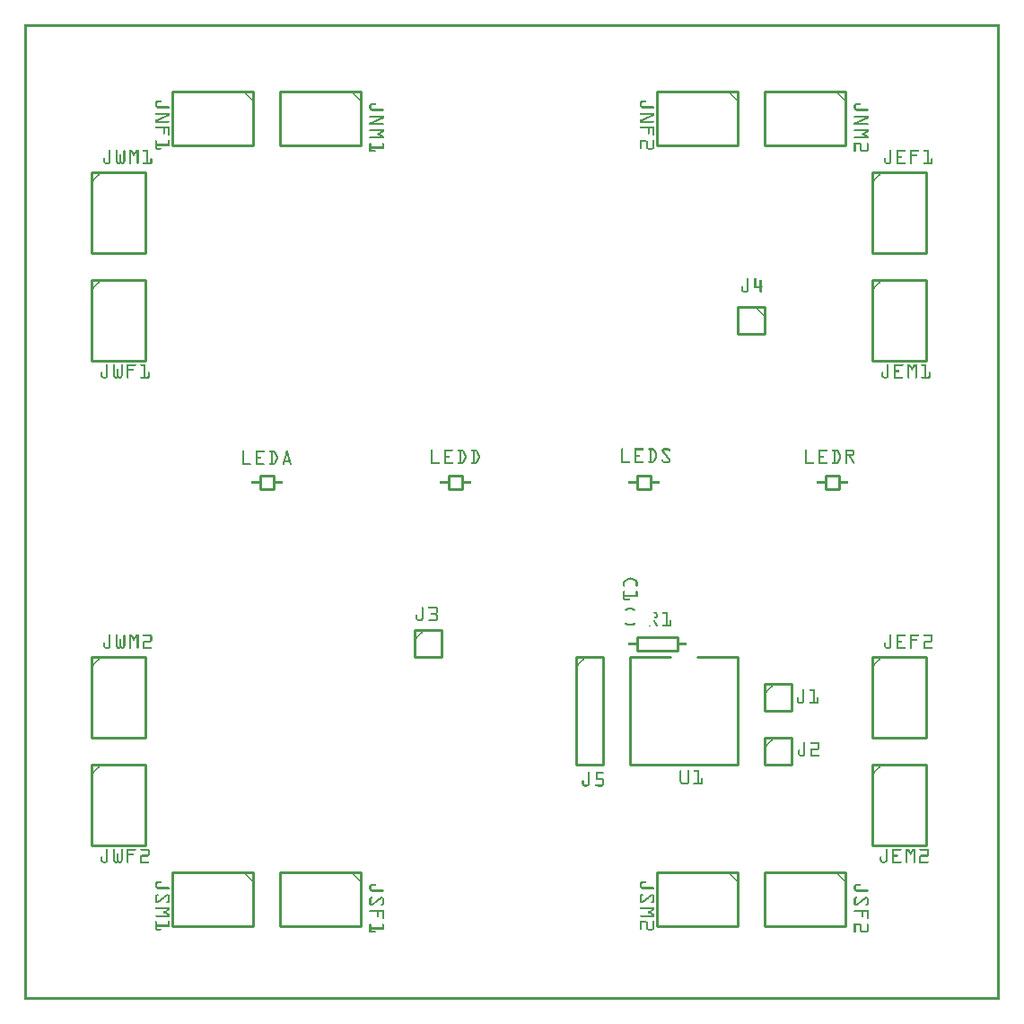
<source format=gto>
G04 MADE WITH FRITZING*
G04 WWW.FRITZING.ORG*
G04 DOUBLE SIDED*
G04 HOLES PLATED*
G04 CONTOUR ON CENTER OF CONTOUR VECTOR*
%ASAXBY*%
%FSLAX23Y23*%
%MOIN*%
%OFA0B0*%
%SFA1.0B1.0*%
%ADD10C,0.010000*%
%ADD11R,0.001000X0.001000*%
%LNSILK1*%
G90*
G70*
G54D10*
X2050Y1272D02*
X2050Y872D01*
D02*
X2050Y872D02*
X2150Y872D01*
D02*
X2150Y872D02*
X2150Y1272D01*
D02*
X2150Y1272D02*
X2050Y1272D01*
D02*
X1250Y3372D02*
X950Y3372D01*
D02*
X950Y3372D02*
X950Y3172D01*
D02*
X950Y3172D02*
X1250Y3172D01*
D02*
X1250Y3172D02*
X1250Y3372D01*
D02*
X850Y3372D02*
X550Y3372D01*
D02*
X550Y3372D02*
X550Y3172D01*
D02*
X550Y3172D02*
X850Y3172D01*
D02*
X850Y3172D02*
X850Y3372D01*
D02*
X250Y3072D02*
X250Y2772D01*
D02*
X250Y2772D02*
X450Y2772D01*
D02*
X450Y2772D02*
X450Y3072D01*
D02*
X450Y3072D02*
X250Y3072D01*
D02*
X250Y2672D02*
X250Y2372D01*
D02*
X250Y2372D02*
X450Y2372D01*
D02*
X450Y2372D02*
X450Y2672D01*
D02*
X450Y2672D02*
X250Y2672D01*
D02*
X850Y472D02*
X550Y472D01*
D02*
X550Y472D02*
X550Y272D01*
D02*
X550Y272D02*
X850Y272D01*
D02*
X850Y272D02*
X850Y472D01*
D02*
X1250Y472D02*
X950Y472D01*
D02*
X950Y472D02*
X950Y272D01*
D02*
X950Y272D02*
X1250Y272D01*
D02*
X1250Y272D02*
X1250Y472D01*
D02*
X250Y1272D02*
X250Y972D01*
D02*
X250Y972D02*
X450Y972D01*
D02*
X450Y972D02*
X450Y1272D01*
D02*
X450Y1272D02*
X250Y1272D01*
D02*
X250Y872D02*
X250Y572D01*
D02*
X250Y572D02*
X450Y572D01*
D02*
X450Y572D02*
X450Y872D01*
D02*
X450Y872D02*
X250Y872D01*
D02*
X3050Y3372D02*
X2750Y3372D01*
D02*
X2750Y3372D02*
X2750Y3172D01*
D02*
X2750Y3172D02*
X3050Y3172D01*
D02*
X3050Y3172D02*
X3050Y3372D01*
D02*
X2650Y3372D02*
X2350Y3372D01*
D02*
X2350Y3372D02*
X2350Y3172D01*
D02*
X2350Y3172D02*
X2650Y3172D01*
D02*
X2650Y3172D02*
X2650Y3372D01*
D02*
X2650Y472D02*
X2350Y472D01*
D02*
X2350Y472D02*
X2350Y272D01*
D02*
X2350Y272D02*
X2650Y272D01*
D02*
X2650Y272D02*
X2650Y472D01*
D02*
X3050Y472D02*
X2750Y472D01*
D02*
X2750Y472D02*
X2750Y272D01*
D02*
X2750Y272D02*
X3050Y272D01*
D02*
X3050Y272D02*
X3050Y472D01*
D02*
X3150Y2672D02*
X3150Y2372D01*
D02*
X3150Y2372D02*
X3350Y2372D01*
D02*
X3350Y2372D02*
X3350Y2672D01*
D02*
X3350Y2672D02*
X3150Y2672D01*
D02*
X3150Y872D02*
X3150Y572D01*
D02*
X3150Y572D02*
X3350Y572D01*
D02*
X3350Y572D02*
X3350Y872D01*
D02*
X3350Y872D02*
X3150Y872D01*
D02*
X3150Y3072D02*
X3150Y2772D01*
D02*
X3150Y2772D02*
X3350Y2772D01*
D02*
X3350Y2772D02*
X3350Y3072D01*
D02*
X3350Y3072D02*
X3150Y3072D01*
D02*
X2250Y1272D02*
X2250Y872D01*
D02*
X2250Y872D02*
X2650Y872D01*
D02*
X2650Y872D02*
X2650Y1272D01*
D02*
X2250Y1272D02*
X2400Y1272D01*
D02*
X2500Y1272D02*
X2650Y1272D01*
D02*
X3150Y1272D02*
X3150Y972D01*
D02*
X3150Y972D02*
X3350Y972D01*
D02*
X3350Y972D02*
X3350Y1272D01*
D02*
X3350Y1272D02*
X3150Y1272D01*
D02*
X2750Y2572D02*
X2650Y2572D01*
D02*
X2650Y2572D02*
X2650Y2472D01*
D02*
X2650Y2472D02*
X2750Y2472D01*
D02*
X2750Y2472D02*
X2750Y2572D01*
D02*
X1450Y1372D02*
X1450Y1272D01*
D02*
X1450Y1272D02*
X1550Y1272D01*
D02*
X1550Y1272D02*
X1550Y1372D01*
D02*
X1550Y1372D02*
X1450Y1372D01*
D02*
X2750Y972D02*
X2750Y872D01*
D02*
X2750Y872D02*
X2850Y872D01*
D02*
X2850Y872D02*
X2850Y972D01*
D02*
X2850Y972D02*
X2750Y972D01*
D02*
X2750Y1172D02*
X2750Y1072D01*
D02*
X2750Y1072D02*
X2850Y1072D01*
D02*
X2850Y1072D02*
X2850Y1172D01*
D02*
X2850Y1172D02*
X2750Y1172D01*
D02*
X2275Y1347D02*
X2425Y1347D01*
D02*
X2425Y1347D02*
X2425Y1297D01*
D02*
X2425Y1297D02*
X2275Y1297D01*
D02*
X2275Y1297D02*
X2275Y1347D01*
D02*
X875Y1947D02*
X925Y1947D01*
D02*
X925Y1947D02*
X925Y1897D01*
D02*
X925Y1897D02*
X875Y1897D01*
D02*
X875Y1897D02*
X875Y1947D01*
D02*
X1575Y1947D02*
X1625Y1947D01*
D02*
X1625Y1947D02*
X1625Y1897D01*
D02*
X1625Y1897D02*
X1575Y1897D01*
D02*
X1575Y1897D02*
X1575Y1947D01*
D02*
X2275Y1947D02*
X2325Y1947D01*
D02*
X2325Y1947D02*
X2325Y1897D01*
D02*
X2325Y1897D02*
X2275Y1897D01*
D02*
X2275Y1897D02*
X2275Y1947D01*
D02*
X2975Y1947D02*
X3025Y1947D01*
D02*
X3025Y1947D02*
X3025Y1897D01*
D02*
X3025Y1897D02*
X2975Y1897D01*
D02*
X2975Y1897D02*
X2975Y1947D01*
G54D11*
X0Y3622D02*
X3621Y3622D01*
X0Y3621D02*
X3621Y3621D01*
X0Y3620D02*
X3621Y3620D01*
X0Y3619D02*
X3621Y3619D01*
X0Y3618D02*
X3621Y3618D01*
X0Y3617D02*
X3621Y3617D01*
X0Y3616D02*
X3621Y3616D01*
X0Y3615D02*
X3621Y3615D01*
X0Y3614D02*
X7Y3614D01*
X3614Y3614D02*
X3621Y3614D01*
X0Y3613D02*
X7Y3613D01*
X3614Y3613D02*
X3621Y3613D01*
X0Y3612D02*
X7Y3612D01*
X3614Y3612D02*
X3621Y3612D01*
X0Y3611D02*
X7Y3611D01*
X3614Y3611D02*
X3621Y3611D01*
X0Y3610D02*
X7Y3610D01*
X3614Y3610D02*
X3621Y3610D01*
X0Y3609D02*
X7Y3609D01*
X3614Y3609D02*
X3621Y3609D01*
X0Y3608D02*
X7Y3608D01*
X3614Y3608D02*
X3621Y3608D01*
X0Y3607D02*
X7Y3607D01*
X3614Y3607D02*
X3621Y3607D01*
X0Y3606D02*
X7Y3606D01*
X3614Y3606D02*
X3621Y3606D01*
X0Y3605D02*
X7Y3605D01*
X3614Y3605D02*
X3621Y3605D01*
X0Y3604D02*
X7Y3604D01*
X3614Y3604D02*
X3621Y3604D01*
X0Y3603D02*
X7Y3603D01*
X3614Y3603D02*
X3621Y3603D01*
X0Y3602D02*
X7Y3602D01*
X3614Y3602D02*
X3621Y3602D01*
X0Y3601D02*
X7Y3601D01*
X3614Y3601D02*
X3621Y3601D01*
X0Y3600D02*
X7Y3600D01*
X3614Y3600D02*
X3621Y3600D01*
X0Y3599D02*
X7Y3599D01*
X3614Y3599D02*
X3621Y3599D01*
X0Y3598D02*
X7Y3598D01*
X3614Y3598D02*
X3621Y3598D01*
X0Y3597D02*
X7Y3597D01*
X3614Y3597D02*
X3621Y3597D01*
X0Y3596D02*
X7Y3596D01*
X3614Y3596D02*
X3621Y3596D01*
X0Y3595D02*
X7Y3595D01*
X3614Y3595D02*
X3621Y3595D01*
X0Y3594D02*
X7Y3594D01*
X3614Y3594D02*
X3621Y3594D01*
X0Y3593D02*
X7Y3593D01*
X3614Y3593D02*
X3621Y3593D01*
X0Y3592D02*
X7Y3592D01*
X3614Y3592D02*
X3621Y3592D01*
X0Y3591D02*
X7Y3591D01*
X3614Y3591D02*
X3621Y3591D01*
X0Y3590D02*
X7Y3590D01*
X3614Y3590D02*
X3621Y3590D01*
X0Y3589D02*
X7Y3589D01*
X3614Y3589D02*
X3621Y3589D01*
X0Y3588D02*
X7Y3588D01*
X3614Y3588D02*
X3621Y3588D01*
X0Y3587D02*
X7Y3587D01*
X3614Y3587D02*
X3621Y3587D01*
X0Y3586D02*
X7Y3586D01*
X3614Y3586D02*
X3621Y3586D01*
X0Y3585D02*
X7Y3585D01*
X3614Y3585D02*
X3621Y3585D01*
X0Y3584D02*
X7Y3584D01*
X3614Y3584D02*
X3621Y3584D01*
X0Y3583D02*
X7Y3583D01*
X3614Y3583D02*
X3621Y3583D01*
X0Y3582D02*
X7Y3582D01*
X3614Y3582D02*
X3621Y3582D01*
X0Y3581D02*
X7Y3581D01*
X3614Y3581D02*
X3621Y3581D01*
X0Y3580D02*
X7Y3580D01*
X3614Y3580D02*
X3621Y3580D01*
X0Y3579D02*
X7Y3579D01*
X3614Y3579D02*
X3621Y3579D01*
X0Y3578D02*
X7Y3578D01*
X3614Y3578D02*
X3621Y3578D01*
X0Y3577D02*
X7Y3577D01*
X3614Y3577D02*
X3621Y3577D01*
X0Y3576D02*
X7Y3576D01*
X3614Y3576D02*
X3621Y3576D01*
X0Y3575D02*
X7Y3575D01*
X3614Y3575D02*
X3621Y3575D01*
X0Y3574D02*
X7Y3574D01*
X3614Y3574D02*
X3621Y3574D01*
X0Y3573D02*
X7Y3573D01*
X3614Y3573D02*
X3621Y3573D01*
X0Y3572D02*
X7Y3572D01*
X3614Y3572D02*
X3621Y3572D01*
X0Y3571D02*
X7Y3571D01*
X3614Y3571D02*
X3621Y3571D01*
X0Y3570D02*
X7Y3570D01*
X3614Y3570D02*
X3621Y3570D01*
X0Y3569D02*
X7Y3569D01*
X3614Y3569D02*
X3621Y3569D01*
X0Y3568D02*
X7Y3568D01*
X3614Y3568D02*
X3621Y3568D01*
X0Y3567D02*
X7Y3567D01*
X3614Y3567D02*
X3621Y3567D01*
X0Y3566D02*
X7Y3566D01*
X3614Y3566D02*
X3621Y3566D01*
X0Y3565D02*
X7Y3565D01*
X3614Y3565D02*
X3621Y3565D01*
X0Y3564D02*
X7Y3564D01*
X3614Y3564D02*
X3621Y3564D01*
X0Y3563D02*
X7Y3563D01*
X3614Y3563D02*
X3621Y3563D01*
X0Y3562D02*
X7Y3562D01*
X3614Y3562D02*
X3621Y3562D01*
X0Y3561D02*
X7Y3561D01*
X3614Y3561D02*
X3621Y3561D01*
X0Y3560D02*
X7Y3560D01*
X3614Y3560D02*
X3621Y3560D01*
X0Y3559D02*
X7Y3559D01*
X3614Y3559D02*
X3621Y3559D01*
X0Y3558D02*
X7Y3558D01*
X3614Y3558D02*
X3621Y3558D01*
X0Y3557D02*
X7Y3557D01*
X3614Y3557D02*
X3621Y3557D01*
X0Y3556D02*
X7Y3556D01*
X3614Y3556D02*
X3621Y3556D01*
X0Y3555D02*
X7Y3555D01*
X3614Y3555D02*
X3621Y3555D01*
X0Y3554D02*
X7Y3554D01*
X3614Y3554D02*
X3621Y3554D01*
X0Y3553D02*
X7Y3553D01*
X3614Y3553D02*
X3621Y3553D01*
X0Y3552D02*
X7Y3552D01*
X3614Y3552D02*
X3621Y3552D01*
X0Y3551D02*
X7Y3551D01*
X3614Y3551D02*
X3621Y3551D01*
X0Y3550D02*
X7Y3550D01*
X3614Y3550D02*
X3621Y3550D01*
X0Y3549D02*
X7Y3549D01*
X3614Y3549D02*
X3621Y3549D01*
X0Y3548D02*
X7Y3548D01*
X3614Y3548D02*
X3621Y3548D01*
X0Y3547D02*
X7Y3547D01*
X3614Y3547D02*
X3621Y3547D01*
X0Y3546D02*
X7Y3546D01*
X3614Y3546D02*
X3621Y3546D01*
X0Y3545D02*
X7Y3545D01*
X3614Y3545D02*
X3621Y3545D01*
X0Y3544D02*
X7Y3544D01*
X3614Y3544D02*
X3621Y3544D01*
X0Y3543D02*
X7Y3543D01*
X3614Y3543D02*
X3621Y3543D01*
X0Y3542D02*
X7Y3542D01*
X3614Y3542D02*
X3621Y3542D01*
X0Y3541D02*
X7Y3541D01*
X3614Y3541D02*
X3621Y3541D01*
X0Y3540D02*
X7Y3540D01*
X3614Y3540D02*
X3621Y3540D01*
X0Y3539D02*
X7Y3539D01*
X3614Y3539D02*
X3621Y3539D01*
X0Y3538D02*
X7Y3538D01*
X3614Y3538D02*
X3621Y3538D01*
X0Y3537D02*
X7Y3537D01*
X3614Y3537D02*
X3621Y3537D01*
X0Y3536D02*
X7Y3536D01*
X3614Y3536D02*
X3621Y3536D01*
X0Y3535D02*
X7Y3535D01*
X3614Y3535D02*
X3621Y3535D01*
X0Y3534D02*
X7Y3534D01*
X3614Y3534D02*
X3621Y3534D01*
X0Y3533D02*
X7Y3533D01*
X3614Y3533D02*
X3621Y3533D01*
X0Y3532D02*
X7Y3532D01*
X3614Y3532D02*
X3621Y3532D01*
X0Y3531D02*
X7Y3531D01*
X3614Y3531D02*
X3621Y3531D01*
X0Y3530D02*
X7Y3530D01*
X3614Y3530D02*
X3621Y3530D01*
X0Y3529D02*
X7Y3529D01*
X3614Y3529D02*
X3621Y3529D01*
X0Y3528D02*
X7Y3528D01*
X3614Y3528D02*
X3621Y3528D01*
X0Y3527D02*
X7Y3527D01*
X3614Y3527D02*
X3621Y3527D01*
X0Y3526D02*
X7Y3526D01*
X3614Y3526D02*
X3621Y3526D01*
X0Y3525D02*
X7Y3525D01*
X3614Y3525D02*
X3621Y3525D01*
X0Y3524D02*
X7Y3524D01*
X3614Y3524D02*
X3621Y3524D01*
X0Y3523D02*
X7Y3523D01*
X3614Y3523D02*
X3621Y3523D01*
X0Y3522D02*
X7Y3522D01*
X3614Y3522D02*
X3621Y3522D01*
X0Y3521D02*
X7Y3521D01*
X3614Y3521D02*
X3621Y3521D01*
X0Y3520D02*
X7Y3520D01*
X3614Y3520D02*
X3621Y3520D01*
X0Y3519D02*
X7Y3519D01*
X3614Y3519D02*
X3621Y3519D01*
X0Y3518D02*
X7Y3518D01*
X3614Y3518D02*
X3621Y3518D01*
X0Y3517D02*
X7Y3517D01*
X3614Y3517D02*
X3621Y3517D01*
X0Y3516D02*
X7Y3516D01*
X3614Y3516D02*
X3621Y3516D01*
X0Y3515D02*
X7Y3515D01*
X3614Y3515D02*
X3621Y3515D01*
X0Y3514D02*
X7Y3514D01*
X3614Y3514D02*
X3621Y3514D01*
X0Y3513D02*
X7Y3513D01*
X3614Y3513D02*
X3621Y3513D01*
X0Y3512D02*
X7Y3512D01*
X3614Y3512D02*
X3621Y3512D01*
X0Y3511D02*
X7Y3511D01*
X3614Y3511D02*
X3621Y3511D01*
X0Y3510D02*
X7Y3510D01*
X3614Y3510D02*
X3621Y3510D01*
X0Y3509D02*
X7Y3509D01*
X3614Y3509D02*
X3621Y3509D01*
X0Y3508D02*
X7Y3508D01*
X3614Y3508D02*
X3621Y3508D01*
X0Y3507D02*
X7Y3507D01*
X3614Y3507D02*
X3621Y3507D01*
X0Y3506D02*
X7Y3506D01*
X3614Y3506D02*
X3621Y3506D01*
X0Y3505D02*
X7Y3505D01*
X3614Y3505D02*
X3621Y3505D01*
X0Y3504D02*
X7Y3504D01*
X3614Y3504D02*
X3621Y3504D01*
X0Y3503D02*
X7Y3503D01*
X3614Y3503D02*
X3621Y3503D01*
X0Y3502D02*
X7Y3502D01*
X3614Y3502D02*
X3621Y3502D01*
X0Y3501D02*
X7Y3501D01*
X3614Y3501D02*
X3621Y3501D01*
X0Y3500D02*
X7Y3500D01*
X3614Y3500D02*
X3621Y3500D01*
X0Y3499D02*
X7Y3499D01*
X3614Y3499D02*
X3621Y3499D01*
X0Y3498D02*
X7Y3498D01*
X3614Y3498D02*
X3621Y3498D01*
X0Y3497D02*
X7Y3497D01*
X3614Y3497D02*
X3621Y3497D01*
X0Y3496D02*
X7Y3496D01*
X3614Y3496D02*
X3621Y3496D01*
X0Y3495D02*
X7Y3495D01*
X3614Y3495D02*
X3621Y3495D01*
X0Y3494D02*
X7Y3494D01*
X3614Y3494D02*
X3621Y3494D01*
X0Y3493D02*
X7Y3493D01*
X3614Y3493D02*
X3621Y3493D01*
X0Y3492D02*
X7Y3492D01*
X3614Y3492D02*
X3621Y3492D01*
X0Y3491D02*
X7Y3491D01*
X3614Y3491D02*
X3621Y3491D01*
X0Y3490D02*
X7Y3490D01*
X3614Y3490D02*
X3621Y3490D01*
X0Y3489D02*
X7Y3489D01*
X3614Y3489D02*
X3621Y3489D01*
X0Y3488D02*
X7Y3488D01*
X3614Y3488D02*
X3621Y3488D01*
X0Y3487D02*
X7Y3487D01*
X3614Y3487D02*
X3621Y3487D01*
X0Y3486D02*
X7Y3486D01*
X3614Y3486D02*
X3621Y3486D01*
X0Y3485D02*
X7Y3485D01*
X3614Y3485D02*
X3621Y3485D01*
X0Y3484D02*
X7Y3484D01*
X3614Y3484D02*
X3621Y3484D01*
X0Y3483D02*
X7Y3483D01*
X3614Y3483D02*
X3621Y3483D01*
X0Y3482D02*
X7Y3482D01*
X3614Y3482D02*
X3621Y3482D01*
X0Y3481D02*
X7Y3481D01*
X3614Y3481D02*
X3621Y3481D01*
X0Y3480D02*
X7Y3480D01*
X3614Y3480D02*
X3621Y3480D01*
X0Y3479D02*
X7Y3479D01*
X3614Y3479D02*
X3621Y3479D01*
X0Y3478D02*
X7Y3478D01*
X3614Y3478D02*
X3621Y3478D01*
X0Y3477D02*
X7Y3477D01*
X3614Y3477D02*
X3621Y3477D01*
X0Y3476D02*
X7Y3476D01*
X3614Y3476D02*
X3621Y3476D01*
X0Y3475D02*
X7Y3475D01*
X3614Y3475D02*
X3621Y3475D01*
X0Y3474D02*
X7Y3474D01*
X3614Y3474D02*
X3621Y3474D01*
X0Y3473D02*
X7Y3473D01*
X3614Y3473D02*
X3621Y3473D01*
X0Y3472D02*
X7Y3472D01*
X3614Y3472D02*
X3621Y3472D01*
X0Y3471D02*
X7Y3471D01*
X3614Y3471D02*
X3621Y3471D01*
X0Y3470D02*
X7Y3470D01*
X3614Y3470D02*
X3621Y3470D01*
X0Y3469D02*
X7Y3469D01*
X3614Y3469D02*
X3621Y3469D01*
X0Y3468D02*
X7Y3468D01*
X3614Y3468D02*
X3621Y3468D01*
X0Y3467D02*
X7Y3467D01*
X3614Y3467D02*
X3621Y3467D01*
X0Y3466D02*
X7Y3466D01*
X3614Y3466D02*
X3621Y3466D01*
X0Y3465D02*
X7Y3465D01*
X3614Y3465D02*
X3621Y3465D01*
X0Y3464D02*
X7Y3464D01*
X3614Y3464D02*
X3621Y3464D01*
X0Y3463D02*
X7Y3463D01*
X3614Y3463D02*
X3621Y3463D01*
X0Y3462D02*
X7Y3462D01*
X3614Y3462D02*
X3621Y3462D01*
X0Y3461D02*
X7Y3461D01*
X3614Y3461D02*
X3621Y3461D01*
X0Y3460D02*
X7Y3460D01*
X3614Y3460D02*
X3621Y3460D01*
X0Y3459D02*
X7Y3459D01*
X3614Y3459D02*
X3621Y3459D01*
X0Y3458D02*
X7Y3458D01*
X3614Y3458D02*
X3621Y3458D01*
X0Y3457D02*
X7Y3457D01*
X3614Y3457D02*
X3621Y3457D01*
X0Y3456D02*
X7Y3456D01*
X3614Y3456D02*
X3621Y3456D01*
X0Y3455D02*
X7Y3455D01*
X3614Y3455D02*
X3621Y3455D01*
X0Y3454D02*
X7Y3454D01*
X3614Y3454D02*
X3621Y3454D01*
X0Y3453D02*
X7Y3453D01*
X3614Y3453D02*
X3621Y3453D01*
X0Y3452D02*
X7Y3452D01*
X3614Y3452D02*
X3621Y3452D01*
X0Y3451D02*
X7Y3451D01*
X3614Y3451D02*
X3621Y3451D01*
X0Y3450D02*
X7Y3450D01*
X3614Y3450D02*
X3621Y3450D01*
X0Y3449D02*
X7Y3449D01*
X3614Y3449D02*
X3621Y3449D01*
X0Y3448D02*
X7Y3448D01*
X3614Y3448D02*
X3621Y3448D01*
X0Y3447D02*
X7Y3447D01*
X3614Y3447D02*
X3621Y3447D01*
X0Y3446D02*
X7Y3446D01*
X3614Y3446D02*
X3621Y3446D01*
X0Y3445D02*
X7Y3445D01*
X3614Y3445D02*
X3621Y3445D01*
X0Y3444D02*
X7Y3444D01*
X3614Y3444D02*
X3621Y3444D01*
X0Y3443D02*
X7Y3443D01*
X3614Y3443D02*
X3621Y3443D01*
X0Y3442D02*
X7Y3442D01*
X3614Y3442D02*
X3621Y3442D01*
X0Y3441D02*
X7Y3441D01*
X3614Y3441D02*
X3621Y3441D01*
X0Y3440D02*
X7Y3440D01*
X3614Y3440D02*
X3621Y3440D01*
X0Y3439D02*
X7Y3439D01*
X3614Y3439D02*
X3621Y3439D01*
X0Y3438D02*
X7Y3438D01*
X3614Y3438D02*
X3621Y3438D01*
X0Y3437D02*
X7Y3437D01*
X3614Y3437D02*
X3621Y3437D01*
X0Y3436D02*
X7Y3436D01*
X3614Y3436D02*
X3621Y3436D01*
X0Y3435D02*
X7Y3435D01*
X3614Y3435D02*
X3621Y3435D01*
X0Y3434D02*
X7Y3434D01*
X3614Y3434D02*
X3621Y3434D01*
X0Y3433D02*
X7Y3433D01*
X3614Y3433D02*
X3621Y3433D01*
X0Y3432D02*
X7Y3432D01*
X3614Y3432D02*
X3621Y3432D01*
X0Y3431D02*
X7Y3431D01*
X3614Y3431D02*
X3621Y3431D01*
X0Y3430D02*
X7Y3430D01*
X3614Y3430D02*
X3621Y3430D01*
X0Y3429D02*
X7Y3429D01*
X3614Y3429D02*
X3621Y3429D01*
X0Y3428D02*
X7Y3428D01*
X3614Y3428D02*
X3621Y3428D01*
X0Y3427D02*
X7Y3427D01*
X3614Y3427D02*
X3621Y3427D01*
X0Y3426D02*
X7Y3426D01*
X3614Y3426D02*
X3621Y3426D01*
X0Y3425D02*
X7Y3425D01*
X3614Y3425D02*
X3621Y3425D01*
X0Y3424D02*
X7Y3424D01*
X3614Y3424D02*
X3621Y3424D01*
X0Y3423D02*
X7Y3423D01*
X3614Y3423D02*
X3621Y3423D01*
X0Y3422D02*
X7Y3422D01*
X3614Y3422D02*
X3621Y3422D01*
X0Y3421D02*
X7Y3421D01*
X3614Y3421D02*
X3621Y3421D01*
X0Y3420D02*
X7Y3420D01*
X3614Y3420D02*
X3621Y3420D01*
X0Y3419D02*
X7Y3419D01*
X3614Y3419D02*
X3621Y3419D01*
X0Y3418D02*
X7Y3418D01*
X3614Y3418D02*
X3621Y3418D01*
X0Y3417D02*
X7Y3417D01*
X3614Y3417D02*
X3621Y3417D01*
X0Y3416D02*
X7Y3416D01*
X3614Y3416D02*
X3621Y3416D01*
X0Y3415D02*
X7Y3415D01*
X3614Y3415D02*
X3621Y3415D01*
X0Y3414D02*
X7Y3414D01*
X3614Y3414D02*
X3621Y3414D01*
X0Y3413D02*
X7Y3413D01*
X3614Y3413D02*
X3621Y3413D01*
X0Y3412D02*
X7Y3412D01*
X3614Y3412D02*
X3621Y3412D01*
X0Y3411D02*
X7Y3411D01*
X3614Y3411D02*
X3621Y3411D01*
X0Y3410D02*
X7Y3410D01*
X3614Y3410D02*
X3621Y3410D01*
X0Y3409D02*
X7Y3409D01*
X3614Y3409D02*
X3621Y3409D01*
X0Y3408D02*
X7Y3408D01*
X3614Y3408D02*
X3621Y3408D01*
X0Y3407D02*
X7Y3407D01*
X3614Y3407D02*
X3621Y3407D01*
X0Y3406D02*
X7Y3406D01*
X3614Y3406D02*
X3621Y3406D01*
X0Y3405D02*
X7Y3405D01*
X3614Y3405D02*
X3621Y3405D01*
X0Y3404D02*
X7Y3404D01*
X3614Y3404D02*
X3621Y3404D01*
X0Y3403D02*
X7Y3403D01*
X3614Y3403D02*
X3621Y3403D01*
X0Y3402D02*
X7Y3402D01*
X3614Y3402D02*
X3621Y3402D01*
X0Y3401D02*
X7Y3401D01*
X3614Y3401D02*
X3621Y3401D01*
X0Y3400D02*
X7Y3400D01*
X3614Y3400D02*
X3621Y3400D01*
X0Y3399D02*
X7Y3399D01*
X3614Y3399D02*
X3621Y3399D01*
X0Y3398D02*
X7Y3398D01*
X3614Y3398D02*
X3621Y3398D01*
X0Y3397D02*
X7Y3397D01*
X3614Y3397D02*
X3621Y3397D01*
X0Y3396D02*
X7Y3396D01*
X3614Y3396D02*
X3621Y3396D01*
X0Y3395D02*
X7Y3395D01*
X3614Y3395D02*
X3621Y3395D01*
X0Y3394D02*
X7Y3394D01*
X3614Y3394D02*
X3621Y3394D01*
X0Y3393D02*
X7Y3393D01*
X3614Y3393D02*
X3621Y3393D01*
X0Y3392D02*
X7Y3392D01*
X3614Y3392D02*
X3621Y3392D01*
X0Y3391D02*
X7Y3391D01*
X3614Y3391D02*
X3621Y3391D01*
X0Y3390D02*
X7Y3390D01*
X3614Y3390D02*
X3621Y3390D01*
X0Y3389D02*
X7Y3389D01*
X3614Y3389D02*
X3621Y3389D01*
X0Y3388D02*
X7Y3388D01*
X3614Y3388D02*
X3621Y3388D01*
X0Y3387D02*
X7Y3387D01*
X3614Y3387D02*
X3621Y3387D01*
X0Y3386D02*
X7Y3386D01*
X3614Y3386D02*
X3621Y3386D01*
X0Y3385D02*
X7Y3385D01*
X3614Y3385D02*
X3621Y3385D01*
X0Y3384D02*
X7Y3384D01*
X3614Y3384D02*
X3621Y3384D01*
X0Y3383D02*
X7Y3383D01*
X3614Y3383D02*
X3621Y3383D01*
X0Y3382D02*
X7Y3382D01*
X3614Y3382D02*
X3621Y3382D01*
X0Y3381D02*
X7Y3381D01*
X3614Y3381D02*
X3621Y3381D01*
X0Y3380D02*
X7Y3380D01*
X3614Y3380D02*
X3621Y3380D01*
X0Y3379D02*
X7Y3379D01*
X3614Y3379D02*
X3621Y3379D01*
X0Y3378D02*
X7Y3378D01*
X3614Y3378D02*
X3621Y3378D01*
X0Y3377D02*
X7Y3377D01*
X3614Y3377D02*
X3621Y3377D01*
X0Y3376D02*
X7Y3376D01*
X3614Y3376D02*
X3621Y3376D01*
X0Y3375D02*
X7Y3375D01*
X3614Y3375D02*
X3621Y3375D01*
X0Y3374D02*
X7Y3374D01*
X3614Y3374D02*
X3621Y3374D01*
X0Y3373D02*
X7Y3373D01*
X816Y3373D02*
X817Y3373D01*
X1215Y3373D02*
X1217Y3373D01*
X2615Y3373D02*
X2617Y3373D01*
X3015Y3373D02*
X3017Y3373D01*
X3614Y3373D02*
X3621Y3373D01*
X0Y3372D02*
X7Y3372D01*
X815Y3372D02*
X818Y3372D01*
X1214Y3372D02*
X1218Y3372D01*
X2614Y3372D02*
X2618Y3372D01*
X3014Y3372D02*
X3018Y3372D01*
X3614Y3372D02*
X3621Y3372D01*
X0Y3371D02*
X7Y3371D01*
X814Y3371D02*
X819Y3371D01*
X1214Y3371D02*
X1219Y3371D01*
X2614Y3371D02*
X2619Y3371D01*
X3014Y3371D02*
X3019Y3371D01*
X3614Y3371D02*
X3621Y3371D01*
X0Y3370D02*
X7Y3370D01*
X814Y3370D02*
X820Y3370D01*
X1214Y3370D02*
X1220Y3370D01*
X2614Y3370D02*
X2620Y3370D01*
X3014Y3370D02*
X3020Y3370D01*
X3614Y3370D02*
X3621Y3370D01*
X0Y3369D02*
X7Y3369D01*
X815Y3369D02*
X821Y3369D01*
X1215Y3369D02*
X1221Y3369D01*
X2615Y3369D02*
X2621Y3369D01*
X3015Y3369D02*
X3021Y3369D01*
X3614Y3369D02*
X3621Y3369D01*
X0Y3368D02*
X7Y3368D01*
X816Y3368D02*
X822Y3368D01*
X1216Y3368D02*
X1222Y3368D01*
X2616Y3368D02*
X2622Y3368D01*
X3016Y3368D02*
X3022Y3368D01*
X3614Y3368D02*
X3621Y3368D01*
X0Y3367D02*
X7Y3367D01*
X817Y3367D02*
X823Y3367D01*
X1217Y3367D02*
X1223Y3367D01*
X2617Y3367D02*
X2623Y3367D01*
X3017Y3367D02*
X3023Y3367D01*
X3614Y3367D02*
X3621Y3367D01*
X0Y3366D02*
X7Y3366D01*
X818Y3366D02*
X824Y3366D01*
X1218Y3366D02*
X1224Y3366D01*
X2618Y3366D02*
X2624Y3366D01*
X3018Y3366D02*
X3024Y3366D01*
X3614Y3366D02*
X3621Y3366D01*
X0Y3365D02*
X7Y3365D01*
X819Y3365D02*
X825Y3365D01*
X1219Y3365D02*
X1225Y3365D01*
X2619Y3365D02*
X2625Y3365D01*
X3019Y3365D02*
X3025Y3365D01*
X3614Y3365D02*
X3621Y3365D01*
X0Y3364D02*
X7Y3364D01*
X820Y3364D02*
X826Y3364D01*
X1220Y3364D02*
X1226Y3364D01*
X2620Y3364D02*
X2626Y3364D01*
X3020Y3364D02*
X3026Y3364D01*
X3614Y3364D02*
X3621Y3364D01*
X0Y3363D02*
X7Y3363D01*
X821Y3363D02*
X827Y3363D01*
X1221Y3363D02*
X1227Y3363D01*
X2621Y3363D02*
X2627Y3363D01*
X3021Y3363D02*
X3027Y3363D01*
X3614Y3363D02*
X3621Y3363D01*
X0Y3362D02*
X7Y3362D01*
X822Y3362D02*
X828Y3362D01*
X1222Y3362D02*
X1228Y3362D01*
X2622Y3362D02*
X2628Y3362D01*
X3022Y3362D02*
X3028Y3362D01*
X3614Y3362D02*
X3621Y3362D01*
X0Y3361D02*
X7Y3361D01*
X823Y3361D02*
X829Y3361D01*
X1223Y3361D02*
X1229Y3361D01*
X2623Y3361D02*
X2629Y3361D01*
X3023Y3361D02*
X3029Y3361D01*
X3614Y3361D02*
X3621Y3361D01*
X0Y3360D02*
X7Y3360D01*
X824Y3360D02*
X830Y3360D01*
X1224Y3360D02*
X1230Y3360D01*
X2624Y3360D02*
X2630Y3360D01*
X3024Y3360D02*
X3030Y3360D01*
X3614Y3360D02*
X3621Y3360D01*
X0Y3359D02*
X7Y3359D01*
X825Y3359D02*
X831Y3359D01*
X1225Y3359D02*
X1231Y3359D01*
X2625Y3359D02*
X2631Y3359D01*
X3025Y3359D02*
X3031Y3359D01*
X3614Y3359D02*
X3621Y3359D01*
X0Y3358D02*
X7Y3358D01*
X826Y3358D02*
X832Y3358D01*
X1226Y3358D02*
X1232Y3358D01*
X2626Y3358D02*
X2632Y3358D01*
X3026Y3358D02*
X3032Y3358D01*
X3614Y3358D02*
X3621Y3358D01*
X0Y3357D02*
X7Y3357D01*
X827Y3357D02*
X833Y3357D01*
X1227Y3357D02*
X1233Y3357D01*
X2627Y3357D02*
X2633Y3357D01*
X3027Y3357D02*
X3033Y3357D01*
X3614Y3357D02*
X3621Y3357D01*
X0Y3356D02*
X7Y3356D01*
X828Y3356D02*
X834Y3356D01*
X1228Y3356D02*
X1234Y3356D01*
X2628Y3356D02*
X2634Y3356D01*
X3028Y3356D02*
X3034Y3356D01*
X3614Y3356D02*
X3621Y3356D01*
X0Y3355D02*
X7Y3355D01*
X830Y3355D02*
X835Y3355D01*
X1230Y3355D02*
X1235Y3355D01*
X2630Y3355D02*
X2635Y3355D01*
X3030Y3355D02*
X3035Y3355D01*
X3614Y3355D02*
X3621Y3355D01*
X0Y3354D02*
X7Y3354D01*
X831Y3354D02*
X836Y3354D01*
X1231Y3354D02*
X1236Y3354D01*
X2631Y3354D02*
X2636Y3354D01*
X3031Y3354D02*
X3036Y3354D01*
X3614Y3354D02*
X3621Y3354D01*
X0Y3353D02*
X7Y3353D01*
X832Y3353D02*
X837Y3353D01*
X1232Y3353D02*
X1237Y3353D01*
X2632Y3353D02*
X2637Y3353D01*
X3032Y3353D02*
X3037Y3353D01*
X3614Y3353D02*
X3621Y3353D01*
X0Y3352D02*
X7Y3352D01*
X833Y3352D02*
X838Y3352D01*
X1233Y3352D02*
X1238Y3352D01*
X2633Y3352D02*
X2638Y3352D01*
X3033Y3352D02*
X3038Y3352D01*
X3614Y3352D02*
X3621Y3352D01*
X0Y3351D02*
X7Y3351D01*
X833Y3351D02*
X839Y3351D01*
X1233Y3351D02*
X1239Y3351D01*
X2633Y3351D02*
X2639Y3351D01*
X3033Y3351D02*
X3039Y3351D01*
X3614Y3351D02*
X3621Y3351D01*
X0Y3350D02*
X7Y3350D01*
X834Y3350D02*
X840Y3350D01*
X1234Y3350D02*
X1240Y3350D01*
X2634Y3350D02*
X2640Y3350D01*
X3034Y3350D02*
X3040Y3350D01*
X3614Y3350D02*
X3621Y3350D01*
X0Y3349D02*
X7Y3349D01*
X835Y3349D02*
X841Y3349D01*
X1235Y3349D02*
X1241Y3349D01*
X2635Y3349D02*
X2641Y3349D01*
X3035Y3349D02*
X3041Y3349D01*
X3614Y3349D02*
X3621Y3349D01*
X0Y3348D02*
X7Y3348D01*
X836Y3348D02*
X842Y3348D01*
X1236Y3348D02*
X1242Y3348D01*
X2636Y3348D02*
X2642Y3348D01*
X3036Y3348D02*
X3042Y3348D01*
X3614Y3348D02*
X3621Y3348D01*
X0Y3347D02*
X7Y3347D01*
X837Y3347D02*
X843Y3347D01*
X1237Y3347D02*
X1243Y3347D01*
X2637Y3347D02*
X2643Y3347D01*
X3037Y3347D02*
X3043Y3347D01*
X3614Y3347D02*
X3621Y3347D01*
X0Y3346D02*
X7Y3346D01*
X838Y3346D02*
X844Y3346D01*
X1238Y3346D02*
X1244Y3346D01*
X2638Y3346D02*
X2644Y3346D01*
X3038Y3346D02*
X3044Y3346D01*
X3614Y3346D02*
X3621Y3346D01*
X0Y3345D02*
X7Y3345D01*
X839Y3345D02*
X845Y3345D01*
X1239Y3345D02*
X1245Y3345D01*
X2639Y3345D02*
X2645Y3345D01*
X3039Y3345D02*
X3045Y3345D01*
X3614Y3345D02*
X3621Y3345D01*
X0Y3344D02*
X7Y3344D01*
X840Y3344D02*
X846Y3344D01*
X1240Y3344D02*
X1246Y3344D01*
X2640Y3344D02*
X2646Y3344D01*
X3040Y3344D02*
X3046Y3344D01*
X3614Y3344D02*
X3621Y3344D01*
X0Y3343D02*
X7Y3343D01*
X841Y3343D02*
X847Y3343D01*
X1241Y3343D02*
X1247Y3343D01*
X2641Y3343D02*
X2647Y3343D01*
X3041Y3343D02*
X3047Y3343D01*
X3614Y3343D02*
X3621Y3343D01*
X0Y3342D02*
X7Y3342D01*
X842Y3342D02*
X848Y3342D01*
X1242Y3342D02*
X1248Y3342D01*
X2642Y3342D02*
X2648Y3342D01*
X3042Y3342D02*
X3048Y3342D01*
X3614Y3342D02*
X3621Y3342D01*
X0Y3341D02*
X7Y3341D01*
X843Y3341D02*
X849Y3341D01*
X1243Y3341D02*
X1249Y3341D01*
X2643Y3341D02*
X2649Y3341D01*
X3043Y3341D02*
X3049Y3341D01*
X3614Y3341D02*
X3621Y3341D01*
X0Y3340D02*
X7Y3340D01*
X844Y3340D02*
X850Y3340D01*
X1244Y3340D02*
X1250Y3340D01*
X2644Y3340D02*
X2650Y3340D01*
X3044Y3340D02*
X3050Y3340D01*
X3614Y3340D02*
X3621Y3340D01*
X0Y3339D02*
X7Y3339D01*
X495Y3339D02*
X506Y3339D01*
X845Y3339D02*
X850Y3339D01*
X1245Y3339D02*
X1250Y3339D01*
X2295Y3339D02*
X2306Y3339D01*
X2645Y3339D02*
X2650Y3339D01*
X3045Y3339D02*
X3050Y3339D01*
X3614Y3339D02*
X3621Y3339D01*
X0Y3338D02*
X7Y3338D01*
X491Y3338D02*
X508Y3338D01*
X846Y3338D02*
X849Y3338D01*
X1246Y3338D02*
X1249Y3338D01*
X2291Y3338D02*
X2308Y3338D01*
X2646Y3338D02*
X2649Y3338D01*
X3046Y3338D02*
X3049Y3338D01*
X3614Y3338D02*
X3621Y3338D01*
X0Y3337D02*
X7Y3337D01*
X489Y3337D02*
X509Y3337D01*
X847Y3337D02*
X848Y3337D01*
X1247Y3337D02*
X1248Y3337D01*
X2289Y3337D02*
X2309Y3337D01*
X2647Y3337D02*
X2648Y3337D01*
X3047Y3337D02*
X3048Y3337D01*
X3614Y3337D02*
X3621Y3337D01*
X0Y3336D02*
X7Y3336D01*
X488Y3336D02*
X509Y3336D01*
X2288Y3336D02*
X2309Y3336D01*
X3614Y3336D02*
X3621Y3336D01*
X0Y3335D02*
X7Y3335D01*
X487Y3335D02*
X509Y3335D01*
X2287Y3335D02*
X2309Y3335D01*
X3614Y3335D02*
X3621Y3335D01*
X0Y3334D02*
X7Y3334D01*
X487Y3334D02*
X508Y3334D01*
X2287Y3334D02*
X2308Y3334D01*
X3614Y3334D02*
X3621Y3334D01*
X0Y3333D02*
X7Y3333D01*
X486Y3333D02*
X508Y3333D01*
X2286Y3333D02*
X2308Y3333D01*
X3614Y3333D02*
X3621Y3333D01*
X0Y3332D02*
X7Y3332D01*
X486Y3332D02*
X494Y3332D01*
X2286Y3332D02*
X2294Y3332D01*
X3614Y3332D02*
X3621Y3332D01*
X0Y3331D02*
X7Y3331D01*
X486Y3331D02*
X492Y3331D01*
X2285Y3331D02*
X2292Y3331D01*
X3614Y3331D02*
X3621Y3331D01*
X0Y3330D02*
X7Y3330D01*
X485Y3330D02*
X492Y3330D01*
X2285Y3330D02*
X2292Y3330D01*
X3614Y3330D02*
X3621Y3330D01*
X0Y3329D02*
X7Y3329D01*
X485Y3329D02*
X491Y3329D01*
X1289Y3329D02*
X1302Y3329D01*
X2285Y3329D02*
X2291Y3329D01*
X3089Y3329D02*
X3102Y3329D01*
X3614Y3329D02*
X3621Y3329D01*
X0Y3328D02*
X7Y3328D01*
X485Y3328D02*
X491Y3328D01*
X1287Y3328D02*
X1304Y3328D01*
X2285Y3328D02*
X2291Y3328D01*
X3087Y3328D02*
X3104Y3328D01*
X3614Y3328D02*
X3621Y3328D01*
X0Y3327D02*
X7Y3327D01*
X485Y3327D02*
X491Y3327D01*
X1285Y3327D02*
X1304Y3327D01*
X2285Y3327D02*
X2291Y3327D01*
X3085Y3327D02*
X3104Y3327D01*
X3614Y3327D02*
X3621Y3327D01*
X0Y3326D02*
X7Y3326D01*
X485Y3326D02*
X491Y3326D01*
X1284Y3326D02*
X1305Y3326D01*
X2285Y3326D02*
X2291Y3326D01*
X3084Y3326D02*
X3105Y3326D01*
X3614Y3326D02*
X3621Y3326D01*
X0Y3325D02*
X7Y3325D01*
X485Y3325D02*
X491Y3325D01*
X1283Y3325D02*
X1304Y3325D01*
X2285Y3325D02*
X2291Y3325D01*
X3083Y3325D02*
X3104Y3325D01*
X3614Y3325D02*
X3621Y3325D01*
X0Y3324D02*
X7Y3324D01*
X485Y3324D02*
X491Y3324D01*
X1282Y3324D02*
X1304Y3324D01*
X2285Y3324D02*
X2291Y3324D01*
X3082Y3324D02*
X3104Y3324D01*
X3614Y3324D02*
X3621Y3324D01*
X0Y3323D02*
X7Y3323D01*
X485Y3323D02*
X491Y3323D01*
X1282Y3323D02*
X1303Y3323D01*
X2285Y3323D02*
X2291Y3323D01*
X3082Y3323D02*
X3103Y3323D01*
X3614Y3323D02*
X3621Y3323D01*
X0Y3322D02*
X7Y3322D01*
X485Y3322D02*
X491Y3322D01*
X1281Y3322D02*
X1289Y3322D01*
X2285Y3322D02*
X2291Y3322D01*
X3081Y3322D02*
X3089Y3322D01*
X3614Y3322D02*
X3621Y3322D01*
X0Y3321D02*
X7Y3321D01*
X485Y3321D02*
X491Y3321D01*
X1281Y3321D02*
X1288Y3321D01*
X2285Y3321D02*
X2291Y3321D01*
X3081Y3321D02*
X3088Y3321D01*
X3614Y3321D02*
X3621Y3321D01*
X0Y3320D02*
X7Y3320D01*
X485Y3320D02*
X492Y3320D01*
X1281Y3320D02*
X1287Y3320D01*
X2285Y3320D02*
X2292Y3320D01*
X3081Y3320D02*
X3087Y3320D01*
X3614Y3320D02*
X3621Y3320D01*
X0Y3319D02*
X7Y3319D01*
X486Y3319D02*
X493Y3319D01*
X1281Y3319D02*
X1287Y3319D01*
X2286Y3319D02*
X2293Y3319D01*
X3081Y3319D02*
X3087Y3319D01*
X3614Y3319D02*
X3621Y3319D01*
X0Y3318D02*
X7Y3318D01*
X486Y3318D02*
X536Y3318D01*
X1281Y3318D02*
X1287Y3318D01*
X2286Y3318D02*
X2336Y3318D01*
X3081Y3318D02*
X3087Y3318D01*
X3614Y3318D02*
X3621Y3318D01*
X0Y3317D02*
X7Y3317D01*
X486Y3317D02*
X538Y3317D01*
X1281Y3317D02*
X1287Y3317D01*
X2286Y3317D02*
X2338Y3317D01*
X3081Y3317D02*
X3087Y3317D01*
X3614Y3317D02*
X3621Y3317D01*
X0Y3316D02*
X7Y3316D01*
X487Y3316D02*
X538Y3316D01*
X1281Y3316D02*
X1287Y3316D01*
X2287Y3316D02*
X2338Y3316D01*
X3081Y3316D02*
X3087Y3316D01*
X3614Y3316D02*
X3621Y3316D01*
X0Y3315D02*
X7Y3315D01*
X488Y3315D02*
X538Y3315D01*
X1281Y3315D02*
X1287Y3315D01*
X2288Y3315D02*
X2338Y3315D01*
X3081Y3315D02*
X3087Y3315D01*
X3614Y3315D02*
X3621Y3315D01*
X0Y3314D02*
X7Y3314D01*
X489Y3314D02*
X538Y3314D01*
X1281Y3314D02*
X1287Y3314D01*
X2289Y3314D02*
X2338Y3314D01*
X3081Y3314D02*
X3087Y3314D01*
X3614Y3314D02*
X3621Y3314D01*
X0Y3313D02*
X7Y3313D01*
X490Y3313D02*
X538Y3313D01*
X1281Y3313D02*
X1287Y3313D01*
X2290Y3313D02*
X2338Y3313D01*
X3081Y3313D02*
X3087Y3313D01*
X3614Y3313D02*
X3621Y3313D01*
X0Y3312D02*
X7Y3312D01*
X492Y3312D02*
X537Y3312D01*
X1281Y3312D02*
X1287Y3312D01*
X2292Y3312D02*
X2337Y3312D01*
X3081Y3312D02*
X3087Y3312D01*
X3614Y3312D02*
X3621Y3312D01*
X0Y3311D02*
X7Y3311D01*
X1281Y3311D02*
X1287Y3311D01*
X3081Y3311D02*
X3087Y3311D01*
X3614Y3311D02*
X3621Y3311D01*
X0Y3310D02*
X7Y3310D01*
X1281Y3310D02*
X1288Y3310D01*
X3081Y3310D02*
X3088Y3310D01*
X3614Y3310D02*
X3621Y3310D01*
X0Y3309D02*
X7Y3309D01*
X1281Y3309D02*
X1289Y3309D01*
X3081Y3309D02*
X3089Y3309D01*
X3614Y3309D02*
X3621Y3309D01*
X0Y3308D02*
X7Y3308D01*
X1282Y3308D02*
X1332Y3308D01*
X3082Y3308D02*
X3132Y3308D01*
X3614Y3308D02*
X3621Y3308D01*
X0Y3307D02*
X7Y3307D01*
X1282Y3307D02*
X1333Y3307D01*
X3082Y3307D02*
X3133Y3307D01*
X3614Y3307D02*
X3621Y3307D01*
X0Y3306D02*
X7Y3306D01*
X1283Y3306D02*
X1334Y3306D01*
X3083Y3306D02*
X3134Y3306D01*
X3614Y3306D02*
X3621Y3306D01*
X0Y3305D02*
X7Y3305D01*
X1284Y3305D02*
X1334Y3305D01*
X3084Y3305D02*
X3134Y3305D01*
X3614Y3305D02*
X3621Y3305D01*
X0Y3304D02*
X7Y3304D01*
X1285Y3304D02*
X1334Y3304D01*
X3085Y3304D02*
X3134Y3304D01*
X3614Y3304D02*
X3621Y3304D01*
X0Y3303D02*
X7Y3303D01*
X1286Y3303D02*
X1333Y3303D01*
X3086Y3303D02*
X3133Y3303D01*
X3614Y3303D02*
X3621Y3303D01*
X0Y3302D02*
X7Y3302D01*
X1288Y3302D02*
X1332Y3302D01*
X3088Y3302D02*
X3132Y3302D01*
X3614Y3302D02*
X3621Y3302D01*
X0Y3301D02*
X7Y3301D01*
X3614Y3301D02*
X3621Y3301D01*
X0Y3300D02*
X7Y3300D01*
X3614Y3300D02*
X3621Y3300D01*
X0Y3299D02*
X7Y3299D01*
X3614Y3299D02*
X3621Y3299D01*
X0Y3298D02*
X7Y3298D01*
X3614Y3298D02*
X3621Y3298D01*
X0Y3297D02*
X7Y3297D01*
X3614Y3297D02*
X3621Y3297D01*
X0Y3296D02*
X7Y3296D01*
X3614Y3296D02*
X3621Y3296D01*
X0Y3295D02*
X7Y3295D01*
X3614Y3295D02*
X3621Y3295D01*
X0Y3294D02*
X7Y3294D01*
X3614Y3294D02*
X3621Y3294D01*
X0Y3293D02*
X7Y3293D01*
X3614Y3293D02*
X3621Y3293D01*
X0Y3292D02*
X7Y3292D01*
X487Y3292D02*
X538Y3292D01*
X2287Y3292D02*
X2338Y3292D01*
X3614Y3292D02*
X3621Y3292D01*
X0Y3291D02*
X7Y3291D01*
X486Y3291D02*
X538Y3291D01*
X2286Y3291D02*
X2338Y3291D01*
X3614Y3291D02*
X3621Y3291D01*
X0Y3290D02*
X7Y3290D01*
X485Y3290D02*
X538Y3290D01*
X2285Y3290D02*
X2338Y3290D01*
X3614Y3290D02*
X3621Y3290D01*
X0Y3289D02*
X7Y3289D01*
X485Y3289D02*
X538Y3289D01*
X2285Y3289D02*
X2338Y3289D01*
X3614Y3289D02*
X3621Y3289D01*
X0Y3288D02*
X7Y3288D01*
X485Y3288D02*
X538Y3288D01*
X2285Y3288D02*
X2338Y3288D01*
X3614Y3288D02*
X3621Y3288D01*
X0Y3287D02*
X7Y3287D01*
X486Y3287D02*
X538Y3287D01*
X2286Y3287D02*
X2338Y3287D01*
X3614Y3287D02*
X3621Y3287D01*
X0Y3286D02*
X7Y3286D01*
X487Y3286D02*
X538Y3286D01*
X2287Y3286D02*
X2338Y3286D01*
X3614Y3286D02*
X3621Y3286D01*
X0Y3285D02*
X7Y3285D01*
X526Y3285D02*
X538Y3285D01*
X2326Y3285D02*
X2338Y3285D01*
X3614Y3285D02*
X3621Y3285D01*
X0Y3284D02*
X7Y3284D01*
X523Y3284D02*
X538Y3284D01*
X2323Y3284D02*
X2338Y3284D01*
X3614Y3284D02*
X3621Y3284D01*
X0Y3283D02*
X7Y3283D01*
X521Y3283D02*
X538Y3283D01*
X2321Y3283D02*
X2338Y3283D01*
X3614Y3283D02*
X3621Y3283D01*
X0Y3282D02*
X7Y3282D01*
X519Y3282D02*
X535Y3282D01*
X1283Y3282D02*
X1334Y3282D01*
X2319Y3282D02*
X2335Y3282D01*
X3082Y3282D02*
X3134Y3282D01*
X3614Y3282D02*
X3621Y3282D01*
X0Y3281D02*
X7Y3281D01*
X517Y3281D02*
X533Y3281D01*
X1281Y3281D02*
X1334Y3281D01*
X2317Y3281D02*
X2333Y3281D01*
X3081Y3281D02*
X3134Y3281D01*
X3614Y3281D02*
X3621Y3281D01*
X0Y3280D02*
X7Y3280D01*
X514Y3280D02*
X531Y3280D01*
X1281Y3280D02*
X1334Y3280D01*
X2314Y3280D02*
X2331Y3280D01*
X3081Y3280D02*
X3134Y3280D01*
X3614Y3280D02*
X3621Y3280D01*
X0Y3279D02*
X7Y3279D01*
X512Y3279D02*
X529Y3279D01*
X1281Y3279D02*
X1334Y3279D01*
X2312Y3279D02*
X2329Y3279D01*
X3081Y3279D02*
X3134Y3279D01*
X3614Y3279D02*
X3621Y3279D01*
X0Y3278D02*
X7Y3278D01*
X510Y3278D02*
X526Y3278D01*
X1281Y3278D02*
X1334Y3278D01*
X2310Y3278D02*
X2326Y3278D01*
X3081Y3278D02*
X3134Y3278D01*
X3614Y3278D02*
X3621Y3278D01*
X0Y3277D02*
X7Y3277D01*
X507Y3277D02*
X524Y3277D01*
X1282Y3277D02*
X1334Y3277D01*
X2307Y3277D02*
X2324Y3277D01*
X3082Y3277D02*
X3134Y3277D01*
X3614Y3277D02*
X3621Y3277D01*
X0Y3276D02*
X7Y3276D01*
X505Y3276D02*
X522Y3276D01*
X1283Y3276D02*
X1334Y3276D01*
X2305Y3276D02*
X2322Y3276D01*
X3083Y3276D02*
X3134Y3276D01*
X3614Y3276D02*
X3621Y3276D01*
X0Y3275D02*
X7Y3275D01*
X503Y3275D02*
X520Y3275D01*
X1321Y3275D02*
X1334Y3275D01*
X2303Y3275D02*
X2319Y3275D01*
X3121Y3275D02*
X3134Y3275D01*
X3614Y3275D02*
X3621Y3275D01*
X0Y3274D02*
X7Y3274D01*
X501Y3274D02*
X517Y3274D01*
X1319Y3274D02*
X1334Y3274D01*
X2301Y3274D02*
X2317Y3274D01*
X3119Y3274D02*
X3134Y3274D01*
X3614Y3274D02*
X3621Y3274D01*
X0Y3273D02*
X7Y3273D01*
X498Y3273D02*
X515Y3273D01*
X1317Y3273D02*
X1333Y3273D01*
X2298Y3273D02*
X2315Y3273D01*
X3117Y3273D02*
X3133Y3273D01*
X3614Y3273D02*
X3621Y3273D01*
X0Y3272D02*
X7Y3272D01*
X496Y3272D02*
X513Y3272D01*
X1314Y3272D02*
X1331Y3272D01*
X2296Y3272D02*
X2313Y3272D01*
X3114Y3272D02*
X3131Y3272D01*
X3614Y3272D02*
X3621Y3272D01*
X0Y3271D02*
X7Y3271D01*
X494Y3271D02*
X510Y3271D01*
X1312Y3271D02*
X1329Y3271D01*
X2294Y3271D02*
X2310Y3271D01*
X3112Y3271D02*
X3129Y3271D01*
X3614Y3271D02*
X3621Y3271D01*
X0Y3270D02*
X7Y3270D01*
X492Y3270D02*
X508Y3270D01*
X1310Y3270D02*
X1326Y3270D01*
X2292Y3270D02*
X2308Y3270D01*
X3110Y3270D02*
X3126Y3270D01*
X3614Y3270D02*
X3621Y3270D01*
X0Y3269D02*
X7Y3269D01*
X489Y3269D02*
X506Y3269D01*
X1307Y3269D02*
X1324Y3269D01*
X2289Y3269D02*
X2306Y3269D01*
X3107Y3269D02*
X3124Y3269D01*
X3614Y3269D02*
X3621Y3269D01*
X0Y3268D02*
X7Y3268D01*
X487Y3268D02*
X504Y3268D01*
X1305Y3268D02*
X1322Y3268D01*
X2287Y3268D02*
X2304Y3268D01*
X3105Y3268D02*
X3122Y3268D01*
X3614Y3268D02*
X3621Y3268D01*
X0Y3267D02*
X7Y3267D01*
X485Y3267D02*
X501Y3267D01*
X1303Y3267D02*
X1320Y3267D01*
X2285Y3267D02*
X2301Y3267D01*
X3103Y3267D02*
X3119Y3267D01*
X3614Y3267D02*
X3621Y3267D01*
X0Y3266D02*
X7Y3266D01*
X485Y3266D02*
X499Y3266D01*
X1301Y3266D02*
X1317Y3266D01*
X2285Y3266D02*
X2299Y3266D01*
X3101Y3266D02*
X3117Y3266D01*
X3614Y3266D02*
X3621Y3266D01*
X0Y3265D02*
X7Y3265D01*
X485Y3265D02*
X498Y3265D01*
X1298Y3265D02*
X1315Y3265D01*
X2285Y3265D02*
X2298Y3265D01*
X3098Y3265D02*
X3115Y3265D01*
X3614Y3265D02*
X3621Y3265D01*
X0Y3264D02*
X7Y3264D01*
X485Y3264D02*
X537Y3264D01*
X1296Y3264D02*
X1313Y3264D01*
X2285Y3264D02*
X2337Y3264D01*
X3096Y3264D02*
X3113Y3264D01*
X3614Y3264D02*
X3621Y3264D01*
X0Y3263D02*
X7Y3263D01*
X485Y3263D02*
X538Y3263D01*
X1294Y3263D02*
X1310Y3263D01*
X2285Y3263D02*
X2338Y3263D01*
X3094Y3263D02*
X3110Y3263D01*
X3614Y3263D02*
X3621Y3263D01*
X0Y3262D02*
X7Y3262D01*
X485Y3262D02*
X538Y3262D01*
X1292Y3262D02*
X1308Y3262D01*
X2285Y3262D02*
X2338Y3262D01*
X3092Y3262D02*
X3108Y3262D01*
X3614Y3262D02*
X3621Y3262D01*
X0Y3261D02*
X7Y3261D01*
X485Y3261D02*
X538Y3261D01*
X1289Y3261D02*
X1306Y3261D01*
X2285Y3261D02*
X2338Y3261D01*
X3089Y3261D02*
X3106Y3261D01*
X3614Y3261D02*
X3621Y3261D01*
X0Y3260D02*
X7Y3260D01*
X485Y3260D02*
X538Y3260D01*
X1287Y3260D02*
X1304Y3260D01*
X2285Y3260D02*
X2338Y3260D01*
X3087Y3260D02*
X3104Y3260D01*
X3614Y3260D02*
X3621Y3260D01*
X0Y3259D02*
X7Y3259D01*
X485Y3259D02*
X537Y3259D01*
X1285Y3259D02*
X1301Y3259D01*
X2285Y3259D02*
X2337Y3259D01*
X3085Y3259D02*
X3101Y3259D01*
X3614Y3259D02*
X3621Y3259D01*
X0Y3258D02*
X7Y3258D01*
X486Y3258D02*
X535Y3258D01*
X1282Y3258D02*
X1299Y3258D01*
X2286Y3258D02*
X2335Y3258D01*
X3082Y3258D02*
X3099Y3258D01*
X3614Y3258D02*
X3621Y3258D01*
X0Y3257D02*
X7Y3257D01*
X1281Y3257D02*
X1297Y3257D01*
X3081Y3257D02*
X3097Y3257D01*
X3614Y3257D02*
X3621Y3257D01*
X0Y3256D02*
X7Y3256D01*
X1281Y3256D02*
X1294Y3256D01*
X3081Y3256D02*
X3094Y3256D01*
X3614Y3256D02*
X3621Y3256D01*
X0Y3255D02*
X7Y3255D01*
X1281Y3255D02*
X1331Y3255D01*
X3081Y3255D02*
X3131Y3255D01*
X3614Y3255D02*
X3621Y3255D01*
X0Y3254D02*
X7Y3254D01*
X1281Y3254D02*
X1333Y3254D01*
X3081Y3254D02*
X3133Y3254D01*
X3614Y3254D02*
X3621Y3254D01*
X0Y3253D02*
X7Y3253D01*
X1281Y3253D02*
X1334Y3253D01*
X3081Y3253D02*
X3134Y3253D01*
X3614Y3253D02*
X3621Y3253D01*
X0Y3252D02*
X7Y3252D01*
X1281Y3252D02*
X1334Y3252D01*
X3081Y3252D02*
X3134Y3252D01*
X3614Y3252D02*
X3621Y3252D01*
X0Y3251D02*
X7Y3251D01*
X1281Y3251D02*
X1334Y3251D01*
X3081Y3251D02*
X3134Y3251D01*
X3614Y3251D02*
X3621Y3251D01*
X0Y3250D02*
X7Y3250D01*
X1281Y3250D02*
X1334Y3250D01*
X3081Y3250D02*
X3134Y3250D01*
X3614Y3250D02*
X3621Y3250D01*
X0Y3249D02*
X7Y3249D01*
X1281Y3249D02*
X1333Y3249D01*
X3081Y3249D02*
X3133Y3249D01*
X3614Y3249D02*
X3621Y3249D01*
X0Y3248D02*
X7Y3248D01*
X3614Y3248D02*
X3621Y3248D01*
X0Y3247D02*
X7Y3247D01*
X3614Y3247D02*
X3621Y3247D01*
X0Y3246D02*
X7Y3246D01*
X3614Y3246D02*
X3621Y3246D01*
X0Y3245D02*
X7Y3245D01*
X3614Y3245D02*
X3621Y3245D01*
X0Y3244D02*
X7Y3244D01*
X3614Y3244D02*
X3621Y3244D01*
X0Y3243D02*
X7Y3243D01*
X3614Y3243D02*
X3621Y3243D01*
X0Y3242D02*
X7Y3242D01*
X487Y3242D02*
X538Y3242D01*
X2287Y3242D02*
X2338Y3242D01*
X3614Y3242D02*
X3621Y3242D01*
X0Y3241D02*
X7Y3241D01*
X486Y3241D02*
X538Y3241D01*
X2286Y3241D02*
X2338Y3241D01*
X3614Y3241D02*
X3621Y3241D01*
X0Y3240D02*
X7Y3240D01*
X485Y3240D02*
X538Y3240D01*
X2285Y3240D02*
X2338Y3240D01*
X3614Y3240D02*
X3621Y3240D01*
X0Y3239D02*
X7Y3239D01*
X485Y3239D02*
X538Y3239D01*
X2285Y3239D02*
X2338Y3239D01*
X3614Y3239D02*
X3621Y3239D01*
X0Y3238D02*
X7Y3238D01*
X485Y3238D02*
X538Y3238D01*
X2285Y3238D02*
X2338Y3238D01*
X3614Y3238D02*
X3621Y3238D01*
X0Y3237D02*
X7Y3237D01*
X486Y3237D02*
X538Y3237D01*
X2286Y3237D02*
X2338Y3237D01*
X3614Y3237D02*
X3621Y3237D01*
X0Y3236D02*
X7Y3236D01*
X487Y3236D02*
X538Y3236D01*
X2287Y3236D02*
X2338Y3236D01*
X3614Y3236D02*
X3621Y3236D01*
X0Y3235D02*
X7Y3235D01*
X515Y3235D02*
X521Y3235D01*
X532Y3235D02*
X538Y3235D01*
X2315Y3235D02*
X2321Y3235D01*
X2332Y3235D02*
X2338Y3235D01*
X3614Y3235D02*
X3621Y3235D01*
X0Y3234D02*
X7Y3234D01*
X515Y3234D02*
X521Y3234D01*
X532Y3234D02*
X538Y3234D01*
X2315Y3234D02*
X2321Y3234D01*
X2332Y3234D02*
X2338Y3234D01*
X3614Y3234D02*
X3621Y3234D01*
X0Y3233D02*
X7Y3233D01*
X515Y3233D02*
X521Y3233D01*
X532Y3233D02*
X538Y3233D01*
X2315Y3233D02*
X2321Y3233D01*
X2332Y3233D02*
X2338Y3233D01*
X3614Y3233D02*
X3621Y3233D01*
X0Y3232D02*
X7Y3232D01*
X515Y3232D02*
X521Y3232D01*
X532Y3232D02*
X538Y3232D01*
X1283Y3232D02*
X1334Y3232D01*
X2315Y3232D02*
X2321Y3232D01*
X2332Y3232D02*
X2338Y3232D01*
X3082Y3232D02*
X3134Y3232D01*
X3614Y3232D02*
X3621Y3232D01*
X0Y3231D02*
X7Y3231D01*
X515Y3231D02*
X521Y3231D01*
X532Y3231D02*
X538Y3231D01*
X1281Y3231D02*
X1334Y3231D01*
X2315Y3231D02*
X2321Y3231D01*
X2332Y3231D02*
X2338Y3231D01*
X3081Y3231D02*
X3134Y3231D01*
X3614Y3231D02*
X3621Y3231D01*
X0Y3230D02*
X7Y3230D01*
X515Y3230D02*
X521Y3230D01*
X532Y3230D02*
X538Y3230D01*
X1281Y3230D02*
X1334Y3230D01*
X2315Y3230D02*
X2321Y3230D01*
X2332Y3230D02*
X2338Y3230D01*
X3081Y3230D02*
X3134Y3230D01*
X3614Y3230D02*
X3621Y3230D01*
X0Y3229D02*
X7Y3229D01*
X515Y3229D02*
X521Y3229D01*
X532Y3229D02*
X538Y3229D01*
X1281Y3229D02*
X1334Y3229D01*
X2315Y3229D02*
X2321Y3229D01*
X2332Y3229D02*
X2338Y3229D01*
X3081Y3229D02*
X3134Y3229D01*
X3614Y3229D02*
X3621Y3229D01*
X0Y3228D02*
X7Y3228D01*
X515Y3228D02*
X521Y3228D01*
X532Y3228D02*
X538Y3228D01*
X1281Y3228D02*
X1334Y3228D01*
X2315Y3228D02*
X2321Y3228D01*
X2332Y3228D02*
X2338Y3228D01*
X3081Y3228D02*
X3134Y3228D01*
X3614Y3228D02*
X3621Y3228D01*
X0Y3227D02*
X7Y3227D01*
X515Y3227D02*
X521Y3227D01*
X532Y3227D02*
X538Y3227D01*
X1282Y3227D02*
X1334Y3227D01*
X2315Y3227D02*
X2321Y3227D01*
X2332Y3227D02*
X2338Y3227D01*
X3082Y3227D02*
X3134Y3227D01*
X3614Y3227D02*
X3621Y3227D01*
X0Y3226D02*
X7Y3226D01*
X515Y3226D02*
X521Y3226D01*
X532Y3226D02*
X538Y3226D01*
X1283Y3226D02*
X1334Y3226D01*
X2315Y3226D02*
X2321Y3226D01*
X2332Y3226D02*
X2338Y3226D01*
X3083Y3226D02*
X3134Y3226D01*
X3614Y3226D02*
X3621Y3226D01*
X0Y3225D02*
X7Y3225D01*
X515Y3225D02*
X521Y3225D01*
X532Y3225D02*
X538Y3225D01*
X1324Y3225D02*
X1334Y3225D01*
X2315Y3225D02*
X2321Y3225D01*
X2332Y3225D02*
X2338Y3225D01*
X3124Y3225D02*
X3134Y3225D01*
X3614Y3225D02*
X3621Y3225D01*
X0Y3224D02*
X7Y3224D01*
X515Y3224D02*
X521Y3224D01*
X532Y3224D02*
X538Y3224D01*
X1323Y3224D02*
X1334Y3224D01*
X2315Y3224D02*
X2321Y3224D01*
X2332Y3224D02*
X2338Y3224D01*
X3123Y3224D02*
X3134Y3224D01*
X3614Y3224D02*
X3621Y3224D01*
X0Y3223D02*
X7Y3223D01*
X515Y3223D02*
X521Y3223D01*
X532Y3223D02*
X538Y3223D01*
X1322Y3223D02*
X1333Y3223D01*
X2315Y3223D02*
X2321Y3223D01*
X2332Y3223D02*
X2338Y3223D01*
X3122Y3223D02*
X3133Y3223D01*
X3614Y3223D02*
X3621Y3223D01*
X0Y3222D02*
X7Y3222D01*
X515Y3222D02*
X521Y3222D01*
X532Y3222D02*
X538Y3222D01*
X1320Y3222D02*
X1331Y3222D01*
X2315Y3222D02*
X2321Y3222D01*
X2332Y3222D02*
X2338Y3222D01*
X3120Y3222D02*
X3131Y3222D01*
X3614Y3222D02*
X3621Y3222D01*
X0Y3221D02*
X7Y3221D01*
X515Y3221D02*
X521Y3221D01*
X532Y3221D02*
X538Y3221D01*
X1319Y3221D02*
X1330Y3221D01*
X2315Y3221D02*
X2321Y3221D01*
X2332Y3221D02*
X2338Y3221D01*
X3119Y3221D02*
X3130Y3221D01*
X3614Y3221D02*
X3621Y3221D01*
X0Y3220D02*
X7Y3220D01*
X515Y3220D02*
X521Y3220D01*
X532Y3220D02*
X538Y3220D01*
X1317Y3220D02*
X1329Y3220D01*
X2315Y3220D02*
X2321Y3220D01*
X2332Y3220D02*
X2338Y3220D01*
X3117Y3220D02*
X3129Y3220D01*
X3614Y3220D02*
X3621Y3220D01*
X0Y3219D02*
X7Y3219D01*
X515Y3219D02*
X521Y3219D01*
X532Y3219D02*
X538Y3219D01*
X1316Y3219D02*
X1327Y3219D01*
X2315Y3219D02*
X2321Y3219D01*
X2332Y3219D02*
X2338Y3219D01*
X3116Y3219D02*
X3127Y3219D01*
X3614Y3219D02*
X3621Y3219D01*
X0Y3218D02*
X7Y3218D01*
X515Y3218D02*
X521Y3218D01*
X532Y3218D02*
X538Y3218D01*
X1312Y3218D02*
X1326Y3218D01*
X2315Y3218D02*
X2321Y3218D01*
X2332Y3218D02*
X2338Y3218D01*
X3112Y3218D02*
X3126Y3218D01*
X3614Y3218D02*
X3621Y3218D01*
X0Y3217D02*
X7Y3217D01*
X515Y3217D02*
X520Y3217D01*
X532Y3217D02*
X538Y3217D01*
X1311Y3217D02*
X1324Y3217D01*
X2315Y3217D02*
X2320Y3217D01*
X2332Y3217D02*
X2338Y3217D01*
X3111Y3217D02*
X3124Y3217D01*
X3614Y3217D02*
X3621Y3217D01*
X0Y3216D02*
X7Y3216D01*
X516Y3216D02*
X520Y3216D01*
X532Y3216D02*
X538Y3216D01*
X1310Y3216D02*
X1323Y3216D01*
X2316Y3216D02*
X2320Y3216D01*
X2332Y3216D02*
X2338Y3216D01*
X3110Y3216D02*
X3123Y3216D01*
X3614Y3216D02*
X3621Y3216D01*
X0Y3215D02*
X7Y3215D01*
X517Y3215D02*
X518Y3215D01*
X532Y3215D02*
X538Y3215D01*
X1310Y3215D02*
X1322Y3215D01*
X2317Y3215D02*
X2318Y3215D01*
X2332Y3215D02*
X2338Y3215D01*
X3110Y3215D02*
X3122Y3215D01*
X3614Y3215D02*
X3621Y3215D01*
X0Y3214D02*
X7Y3214D01*
X532Y3214D02*
X538Y3214D01*
X1311Y3214D02*
X1324Y3214D01*
X2332Y3214D02*
X2338Y3214D01*
X3111Y3214D02*
X3124Y3214D01*
X3614Y3214D02*
X3621Y3214D01*
X0Y3213D02*
X7Y3213D01*
X532Y3213D02*
X538Y3213D01*
X1311Y3213D02*
X1325Y3213D01*
X2332Y3213D02*
X2338Y3213D01*
X3111Y3213D02*
X3125Y3213D01*
X3614Y3213D02*
X3621Y3213D01*
X0Y3212D02*
X7Y3212D01*
X532Y3212D02*
X538Y3212D01*
X1313Y3212D02*
X1327Y3212D01*
X2332Y3212D02*
X2338Y3212D01*
X3113Y3212D02*
X3127Y3212D01*
X3614Y3212D02*
X3621Y3212D01*
X0Y3211D02*
X7Y3211D01*
X532Y3211D02*
X538Y3211D01*
X1317Y3211D02*
X1328Y3211D01*
X2332Y3211D02*
X2338Y3211D01*
X3117Y3211D02*
X3128Y3211D01*
X3614Y3211D02*
X3621Y3211D01*
X0Y3210D02*
X7Y3210D01*
X533Y3210D02*
X538Y3210D01*
X1318Y3210D02*
X1330Y3210D01*
X2333Y3210D02*
X2338Y3210D01*
X3118Y3210D02*
X3129Y3210D01*
X3614Y3210D02*
X3621Y3210D01*
X0Y3209D02*
X7Y3209D01*
X533Y3209D02*
X537Y3209D01*
X1320Y3209D02*
X1331Y3209D01*
X2333Y3209D02*
X2337Y3209D01*
X3120Y3209D02*
X3131Y3209D01*
X3614Y3209D02*
X3621Y3209D01*
X0Y3208D02*
X7Y3208D01*
X535Y3208D02*
X535Y3208D01*
X1321Y3208D02*
X1332Y3208D01*
X2335Y3208D02*
X2335Y3208D01*
X3121Y3208D02*
X3132Y3208D01*
X3614Y3208D02*
X3621Y3208D01*
X0Y3207D02*
X7Y3207D01*
X1323Y3207D02*
X1334Y3207D01*
X3123Y3207D02*
X3134Y3207D01*
X3614Y3207D02*
X3621Y3207D01*
X0Y3206D02*
X7Y3206D01*
X1324Y3206D02*
X1334Y3206D01*
X3124Y3206D02*
X3134Y3206D01*
X3614Y3206D02*
X3621Y3206D01*
X0Y3205D02*
X7Y3205D01*
X1284Y3205D02*
X1334Y3205D01*
X3084Y3205D02*
X3134Y3205D01*
X3614Y3205D02*
X3621Y3205D01*
X0Y3204D02*
X7Y3204D01*
X1282Y3204D02*
X1334Y3204D01*
X3082Y3204D02*
X3134Y3204D01*
X3614Y3204D02*
X3621Y3204D01*
X0Y3203D02*
X7Y3203D01*
X1281Y3203D02*
X1334Y3203D01*
X3081Y3203D02*
X3134Y3203D01*
X3614Y3203D02*
X3621Y3203D01*
X0Y3202D02*
X7Y3202D01*
X1281Y3202D02*
X1334Y3202D01*
X3081Y3202D02*
X3134Y3202D01*
X3614Y3202D02*
X3621Y3202D01*
X0Y3201D02*
X7Y3201D01*
X1281Y3201D02*
X1334Y3201D01*
X3081Y3201D02*
X3134Y3201D01*
X3614Y3201D02*
X3621Y3201D01*
X0Y3200D02*
X7Y3200D01*
X1281Y3200D02*
X1334Y3200D01*
X3081Y3200D02*
X3134Y3200D01*
X3614Y3200D02*
X3621Y3200D01*
X0Y3199D02*
X7Y3199D01*
X1282Y3199D02*
X1334Y3199D01*
X3082Y3199D02*
X3134Y3199D01*
X3614Y3199D02*
X3621Y3199D01*
X0Y3198D02*
X7Y3198D01*
X3614Y3198D02*
X3621Y3198D01*
X0Y3197D02*
X7Y3197D01*
X3614Y3197D02*
X3621Y3197D01*
X0Y3196D02*
X7Y3196D01*
X3614Y3196D02*
X3621Y3196D01*
X0Y3195D02*
X7Y3195D01*
X3614Y3195D02*
X3621Y3195D01*
X0Y3194D02*
X7Y3194D01*
X3614Y3194D02*
X3621Y3194D01*
X0Y3193D02*
X7Y3193D01*
X3614Y3193D02*
X3621Y3193D01*
X0Y3192D02*
X7Y3192D01*
X487Y3192D02*
X489Y3192D01*
X534Y3192D02*
X537Y3192D01*
X2285Y3192D02*
X2310Y3192D01*
X2334Y3192D02*
X2337Y3192D01*
X3614Y3192D02*
X3621Y3192D01*
X0Y3191D02*
X7Y3191D01*
X486Y3191D02*
X491Y3191D01*
X533Y3191D02*
X538Y3191D01*
X2285Y3191D02*
X2312Y3191D01*
X2333Y3191D02*
X2338Y3191D01*
X3614Y3191D02*
X3621Y3191D01*
X0Y3190D02*
X7Y3190D01*
X485Y3190D02*
X491Y3190D01*
X533Y3190D02*
X538Y3190D01*
X2285Y3190D02*
X2313Y3190D01*
X2333Y3190D02*
X2338Y3190D01*
X3614Y3190D02*
X3621Y3190D01*
X0Y3189D02*
X7Y3189D01*
X485Y3189D02*
X491Y3189D01*
X532Y3189D02*
X538Y3189D01*
X2285Y3189D02*
X2314Y3189D01*
X2332Y3189D02*
X2338Y3189D01*
X3614Y3189D02*
X3621Y3189D01*
X0Y3188D02*
X7Y3188D01*
X485Y3188D02*
X491Y3188D01*
X532Y3188D02*
X538Y3188D01*
X2285Y3188D02*
X2314Y3188D01*
X2332Y3188D02*
X2338Y3188D01*
X3614Y3188D02*
X3621Y3188D01*
X0Y3187D02*
X7Y3187D01*
X485Y3187D02*
X491Y3187D01*
X532Y3187D02*
X538Y3187D01*
X2285Y3187D02*
X2315Y3187D01*
X2332Y3187D02*
X2338Y3187D01*
X3614Y3187D02*
X3621Y3187D01*
X0Y3186D02*
X7Y3186D01*
X485Y3186D02*
X491Y3186D01*
X532Y3186D02*
X538Y3186D01*
X2285Y3186D02*
X2315Y3186D01*
X2332Y3186D02*
X2338Y3186D01*
X3614Y3186D02*
X3621Y3186D01*
X0Y3185D02*
X7Y3185D01*
X485Y3185D02*
X491Y3185D01*
X532Y3185D02*
X538Y3185D01*
X2285Y3185D02*
X2291Y3185D01*
X2309Y3185D02*
X2315Y3185D01*
X2332Y3185D02*
X2338Y3185D01*
X3614Y3185D02*
X3621Y3185D01*
X0Y3184D02*
X7Y3184D01*
X485Y3184D02*
X491Y3184D01*
X532Y3184D02*
X538Y3184D01*
X2285Y3184D02*
X2291Y3184D01*
X2309Y3184D02*
X2315Y3184D01*
X2332Y3184D02*
X2338Y3184D01*
X3614Y3184D02*
X3621Y3184D01*
X0Y3183D02*
X7Y3183D01*
X485Y3183D02*
X491Y3183D01*
X532Y3183D02*
X538Y3183D01*
X2285Y3183D02*
X2291Y3183D01*
X2309Y3183D02*
X2315Y3183D01*
X2332Y3183D02*
X2338Y3183D01*
X3614Y3183D02*
X3621Y3183D01*
X0Y3182D02*
X7Y3182D01*
X485Y3182D02*
X491Y3182D01*
X532Y3182D02*
X538Y3182D01*
X1283Y3182D02*
X1285Y3182D01*
X1330Y3182D02*
X1332Y3182D01*
X2285Y3182D02*
X2291Y3182D01*
X2309Y3182D02*
X2315Y3182D01*
X2332Y3182D02*
X2338Y3182D01*
X3081Y3182D02*
X3106Y3182D01*
X3130Y3182D02*
X3132Y3182D01*
X3614Y3182D02*
X3621Y3182D01*
X0Y3181D02*
X7Y3181D01*
X485Y3181D02*
X491Y3181D01*
X532Y3181D02*
X538Y3181D01*
X1281Y3181D02*
X1286Y3181D01*
X1329Y3181D02*
X1333Y3181D01*
X2285Y3181D02*
X2291Y3181D01*
X2309Y3181D02*
X2315Y3181D01*
X2332Y3181D02*
X2338Y3181D01*
X3081Y3181D02*
X3108Y3181D01*
X3129Y3181D02*
X3133Y3181D01*
X3614Y3181D02*
X3621Y3181D01*
X0Y3180D02*
X7Y3180D01*
X485Y3180D02*
X491Y3180D01*
X532Y3180D02*
X538Y3180D01*
X1281Y3180D02*
X1287Y3180D01*
X1328Y3180D02*
X1334Y3180D01*
X2285Y3180D02*
X2291Y3180D01*
X2309Y3180D02*
X2315Y3180D01*
X2332Y3180D02*
X2338Y3180D01*
X3081Y3180D02*
X3109Y3180D01*
X3128Y3180D02*
X3134Y3180D01*
X3614Y3180D02*
X3621Y3180D01*
X0Y3179D02*
X7Y3179D01*
X485Y3179D02*
X491Y3179D01*
X532Y3179D02*
X538Y3179D01*
X1281Y3179D02*
X1287Y3179D01*
X1328Y3179D02*
X1334Y3179D01*
X2285Y3179D02*
X2291Y3179D01*
X2309Y3179D02*
X2315Y3179D01*
X2332Y3179D02*
X2338Y3179D01*
X3081Y3179D02*
X3109Y3179D01*
X3128Y3179D02*
X3134Y3179D01*
X3614Y3179D02*
X3621Y3179D01*
X0Y3178D02*
X7Y3178D01*
X485Y3178D02*
X538Y3178D01*
X1281Y3178D02*
X1287Y3178D01*
X1328Y3178D02*
X1334Y3178D01*
X2285Y3178D02*
X2291Y3178D01*
X2309Y3178D02*
X2315Y3178D01*
X2332Y3178D02*
X2338Y3178D01*
X3081Y3178D02*
X3110Y3178D01*
X3128Y3178D02*
X3134Y3178D01*
X3614Y3178D02*
X3621Y3178D01*
X0Y3177D02*
X7Y3177D01*
X485Y3177D02*
X538Y3177D01*
X1281Y3177D02*
X1287Y3177D01*
X1328Y3177D02*
X1334Y3177D01*
X2285Y3177D02*
X2291Y3177D01*
X2309Y3177D02*
X2315Y3177D01*
X2332Y3177D02*
X2338Y3177D01*
X3081Y3177D02*
X3110Y3177D01*
X3128Y3177D02*
X3134Y3177D01*
X3614Y3177D02*
X3621Y3177D01*
X0Y3176D02*
X7Y3176D01*
X485Y3176D02*
X538Y3176D01*
X1281Y3176D02*
X1287Y3176D01*
X1328Y3176D02*
X1334Y3176D01*
X2285Y3176D02*
X2291Y3176D01*
X2309Y3176D02*
X2315Y3176D01*
X2332Y3176D02*
X2338Y3176D01*
X3081Y3176D02*
X3110Y3176D01*
X3128Y3176D02*
X3134Y3176D01*
X3614Y3176D02*
X3621Y3176D01*
X0Y3175D02*
X7Y3175D01*
X485Y3175D02*
X538Y3175D01*
X1281Y3175D02*
X1287Y3175D01*
X1328Y3175D02*
X1334Y3175D01*
X2285Y3175D02*
X2291Y3175D01*
X2309Y3175D02*
X2315Y3175D01*
X2332Y3175D02*
X2338Y3175D01*
X3081Y3175D02*
X3087Y3175D01*
X3104Y3175D02*
X3110Y3175D01*
X3128Y3175D02*
X3134Y3175D01*
X3614Y3175D02*
X3621Y3175D01*
X0Y3174D02*
X7Y3174D01*
X485Y3174D02*
X538Y3174D01*
X1281Y3174D02*
X1287Y3174D01*
X1328Y3174D02*
X1334Y3174D01*
X2285Y3174D02*
X2291Y3174D01*
X2309Y3174D02*
X2315Y3174D01*
X2332Y3174D02*
X2338Y3174D01*
X3081Y3174D02*
X3087Y3174D01*
X3104Y3174D02*
X3110Y3174D01*
X3128Y3174D02*
X3134Y3174D01*
X3614Y3174D02*
X3621Y3174D01*
X0Y3173D02*
X7Y3173D01*
X485Y3173D02*
X538Y3173D01*
X1281Y3173D02*
X1287Y3173D01*
X1328Y3173D02*
X1334Y3173D01*
X2285Y3173D02*
X2291Y3173D01*
X2309Y3173D02*
X2315Y3173D01*
X2332Y3173D02*
X2338Y3173D01*
X3081Y3173D02*
X3087Y3173D01*
X3104Y3173D02*
X3110Y3173D01*
X3128Y3173D02*
X3134Y3173D01*
X3614Y3173D02*
X3621Y3173D01*
X0Y3172D02*
X7Y3172D01*
X485Y3172D02*
X538Y3172D01*
X1281Y3172D02*
X1287Y3172D01*
X1328Y3172D02*
X1334Y3172D01*
X2285Y3172D02*
X2291Y3172D01*
X2309Y3172D02*
X2315Y3172D01*
X2332Y3172D02*
X2338Y3172D01*
X3081Y3172D02*
X3087Y3172D01*
X3104Y3172D02*
X3110Y3172D01*
X3128Y3172D02*
X3134Y3172D01*
X3614Y3172D02*
X3621Y3172D01*
X0Y3171D02*
X7Y3171D01*
X485Y3171D02*
X491Y3171D01*
X1281Y3171D02*
X1287Y3171D01*
X1328Y3171D02*
X1334Y3171D01*
X2285Y3171D02*
X2291Y3171D01*
X2309Y3171D02*
X2315Y3171D01*
X2332Y3171D02*
X2338Y3171D01*
X3081Y3171D02*
X3087Y3171D01*
X3104Y3171D02*
X3110Y3171D01*
X3128Y3171D02*
X3134Y3171D01*
X3614Y3171D02*
X3621Y3171D01*
X0Y3170D02*
X7Y3170D01*
X485Y3170D02*
X491Y3170D01*
X1281Y3170D02*
X1287Y3170D01*
X1328Y3170D02*
X1334Y3170D01*
X2285Y3170D02*
X2291Y3170D01*
X2309Y3170D02*
X2315Y3170D01*
X2332Y3170D02*
X2338Y3170D01*
X3081Y3170D02*
X3087Y3170D01*
X3104Y3170D02*
X3110Y3170D01*
X3128Y3170D02*
X3134Y3170D01*
X3614Y3170D02*
X3621Y3170D01*
X0Y3169D02*
X7Y3169D01*
X485Y3169D02*
X491Y3169D01*
X1281Y3169D02*
X1287Y3169D01*
X1328Y3169D02*
X1334Y3169D01*
X2285Y3169D02*
X2291Y3169D01*
X2309Y3169D02*
X2315Y3169D01*
X2332Y3169D02*
X2338Y3169D01*
X3081Y3169D02*
X3087Y3169D01*
X3104Y3169D02*
X3110Y3169D01*
X3128Y3169D02*
X3134Y3169D01*
X3614Y3169D02*
X3621Y3169D01*
X0Y3168D02*
X7Y3168D01*
X485Y3168D02*
X491Y3168D01*
X1281Y3168D02*
X1334Y3168D01*
X2285Y3168D02*
X2291Y3168D01*
X2309Y3168D02*
X2315Y3168D01*
X2332Y3168D02*
X2338Y3168D01*
X3081Y3168D02*
X3087Y3168D01*
X3104Y3168D02*
X3110Y3168D01*
X3128Y3168D02*
X3134Y3168D01*
X3614Y3168D02*
X3621Y3168D01*
X0Y3167D02*
X7Y3167D01*
X485Y3167D02*
X491Y3167D01*
X1281Y3167D02*
X1334Y3167D01*
X2285Y3167D02*
X2291Y3167D01*
X2309Y3167D02*
X2315Y3167D01*
X2332Y3167D02*
X2338Y3167D01*
X3081Y3167D02*
X3087Y3167D01*
X3104Y3167D02*
X3110Y3167D01*
X3128Y3167D02*
X3134Y3167D01*
X3614Y3167D02*
X3621Y3167D01*
X0Y3166D02*
X7Y3166D01*
X485Y3166D02*
X491Y3166D01*
X1281Y3166D02*
X1334Y3166D01*
X2285Y3166D02*
X2291Y3166D01*
X2309Y3166D02*
X2315Y3166D01*
X2332Y3166D02*
X2338Y3166D01*
X3081Y3166D02*
X3087Y3166D01*
X3104Y3166D02*
X3110Y3166D01*
X3128Y3166D02*
X3134Y3166D01*
X3614Y3166D02*
X3621Y3166D01*
X0Y3165D02*
X7Y3165D01*
X485Y3165D02*
X492Y3165D01*
X1281Y3165D02*
X1334Y3165D01*
X2285Y3165D02*
X2291Y3165D01*
X2309Y3165D02*
X2315Y3165D01*
X2332Y3165D02*
X2338Y3165D01*
X3081Y3165D02*
X3087Y3165D01*
X3104Y3165D02*
X3110Y3165D01*
X3128Y3165D02*
X3134Y3165D01*
X3614Y3165D02*
X3621Y3165D01*
X0Y3164D02*
X7Y3164D01*
X485Y3164D02*
X508Y3164D01*
X1281Y3164D02*
X1334Y3164D01*
X2285Y3164D02*
X2291Y3164D01*
X2309Y3164D02*
X2338Y3164D01*
X3081Y3164D02*
X3087Y3164D01*
X3104Y3164D02*
X3110Y3164D01*
X3128Y3164D02*
X3134Y3164D01*
X3614Y3164D02*
X3621Y3164D01*
X0Y3163D02*
X7Y3163D01*
X485Y3163D02*
X509Y3163D01*
X1281Y3163D02*
X1334Y3163D01*
X2285Y3163D02*
X2291Y3163D01*
X2309Y3163D02*
X2338Y3163D01*
X3081Y3163D02*
X3087Y3163D01*
X3104Y3163D02*
X3110Y3163D01*
X3128Y3163D02*
X3134Y3163D01*
X3614Y3163D02*
X3621Y3163D01*
X0Y3162D02*
X7Y3162D01*
X485Y3162D02*
X509Y3162D01*
X1281Y3162D02*
X1334Y3162D01*
X2285Y3162D02*
X2291Y3162D01*
X2309Y3162D02*
X2338Y3162D01*
X3081Y3162D02*
X3087Y3162D01*
X3104Y3162D02*
X3110Y3162D01*
X3128Y3162D02*
X3134Y3162D01*
X3614Y3162D02*
X3621Y3162D01*
X0Y3161D02*
X7Y3161D01*
X485Y3161D02*
X509Y3161D01*
X1281Y3161D02*
X1287Y3161D01*
X2285Y3161D02*
X2291Y3161D01*
X2310Y3161D02*
X2337Y3161D01*
X3081Y3161D02*
X3087Y3161D01*
X3104Y3161D02*
X3110Y3161D01*
X3128Y3161D02*
X3134Y3161D01*
X3614Y3161D02*
X3621Y3161D01*
X0Y3160D02*
X7Y3160D01*
X486Y3160D02*
X509Y3160D01*
X1281Y3160D02*
X1287Y3160D01*
X2286Y3160D02*
X2291Y3160D01*
X2311Y3160D02*
X2336Y3160D01*
X3081Y3160D02*
X3087Y3160D01*
X3104Y3160D02*
X3110Y3160D01*
X3128Y3160D02*
X3134Y3160D01*
X3614Y3160D02*
X3621Y3160D01*
X0Y3159D02*
X7Y3159D01*
X486Y3159D02*
X508Y3159D01*
X1281Y3159D02*
X1287Y3159D01*
X2286Y3159D02*
X2290Y3159D01*
X2312Y3159D02*
X2335Y3159D01*
X3081Y3159D02*
X3087Y3159D01*
X3104Y3159D02*
X3110Y3159D01*
X3128Y3159D02*
X3134Y3159D01*
X3614Y3159D02*
X3621Y3159D01*
X0Y3158D02*
X7Y3158D01*
X488Y3158D02*
X506Y3158D01*
X1281Y3158D02*
X1287Y3158D01*
X2288Y3158D02*
X2288Y3158D01*
X2315Y3158D02*
X2332Y3158D01*
X3081Y3158D02*
X3087Y3158D01*
X3104Y3158D02*
X3110Y3158D01*
X3128Y3158D02*
X3134Y3158D01*
X3614Y3158D02*
X3621Y3158D01*
X0Y3157D02*
X7Y3157D01*
X316Y3157D02*
X318Y3157D01*
X342Y3157D02*
X344Y3157D01*
X369Y3157D02*
X372Y3157D01*
X390Y3157D02*
X398Y3157D01*
X415Y3157D02*
X424Y3157D01*
X442Y3157D02*
X460Y3157D01*
X1281Y3157D02*
X1287Y3157D01*
X3081Y3157D02*
X3087Y3157D01*
X3104Y3157D02*
X3110Y3157D01*
X3128Y3157D02*
X3134Y3157D01*
X3216Y3157D02*
X3218Y3157D01*
X3240Y3157D02*
X3272Y3157D01*
X3290Y3157D02*
X3322Y3157D01*
X3342Y3157D02*
X3360Y3157D01*
X3614Y3157D02*
X3621Y3157D01*
X0Y3156D02*
X7Y3156D01*
X315Y3156D02*
X319Y3156D01*
X341Y3156D02*
X345Y3156D01*
X368Y3156D02*
X373Y3156D01*
X390Y3156D02*
X399Y3156D01*
X415Y3156D02*
X424Y3156D01*
X441Y3156D02*
X460Y3156D01*
X1281Y3156D02*
X1287Y3156D01*
X3081Y3156D02*
X3087Y3156D01*
X3104Y3156D02*
X3110Y3156D01*
X3128Y3156D02*
X3134Y3156D01*
X3215Y3156D02*
X3219Y3156D01*
X3240Y3156D02*
X3273Y3156D01*
X3290Y3156D02*
X3323Y3156D01*
X3341Y3156D02*
X3360Y3156D01*
X3614Y3156D02*
X3621Y3156D01*
X0Y3155D02*
X7Y3155D01*
X314Y3155D02*
X320Y3155D01*
X340Y3155D02*
X346Y3155D01*
X368Y3155D02*
X373Y3155D01*
X390Y3155D02*
X399Y3155D01*
X414Y3155D02*
X424Y3155D01*
X440Y3155D02*
X460Y3155D01*
X1281Y3155D02*
X1301Y3155D01*
X3081Y3155D02*
X3087Y3155D01*
X3104Y3155D02*
X3134Y3155D01*
X3214Y3155D02*
X3220Y3155D01*
X3240Y3155D02*
X3273Y3155D01*
X3290Y3155D02*
X3323Y3155D01*
X3340Y3155D02*
X3360Y3155D01*
X3614Y3155D02*
X3621Y3155D01*
X0Y3154D02*
X7Y3154D01*
X314Y3154D02*
X320Y3154D01*
X340Y3154D02*
X346Y3154D01*
X368Y3154D02*
X373Y3154D01*
X390Y3154D02*
X400Y3154D01*
X413Y3154D02*
X424Y3154D01*
X440Y3154D02*
X460Y3154D01*
X1281Y3154D02*
X1304Y3154D01*
X3081Y3154D02*
X3087Y3154D01*
X3105Y3154D02*
X3134Y3154D01*
X3214Y3154D02*
X3220Y3154D01*
X3240Y3154D02*
X3273Y3154D01*
X3290Y3154D02*
X3323Y3154D01*
X3340Y3154D02*
X3360Y3154D01*
X3614Y3154D02*
X3621Y3154D01*
X0Y3153D02*
X7Y3153D01*
X314Y3153D02*
X320Y3153D01*
X340Y3153D02*
X346Y3153D01*
X367Y3153D02*
X374Y3153D01*
X390Y3153D02*
X401Y3153D01*
X413Y3153D02*
X424Y3153D01*
X440Y3153D02*
X460Y3153D01*
X1281Y3153D02*
X1304Y3153D01*
X3081Y3153D02*
X3087Y3153D01*
X3105Y3153D02*
X3134Y3153D01*
X3214Y3153D02*
X3220Y3153D01*
X3240Y3153D02*
X3273Y3153D01*
X3290Y3153D02*
X3323Y3153D01*
X3340Y3153D02*
X3360Y3153D01*
X3614Y3153D02*
X3621Y3153D01*
X0Y3152D02*
X7Y3152D01*
X314Y3152D02*
X320Y3152D01*
X340Y3152D02*
X346Y3152D01*
X367Y3152D02*
X374Y3152D01*
X390Y3152D02*
X402Y3152D01*
X412Y3152D02*
X424Y3152D01*
X441Y3152D02*
X460Y3152D01*
X1281Y3152D02*
X1305Y3152D01*
X3081Y3152D02*
X3087Y3152D01*
X3105Y3152D02*
X3133Y3152D01*
X3214Y3152D02*
X3220Y3152D01*
X3240Y3152D02*
X3273Y3152D01*
X3290Y3152D02*
X3323Y3152D01*
X3341Y3152D02*
X3360Y3152D01*
X3614Y3152D02*
X3621Y3152D01*
X0Y3151D02*
X7Y3151D01*
X314Y3151D02*
X320Y3151D01*
X340Y3151D02*
X346Y3151D01*
X367Y3151D02*
X374Y3151D01*
X390Y3151D02*
X402Y3151D01*
X411Y3151D02*
X424Y3151D01*
X442Y3151D02*
X460Y3151D01*
X1281Y3151D02*
X1304Y3151D01*
X3081Y3151D02*
X3087Y3151D01*
X3106Y3151D02*
X3133Y3151D01*
X3214Y3151D02*
X3220Y3151D01*
X3240Y3151D02*
X3272Y3151D01*
X3290Y3151D02*
X3322Y3151D01*
X3342Y3151D02*
X3360Y3151D01*
X3614Y3151D02*
X3621Y3151D01*
X0Y3150D02*
X7Y3150D01*
X314Y3150D02*
X320Y3150D01*
X340Y3150D02*
X346Y3150D01*
X367Y3150D02*
X374Y3150D01*
X390Y3150D02*
X403Y3150D01*
X410Y3150D02*
X424Y3150D01*
X454Y3150D02*
X460Y3150D01*
X1281Y3150D02*
X1304Y3150D01*
X3081Y3150D02*
X3086Y3150D01*
X3107Y3150D02*
X3132Y3150D01*
X3214Y3150D02*
X3220Y3150D01*
X3240Y3150D02*
X3246Y3150D01*
X3290Y3150D02*
X3296Y3150D01*
X3354Y3150D02*
X3360Y3150D01*
X3614Y3150D02*
X3621Y3150D01*
X0Y3149D02*
X7Y3149D01*
X314Y3149D02*
X320Y3149D01*
X340Y3149D02*
X346Y3149D01*
X367Y3149D02*
X374Y3149D01*
X390Y3149D02*
X404Y3149D01*
X410Y3149D02*
X424Y3149D01*
X454Y3149D02*
X460Y3149D01*
X1282Y3149D02*
X1303Y3149D01*
X3082Y3149D02*
X3086Y3149D01*
X3108Y3149D02*
X3130Y3149D01*
X3214Y3149D02*
X3220Y3149D01*
X3240Y3149D02*
X3246Y3149D01*
X3290Y3149D02*
X3296Y3149D01*
X3354Y3149D02*
X3360Y3149D01*
X3614Y3149D02*
X3621Y3149D01*
X0Y3148D02*
X7Y3148D01*
X314Y3148D02*
X320Y3148D01*
X340Y3148D02*
X346Y3148D01*
X367Y3148D02*
X374Y3148D01*
X390Y3148D02*
X404Y3148D01*
X409Y3148D02*
X424Y3148D01*
X454Y3148D02*
X460Y3148D01*
X3214Y3148D02*
X3220Y3148D01*
X3240Y3148D02*
X3246Y3148D01*
X3290Y3148D02*
X3296Y3148D01*
X3354Y3148D02*
X3360Y3148D01*
X3614Y3148D02*
X3621Y3148D01*
X0Y3147D02*
X7Y3147D01*
X314Y3147D02*
X320Y3147D01*
X340Y3147D02*
X346Y3147D01*
X367Y3147D02*
X374Y3147D01*
X390Y3147D02*
X405Y3147D01*
X408Y3147D02*
X424Y3147D01*
X454Y3147D02*
X460Y3147D01*
X3214Y3147D02*
X3220Y3147D01*
X3240Y3147D02*
X3246Y3147D01*
X3290Y3147D02*
X3296Y3147D01*
X3354Y3147D02*
X3360Y3147D01*
X3614Y3147D02*
X3621Y3147D01*
X0Y3146D02*
X7Y3146D01*
X314Y3146D02*
X320Y3146D01*
X340Y3146D02*
X346Y3146D01*
X367Y3146D02*
X374Y3146D01*
X390Y3146D02*
X396Y3146D01*
X398Y3146D02*
X406Y3146D01*
X408Y3146D02*
X415Y3146D01*
X417Y3146D02*
X424Y3146D01*
X454Y3146D02*
X460Y3146D01*
X3214Y3146D02*
X3220Y3146D01*
X3240Y3146D02*
X3246Y3146D01*
X3290Y3146D02*
X3296Y3146D01*
X3354Y3146D02*
X3360Y3146D01*
X3614Y3146D02*
X3621Y3146D01*
X0Y3145D02*
X7Y3145D01*
X314Y3145D02*
X320Y3145D01*
X340Y3145D02*
X346Y3145D01*
X367Y3145D02*
X374Y3145D01*
X390Y3145D02*
X396Y3145D01*
X399Y3145D02*
X414Y3145D01*
X417Y3145D02*
X424Y3145D01*
X454Y3145D02*
X460Y3145D01*
X3214Y3145D02*
X3220Y3145D01*
X3240Y3145D02*
X3246Y3145D01*
X3290Y3145D02*
X3296Y3145D01*
X3354Y3145D02*
X3360Y3145D01*
X3614Y3145D02*
X3621Y3145D01*
X0Y3144D02*
X7Y3144D01*
X314Y3144D02*
X320Y3144D01*
X340Y3144D02*
X346Y3144D01*
X367Y3144D02*
X374Y3144D01*
X390Y3144D02*
X396Y3144D01*
X400Y3144D02*
X414Y3144D01*
X417Y3144D02*
X424Y3144D01*
X454Y3144D02*
X460Y3144D01*
X3214Y3144D02*
X3220Y3144D01*
X3240Y3144D02*
X3246Y3144D01*
X3290Y3144D02*
X3296Y3144D01*
X3354Y3144D02*
X3360Y3144D01*
X3614Y3144D02*
X3621Y3144D01*
X0Y3143D02*
X7Y3143D01*
X314Y3143D02*
X320Y3143D01*
X340Y3143D02*
X346Y3143D01*
X367Y3143D02*
X374Y3143D01*
X390Y3143D02*
X396Y3143D01*
X400Y3143D02*
X413Y3143D01*
X417Y3143D02*
X424Y3143D01*
X454Y3143D02*
X460Y3143D01*
X3214Y3143D02*
X3220Y3143D01*
X3240Y3143D02*
X3246Y3143D01*
X3290Y3143D02*
X3296Y3143D01*
X3354Y3143D02*
X3360Y3143D01*
X3614Y3143D02*
X3621Y3143D01*
X0Y3142D02*
X7Y3142D01*
X314Y3142D02*
X320Y3142D01*
X340Y3142D02*
X346Y3142D01*
X367Y3142D02*
X374Y3142D01*
X390Y3142D02*
X396Y3142D01*
X401Y3142D02*
X412Y3142D01*
X417Y3142D02*
X424Y3142D01*
X454Y3142D02*
X460Y3142D01*
X3214Y3142D02*
X3220Y3142D01*
X3240Y3142D02*
X3246Y3142D01*
X3290Y3142D02*
X3296Y3142D01*
X3354Y3142D02*
X3360Y3142D01*
X3614Y3142D02*
X3621Y3142D01*
X0Y3141D02*
X7Y3141D01*
X314Y3141D02*
X320Y3141D01*
X340Y3141D02*
X346Y3141D01*
X367Y3141D02*
X374Y3141D01*
X390Y3141D02*
X396Y3141D01*
X402Y3141D02*
X412Y3141D01*
X417Y3141D02*
X424Y3141D01*
X454Y3141D02*
X460Y3141D01*
X3214Y3141D02*
X3220Y3141D01*
X3240Y3141D02*
X3246Y3141D01*
X3290Y3141D02*
X3296Y3141D01*
X3354Y3141D02*
X3360Y3141D01*
X3614Y3141D02*
X3621Y3141D01*
X0Y3140D02*
X7Y3140D01*
X314Y3140D02*
X320Y3140D01*
X340Y3140D02*
X346Y3140D01*
X367Y3140D02*
X374Y3140D01*
X390Y3140D02*
X396Y3140D01*
X402Y3140D02*
X411Y3140D01*
X417Y3140D02*
X424Y3140D01*
X454Y3140D02*
X460Y3140D01*
X3214Y3140D02*
X3220Y3140D01*
X3240Y3140D02*
X3246Y3140D01*
X3290Y3140D02*
X3296Y3140D01*
X3354Y3140D02*
X3360Y3140D01*
X3614Y3140D02*
X3621Y3140D01*
X0Y3139D02*
X7Y3139D01*
X314Y3139D02*
X320Y3139D01*
X340Y3139D02*
X346Y3139D01*
X355Y3139D02*
X358Y3139D01*
X367Y3139D02*
X374Y3139D01*
X390Y3139D02*
X396Y3139D01*
X403Y3139D02*
X410Y3139D01*
X417Y3139D02*
X424Y3139D01*
X454Y3139D02*
X460Y3139D01*
X3214Y3139D02*
X3220Y3139D01*
X3240Y3139D02*
X3246Y3139D01*
X3290Y3139D02*
X3315Y3139D01*
X3354Y3139D02*
X3360Y3139D01*
X3614Y3139D02*
X3621Y3139D01*
X0Y3138D02*
X7Y3138D01*
X314Y3138D02*
X320Y3138D01*
X340Y3138D02*
X346Y3138D01*
X354Y3138D02*
X359Y3138D01*
X367Y3138D02*
X374Y3138D01*
X390Y3138D02*
X396Y3138D01*
X404Y3138D02*
X410Y3138D01*
X417Y3138D02*
X424Y3138D01*
X454Y3138D02*
X460Y3138D01*
X3214Y3138D02*
X3220Y3138D01*
X3240Y3138D02*
X3246Y3138D01*
X3290Y3138D02*
X3316Y3138D01*
X3354Y3138D02*
X3360Y3138D01*
X3614Y3138D02*
X3621Y3138D01*
X0Y3137D02*
X7Y3137D01*
X314Y3137D02*
X320Y3137D01*
X340Y3137D02*
X346Y3137D01*
X354Y3137D02*
X360Y3137D01*
X367Y3137D02*
X374Y3137D01*
X390Y3137D02*
X396Y3137D01*
X404Y3137D02*
X410Y3137D01*
X417Y3137D02*
X424Y3137D01*
X454Y3137D02*
X460Y3137D01*
X3214Y3137D02*
X3220Y3137D01*
X3240Y3137D02*
X3246Y3137D01*
X3290Y3137D02*
X3316Y3137D01*
X3354Y3137D02*
X3360Y3137D01*
X3614Y3137D02*
X3621Y3137D01*
X0Y3136D02*
X7Y3136D01*
X314Y3136D02*
X320Y3136D01*
X340Y3136D02*
X346Y3136D01*
X354Y3136D02*
X360Y3136D01*
X367Y3136D02*
X374Y3136D01*
X390Y3136D02*
X396Y3136D01*
X404Y3136D02*
X410Y3136D01*
X417Y3136D02*
X424Y3136D01*
X454Y3136D02*
X460Y3136D01*
X3214Y3136D02*
X3220Y3136D01*
X3240Y3136D02*
X3246Y3136D01*
X3290Y3136D02*
X3316Y3136D01*
X3354Y3136D02*
X3360Y3136D01*
X3614Y3136D02*
X3621Y3136D01*
X0Y3135D02*
X7Y3135D01*
X314Y3135D02*
X320Y3135D01*
X340Y3135D02*
X346Y3135D01*
X354Y3135D02*
X360Y3135D01*
X367Y3135D02*
X374Y3135D01*
X390Y3135D02*
X396Y3135D01*
X404Y3135D02*
X409Y3135D01*
X417Y3135D02*
X424Y3135D01*
X454Y3135D02*
X460Y3135D01*
X3214Y3135D02*
X3220Y3135D01*
X3240Y3135D02*
X3246Y3135D01*
X3290Y3135D02*
X3316Y3135D01*
X3354Y3135D02*
X3360Y3135D01*
X3614Y3135D02*
X3621Y3135D01*
X0Y3134D02*
X7Y3134D01*
X314Y3134D02*
X320Y3134D01*
X340Y3134D02*
X346Y3134D01*
X354Y3134D02*
X360Y3134D01*
X367Y3134D02*
X374Y3134D01*
X390Y3134D02*
X396Y3134D01*
X405Y3134D02*
X409Y3134D01*
X417Y3134D02*
X424Y3134D01*
X454Y3134D02*
X460Y3134D01*
X3214Y3134D02*
X3220Y3134D01*
X3240Y3134D02*
X3246Y3134D01*
X3290Y3134D02*
X3316Y3134D01*
X3354Y3134D02*
X3360Y3134D01*
X3614Y3134D02*
X3621Y3134D01*
X0Y3133D02*
X7Y3133D01*
X314Y3133D02*
X320Y3133D01*
X340Y3133D02*
X346Y3133D01*
X354Y3133D02*
X360Y3133D01*
X367Y3133D02*
X374Y3133D01*
X390Y3133D02*
X396Y3133D01*
X406Y3133D02*
X407Y3133D01*
X417Y3133D02*
X424Y3133D01*
X454Y3133D02*
X460Y3133D01*
X3214Y3133D02*
X3220Y3133D01*
X3240Y3133D02*
X3258Y3133D01*
X3290Y3133D02*
X3314Y3133D01*
X3354Y3133D02*
X3360Y3133D01*
X3614Y3133D02*
X3621Y3133D01*
X0Y3132D02*
X7Y3132D01*
X314Y3132D02*
X320Y3132D01*
X340Y3132D02*
X346Y3132D01*
X354Y3132D02*
X360Y3132D01*
X367Y3132D02*
X374Y3132D01*
X390Y3132D02*
X396Y3132D01*
X417Y3132D02*
X424Y3132D01*
X454Y3132D02*
X460Y3132D01*
X3214Y3132D02*
X3220Y3132D01*
X3240Y3132D02*
X3259Y3132D01*
X3290Y3132D02*
X3296Y3132D01*
X3354Y3132D02*
X3360Y3132D01*
X3614Y3132D02*
X3621Y3132D01*
X0Y3131D02*
X7Y3131D01*
X314Y3131D02*
X320Y3131D01*
X340Y3131D02*
X346Y3131D01*
X354Y3131D02*
X360Y3131D01*
X367Y3131D02*
X374Y3131D01*
X390Y3131D02*
X396Y3131D01*
X417Y3131D02*
X424Y3131D01*
X454Y3131D02*
X460Y3131D01*
X3214Y3131D02*
X3220Y3131D01*
X3240Y3131D02*
X3260Y3131D01*
X3290Y3131D02*
X3296Y3131D01*
X3354Y3131D02*
X3360Y3131D01*
X3614Y3131D02*
X3621Y3131D01*
X0Y3130D02*
X7Y3130D01*
X314Y3130D02*
X320Y3130D01*
X340Y3130D02*
X346Y3130D01*
X354Y3130D02*
X360Y3130D01*
X367Y3130D02*
X374Y3130D01*
X390Y3130D02*
X396Y3130D01*
X417Y3130D02*
X424Y3130D01*
X454Y3130D02*
X460Y3130D01*
X3214Y3130D02*
X3220Y3130D01*
X3240Y3130D02*
X3260Y3130D01*
X3290Y3130D02*
X3296Y3130D01*
X3354Y3130D02*
X3360Y3130D01*
X3614Y3130D02*
X3621Y3130D01*
X0Y3129D02*
X7Y3129D01*
X314Y3129D02*
X320Y3129D01*
X340Y3129D02*
X346Y3129D01*
X354Y3129D02*
X360Y3129D01*
X367Y3129D02*
X374Y3129D01*
X390Y3129D02*
X396Y3129D01*
X417Y3129D02*
X424Y3129D01*
X454Y3129D02*
X460Y3129D01*
X3214Y3129D02*
X3220Y3129D01*
X3240Y3129D02*
X3259Y3129D01*
X3290Y3129D02*
X3296Y3129D01*
X3354Y3129D02*
X3360Y3129D01*
X3614Y3129D02*
X3621Y3129D01*
X0Y3128D02*
X7Y3128D01*
X296Y3128D02*
X296Y3128D01*
X314Y3128D02*
X320Y3128D01*
X340Y3128D02*
X346Y3128D01*
X354Y3128D02*
X360Y3128D01*
X367Y3128D02*
X374Y3128D01*
X390Y3128D02*
X396Y3128D01*
X417Y3128D02*
X424Y3128D01*
X454Y3128D02*
X460Y3128D01*
X3196Y3128D02*
X3196Y3128D01*
X3214Y3128D02*
X3220Y3128D01*
X3240Y3128D02*
X3259Y3128D01*
X3290Y3128D02*
X3296Y3128D01*
X3354Y3128D02*
X3360Y3128D01*
X3370Y3128D02*
X3370Y3128D01*
X3614Y3128D02*
X3621Y3128D01*
X0Y3127D02*
X7Y3127D01*
X294Y3127D02*
X298Y3127D01*
X314Y3127D02*
X320Y3127D01*
X340Y3127D02*
X346Y3127D01*
X354Y3127D02*
X360Y3127D01*
X367Y3127D02*
X374Y3127D01*
X390Y3127D02*
X396Y3127D01*
X417Y3127D02*
X424Y3127D01*
X454Y3127D02*
X460Y3127D01*
X469Y3127D02*
X472Y3127D01*
X3194Y3127D02*
X3198Y3127D01*
X3214Y3127D02*
X3220Y3127D01*
X3240Y3127D02*
X3256Y3127D01*
X3290Y3127D02*
X3296Y3127D01*
X3354Y3127D02*
X3360Y3127D01*
X3369Y3127D02*
X3372Y3127D01*
X3614Y3127D02*
X3621Y3127D01*
X0Y3126D02*
X7Y3126D01*
X294Y3126D02*
X299Y3126D01*
X314Y3126D02*
X320Y3126D01*
X340Y3126D02*
X346Y3126D01*
X354Y3126D02*
X360Y3126D01*
X367Y3126D02*
X374Y3126D01*
X390Y3126D02*
X396Y3126D01*
X417Y3126D02*
X424Y3126D01*
X454Y3126D02*
X460Y3126D01*
X468Y3126D02*
X473Y3126D01*
X3194Y3126D02*
X3199Y3126D01*
X3214Y3126D02*
X3220Y3126D01*
X3240Y3126D02*
X3246Y3126D01*
X3290Y3126D02*
X3296Y3126D01*
X3354Y3126D02*
X3360Y3126D01*
X3368Y3126D02*
X3373Y3126D01*
X3614Y3126D02*
X3621Y3126D01*
X0Y3125D02*
X7Y3125D01*
X293Y3125D02*
X299Y3125D01*
X314Y3125D02*
X320Y3125D01*
X340Y3125D02*
X346Y3125D01*
X354Y3125D02*
X360Y3125D01*
X367Y3125D02*
X374Y3125D01*
X390Y3125D02*
X396Y3125D01*
X417Y3125D02*
X424Y3125D01*
X454Y3125D02*
X460Y3125D01*
X468Y3125D02*
X473Y3125D01*
X3193Y3125D02*
X3199Y3125D01*
X3214Y3125D02*
X3220Y3125D01*
X3240Y3125D02*
X3246Y3125D01*
X3290Y3125D02*
X3296Y3125D01*
X3354Y3125D02*
X3360Y3125D01*
X3368Y3125D02*
X3373Y3125D01*
X3614Y3125D02*
X3621Y3125D01*
X0Y3124D02*
X7Y3124D01*
X293Y3124D02*
X299Y3124D01*
X314Y3124D02*
X320Y3124D01*
X340Y3124D02*
X346Y3124D01*
X354Y3124D02*
X360Y3124D01*
X367Y3124D02*
X374Y3124D01*
X390Y3124D02*
X396Y3124D01*
X417Y3124D02*
X424Y3124D01*
X454Y3124D02*
X460Y3124D01*
X467Y3124D02*
X474Y3124D01*
X3193Y3124D02*
X3199Y3124D01*
X3214Y3124D02*
X3220Y3124D01*
X3240Y3124D02*
X3246Y3124D01*
X3290Y3124D02*
X3296Y3124D01*
X3354Y3124D02*
X3360Y3124D01*
X3367Y3124D02*
X3373Y3124D01*
X3614Y3124D02*
X3621Y3124D01*
X0Y3123D02*
X7Y3123D01*
X293Y3123D02*
X299Y3123D01*
X314Y3123D02*
X320Y3123D01*
X340Y3123D02*
X346Y3123D01*
X354Y3123D02*
X360Y3123D01*
X367Y3123D02*
X374Y3123D01*
X390Y3123D02*
X396Y3123D01*
X417Y3123D02*
X424Y3123D01*
X454Y3123D02*
X460Y3123D01*
X467Y3123D02*
X474Y3123D01*
X3193Y3123D02*
X3199Y3123D01*
X3214Y3123D02*
X3220Y3123D01*
X3240Y3123D02*
X3246Y3123D01*
X3290Y3123D02*
X3296Y3123D01*
X3354Y3123D02*
X3360Y3123D01*
X3367Y3123D02*
X3373Y3123D01*
X3614Y3123D02*
X3621Y3123D01*
X0Y3122D02*
X7Y3122D01*
X293Y3122D02*
X299Y3122D01*
X314Y3122D02*
X320Y3122D01*
X340Y3122D02*
X346Y3122D01*
X354Y3122D02*
X360Y3122D01*
X367Y3122D02*
X374Y3122D01*
X390Y3122D02*
X396Y3122D01*
X417Y3122D02*
X424Y3122D01*
X454Y3122D02*
X460Y3122D01*
X467Y3122D02*
X474Y3122D01*
X3193Y3122D02*
X3199Y3122D01*
X3214Y3122D02*
X3220Y3122D01*
X3240Y3122D02*
X3246Y3122D01*
X3290Y3122D02*
X3296Y3122D01*
X3354Y3122D02*
X3360Y3122D01*
X3367Y3122D02*
X3373Y3122D01*
X3614Y3122D02*
X3621Y3122D01*
X0Y3121D02*
X7Y3121D01*
X293Y3121D02*
X299Y3121D01*
X314Y3121D02*
X320Y3121D01*
X340Y3121D02*
X346Y3121D01*
X354Y3121D02*
X360Y3121D01*
X367Y3121D02*
X374Y3121D01*
X390Y3121D02*
X396Y3121D01*
X417Y3121D02*
X424Y3121D01*
X454Y3121D02*
X460Y3121D01*
X467Y3121D02*
X474Y3121D01*
X3193Y3121D02*
X3199Y3121D01*
X3214Y3121D02*
X3220Y3121D01*
X3240Y3121D02*
X3246Y3121D01*
X3290Y3121D02*
X3296Y3121D01*
X3354Y3121D02*
X3360Y3121D01*
X3367Y3121D02*
X3373Y3121D01*
X3614Y3121D02*
X3621Y3121D01*
X0Y3120D02*
X7Y3120D01*
X293Y3120D02*
X299Y3120D01*
X314Y3120D02*
X320Y3120D01*
X340Y3120D02*
X346Y3120D01*
X354Y3120D02*
X360Y3120D01*
X367Y3120D02*
X374Y3120D01*
X390Y3120D02*
X396Y3120D01*
X417Y3120D02*
X424Y3120D01*
X454Y3120D02*
X460Y3120D01*
X467Y3120D02*
X474Y3120D01*
X3193Y3120D02*
X3199Y3120D01*
X3214Y3120D02*
X3220Y3120D01*
X3240Y3120D02*
X3246Y3120D01*
X3290Y3120D02*
X3296Y3120D01*
X3354Y3120D02*
X3360Y3120D01*
X3367Y3120D02*
X3373Y3120D01*
X3614Y3120D02*
X3621Y3120D01*
X0Y3119D02*
X7Y3119D01*
X293Y3119D02*
X299Y3119D01*
X314Y3119D02*
X320Y3119D01*
X340Y3119D02*
X346Y3119D01*
X354Y3119D02*
X360Y3119D01*
X367Y3119D02*
X374Y3119D01*
X390Y3119D02*
X396Y3119D01*
X417Y3119D02*
X424Y3119D01*
X454Y3119D02*
X460Y3119D01*
X467Y3119D02*
X474Y3119D01*
X3193Y3119D02*
X3199Y3119D01*
X3214Y3119D02*
X3220Y3119D01*
X3240Y3119D02*
X3246Y3119D01*
X3290Y3119D02*
X3296Y3119D01*
X3354Y3119D02*
X3360Y3119D01*
X3367Y3119D02*
X3373Y3119D01*
X3614Y3119D02*
X3621Y3119D01*
X0Y3118D02*
X7Y3118D01*
X293Y3118D02*
X299Y3118D01*
X314Y3118D02*
X320Y3118D01*
X340Y3118D02*
X346Y3118D01*
X354Y3118D02*
X360Y3118D01*
X367Y3118D02*
X374Y3118D01*
X390Y3118D02*
X396Y3118D01*
X417Y3118D02*
X424Y3118D01*
X454Y3118D02*
X460Y3118D01*
X467Y3118D02*
X474Y3118D01*
X3193Y3118D02*
X3199Y3118D01*
X3214Y3118D02*
X3220Y3118D01*
X3240Y3118D02*
X3246Y3118D01*
X3290Y3118D02*
X3296Y3118D01*
X3354Y3118D02*
X3360Y3118D01*
X3367Y3118D02*
X3373Y3118D01*
X3614Y3118D02*
X3621Y3118D01*
X0Y3117D02*
X7Y3117D01*
X293Y3117D02*
X299Y3117D01*
X314Y3117D02*
X320Y3117D01*
X340Y3117D02*
X346Y3117D01*
X354Y3117D02*
X360Y3117D01*
X367Y3117D02*
X374Y3117D01*
X390Y3117D02*
X396Y3117D01*
X417Y3117D02*
X424Y3117D01*
X454Y3117D02*
X460Y3117D01*
X467Y3117D02*
X474Y3117D01*
X3193Y3117D02*
X3199Y3117D01*
X3214Y3117D02*
X3220Y3117D01*
X3240Y3117D02*
X3246Y3117D01*
X3290Y3117D02*
X3296Y3117D01*
X3354Y3117D02*
X3360Y3117D01*
X3367Y3117D02*
X3373Y3117D01*
X3614Y3117D02*
X3621Y3117D01*
X0Y3116D02*
X7Y3116D01*
X293Y3116D02*
X299Y3116D01*
X314Y3116D02*
X320Y3116D01*
X340Y3116D02*
X346Y3116D01*
X354Y3116D02*
X360Y3116D01*
X367Y3116D02*
X374Y3116D01*
X390Y3116D02*
X396Y3116D01*
X417Y3116D02*
X424Y3116D01*
X454Y3116D02*
X460Y3116D01*
X467Y3116D02*
X474Y3116D01*
X3193Y3116D02*
X3199Y3116D01*
X3214Y3116D02*
X3220Y3116D01*
X3240Y3116D02*
X3246Y3116D01*
X3290Y3116D02*
X3296Y3116D01*
X3354Y3116D02*
X3360Y3116D01*
X3367Y3116D02*
X3373Y3116D01*
X3614Y3116D02*
X3621Y3116D01*
X0Y3115D02*
X7Y3115D01*
X293Y3115D02*
X299Y3115D01*
X314Y3115D02*
X320Y3115D01*
X340Y3115D02*
X346Y3115D01*
X354Y3115D02*
X360Y3115D01*
X367Y3115D02*
X374Y3115D01*
X390Y3115D02*
X396Y3115D01*
X417Y3115D02*
X424Y3115D01*
X454Y3115D02*
X460Y3115D01*
X467Y3115D02*
X474Y3115D01*
X3193Y3115D02*
X3199Y3115D01*
X3214Y3115D02*
X3220Y3115D01*
X3240Y3115D02*
X3246Y3115D01*
X3290Y3115D02*
X3296Y3115D01*
X3354Y3115D02*
X3360Y3115D01*
X3367Y3115D02*
X3373Y3115D01*
X3614Y3115D02*
X3621Y3115D01*
X0Y3114D02*
X7Y3114D01*
X293Y3114D02*
X299Y3114D01*
X314Y3114D02*
X320Y3114D01*
X340Y3114D02*
X346Y3114D01*
X354Y3114D02*
X360Y3114D01*
X367Y3114D02*
X374Y3114D01*
X390Y3114D02*
X396Y3114D01*
X417Y3114D02*
X424Y3114D01*
X454Y3114D02*
X460Y3114D01*
X467Y3114D02*
X474Y3114D01*
X3193Y3114D02*
X3199Y3114D01*
X3214Y3114D02*
X3220Y3114D01*
X3240Y3114D02*
X3246Y3114D01*
X3290Y3114D02*
X3296Y3114D01*
X3354Y3114D02*
X3360Y3114D01*
X3367Y3114D02*
X3373Y3114D01*
X3614Y3114D02*
X3621Y3114D01*
X0Y3113D02*
X7Y3113D01*
X293Y3113D02*
X300Y3113D01*
X314Y3113D02*
X320Y3113D01*
X340Y3113D02*
X346Y3113D01*
X353Y3113D02*
X360Y3113D01*
X367Y3113D02*
X374Y3113D01*
X390Y3113D02*
X396Y3113D01*
X417Y3113D02*
X424Y3113D01*
X454Y3113D02*
X460Y3113D01*
X467Y3113D02*
X474Y3113D01*
X3193Y3113D02*
X3199Y3113D01*
X3214Y3113D02*
X3220Y3113D01*
X3240Y3113D02*
X3246Y3113D01*
X3290Y3113D02*
X3296Y3113D01*
X3354Y3113D02*
X3360Y3113D01*
X3367Y3113D02*
X3373Y3113D01*
X3614Y3113D02*
X3621Y3113D01*
X0Y3112D02*
X7Y3112D01*
X293Y3112D02*
X300Y3112D01*
X313Y3112D02*
X320Y3112D01*
X340Y3112D02*
X347Y3112D01*
X353Y3112D02*
X361Y3112D01*
X366Y3112D02*
X373Y3112D01*
X390Y3112D02*
X396Y3112D01*
X417Y3112D02*
X424Y3112D01*
X454Y3112D02*
X460Y3112D01*
X467Y3112D02*
X474Y3112D01*
X3193Y3112D02*
X3200Y3112D01*
X3213Y3112D02*
X3220Y3112D01*
X3240Y3112D02*
X3246Y3112D01*
X3290Y3112D02*
X3296Y3112D01*
X3354Y3112D02*
X3360Y3112D01*
X3367Y3112D02*
X3373Y3112D01*
X3614Y3112D02*
X3621Y3112D01*
X0Y3111D02*
X7Y3111D01*
X294Y3111D02*
X301Y3111D01*
X312Y3111D02*
X320Y3111D01*
X340Y3111D02*
X348Y3111D01*
X352Y3111D02*
X361Y3111D01*
X366Y3111D02*
X373Y3111D01*
X390Y3111D02*
X396Y3111D01*
X417Y3111D02*
X424Y3111D01*
X454Y3111D02*
X460Y3111D01*
X467Y3111D02*
X474Y3111D01*
X3194Y3111D02*
X3201Y3111D01*
X3212Y3111D02*
X3220Y3111D01*
X3240Y3111D02*
X3246Y3111D01*
X3290Y3111D02*
X3296Y3111D01*
X3354Y3111D02*
X3360Y3111D01*
X3367Y3111D02*
X3373Y3111D01*
X3614Y3111D02*
X3621Y3111D01*
X0Y3110D02*
X7Y3110D01*
X294Y3110D02*
X319Y3110D01*
X341Y3110D02*
X372Y3110D01*
X390Y3110D02*
X396Y3110D01*
X417Y3110D02*
X424Y3110D01*
X442Y3110D02*
X474Y3110D01*
X3194Y3110D02*
X3219Y3110D01*
X3240Y3110D02*
X3271Y3110D01*
X3290Y3110D02*
X3296Y3110D01*
X3342Y3110D02*
X3373Y3110D01*
X3614Y3110D02*
X3621Y3110D01*
X0Y3109D02*
X7Y3109D01*
X295Y3109D02*
X319Y3109D01*
X342Y3109D02*
X372Y3109D01*
X390Y3109D02*
X396Y3109D01*
X417Y3109D02*
X424Y3109D01*
X441Y3109D02*
X474Y3109D01*
X3195Y3109D02*
X3219Y3109D01*
X3240Y3109D02*
X3273Y3109D01*
X3290Y3109D02*
X3296Y3109D01*
X3341Y3109D02*
X3373Y3109D01*
X3614Y3109D02*
X3621Y3109D01*
X0Y3108D02*
X7Y3108D01*
X295Y3108D02*
X318Y3108D01*
X342Y3108D02*
X371Y3108D01*
X390Y3108D02*
X396Y3108D01*
X417Y3108D02*
X424Y3108D01*
X440Y3108D02*
X474Y3108D01*
X3195Y3108D02*
X3218Y3108D01*
X3240Y3108D02*
X3273Y3108D01*
X3290Y3108D02*
X3296Y3108D01*
X3340Y3108D02*
X3373Y3108D01*
X3614Y3108D02*
X3621Y3108D01*
X0Y3107D02*
X7Y3107D01*
X296Y3107D02*
X317Y3107D01*
X343Y3107D02*
X371Y3107D01*
X390Y3107D02*
X396Y3107D01*
X418Y3107D02*
X423Y3107D01*
X440Y3107D02*
X473Y3107D01*
X3196Y3107D02*
X3217Y3107D01*
X3240Y3107D02*
X3273Y3107D01*
X3290Y3107D02*
X3296Y3107D01*
X3340Y3107D02*
X3373Y3107D01*
X3614Y3107D02*
X3621Y3107D01*
X0Y3106D02*
X7Y3106D01*
X297Y3106D02*
X316Y3106D01*
X343Y3106D02*
X370Y3106D01*
X390Y3106D02*
X396Y3106D01*
X418Y3106D02*
X423Y3106D01*
X440Y3106D02*
X473Y3106D01*
X3197Y3106D02*
X3216Y3106D01*
X3240Y3106D02*
X3273Y3106D01*
X3290Y3106D02*
X3296Y3106D01*
X3340Y3106D02*
X3373Y3106D01*
X3614Y3106D02*
X3621Y3106D01*
X0Y3105D02*
X7Y3105D01*
X298Y3105D02*
X315Y3105D01*
X344Y3105D02*
X356Y3105D01*
X358Y3105D02*
X369Y3105D01*
X391Y3105D02*
X395Y3105D01*
X418Y3105D02*
X423Y3105D01*
X441Y3105D02*
X473Y3105D01*
X3198Y3105D02*
X3215Y3105D01*
X3240Y3105D02*
X3273Y3105D01*
X3291Y3105D02*
X3295Y3105D01*
X3340Y3105D02*
X3373Y3105D01*
X3614Y3105D02*
X3621Y3105D01*
X0Y3104D02*
X7Y3104D01*
X300Y3104D02*
X313Y3104D01*
X345Y3104D02*
X355Y3104D01*
X359Y3104D02*
X368Y3104D01*
X392Y3104D02*
X394Y3104D01*
X419Y3104D02*
X422Y3104D01*
X442Y3104D02*
X472Y3104D01*
X3200Y3104D02*
X3213Y3104D01*
X3240Y3104D02*
X3272Y3104D01*
X3291Y3104D02*
X3294Y3104D01*
X3341Y3104D02*
X3372Y3104D01*
X3614Y3104D02*
X3621Y3104D01*
X0Y3103D02*
X7Y3103D01*
X3614Y3103D02*
X3621Y3103D01*
X0Y3102D02*
X7Y3102D01*
X3614Y3102D02*
X3621Y3102D01*
X0Y3101D02*
X7Y3101D01*
X3614Y3101D02*
X3621Y3101D01*
X0Y3100D02*
X7Y3100D01*
X3614Y3100D02*
X3621Y3100D01*
X0Y3099D02*
X7Y3099D01*
X3614Y3099D02*
X3621Y3099D01*
X0Y3098D02*
X7Y3098D01*
X3614Y3098D02*
X3621Y3098D01*
X0Y3097D02*
X7Y3097D01*
X3614Y3097D02*
X3621Y3097D01*
X0Y3096D02*
X7Y3096D01*
X3614Y3096D02*
X3621Y3096D01*
X0Y3095D02*
X7Y3095D01*
X3614Y3095D02*
X3621Y3095D01*
X0Y3094D02*
X7Y3094D01*
X3614Y3094D02*
X3621Y3094D01*
X0Y3093D02*
X7Y3093D01*
X3614Y3093D02*
X3621Y3093D01*
X0Y3092D02*
X7Y3092D01*
X3614Y3092D02*
X3621Y3092D01*
X0Y3091D02*
X7Y3091D01*
X3614Y3091D02*
X3621Y3091D01*
X0Y3090D02*
X7Y3090D01*
X3614Y3090D02*
X3621Y3090D01*
X0Y3089D02*
X7Y3089D01*
X3614Y3089D02*
X3621Y3089D01*
X0Y3088D02*
X7Y3088D01*
X3614Y3088D02*
X3621Y3088D01*
X0Y3087D02*
X7Y3087D01*
X3614Y3087D02*
X3621Y3087D01*
X0Y3086D02*
X7Y3086D01*
X3614Y3086D02*
X3621Y3086D01*
X0Y3085D02*
X7Y3085D01*
X3614Y3085D02*
X3621Y3085D01*
X0Y3084D02*
X7Y3084D01*
X3614Y3084D02*
X3621Y3084D01*
X0Y3083D02*
X7Y3083D01*
X3614Y3083D02*
X3621Y3083D01*
X0Y3082D02*
X7Y3082D01*
X3614Y3082D02*
X3621Y3082D01*
X0Y3081D02*
X7Y3081D01*
X3614Y3081D02*
X3621Y3081D01*
X0Y3080D02*
X7Y3080D01*
X3614Y3080D02*
X3621Y3080D01*
X0Y3079D02*
X7Y3079D01*
X3614Y3079D02*
X3621Y3079D01*
X0Y3078D02*
X7Y3078D01*
X3614Y3078D02*
X3621Y3078D01*
X0Y3077D02*
X7Y3077D01*
X3614Y3077D02*
X3621Y3077D01*
X0Y3076D02*
X7Y3076D01*
X3614Y3076D02*
X3621Y3076D01*
X0Y3075D02*
X7Y3075D01*
X3614Y3075D02*
X3621Y3075D01*
X0Y3074D02*
X7Y3074D01*
X3614Y3074D02*
X3621Y3074D01*
X0Y3073D02*
X7Y3073D01*
X282Y3073D02*
X284Y3073D01*
X3182Y3073D02*
X3183Y3073D01*
X3614Y3073D02*
X3621Y3073D01*
X0Y3072D02*
X7Y3072D01*
X281Y3072D02*
X285Y3072D01*
X3181Y3072D02*
X3184Y3072D01*
X3614Y3072D02*
X3621Y3072D01*
X0Y3071D02*
X7Y3071D01*
X280Y3071D02*
X285Y3071D01*
X3180Y3071D02*
X3185Y3071D01*
X3614Y3071D02*
X3621Y3071D01*
X0Y3070D02*
X7Y3070D01*
X279Y3070D02*
X285Y3070D01*
X3179Y3070D02*
X3185Y3070D01*
X3614Y3070D02*
X3621Y3070D01*
X0Y3069D02*
X7Y3069D01*
X278Y3069D02*
X284Y3069D01*
X3178Y3069D02*
X3184Y3069D01*
X3614Y3069D02*
X3621Y3069D01*
X0Y3068D02*
X7Y3068D01*
X277Y3068D02*
X283Y3068D01*
X3177Y3068D02*
X3183Y3068D01*
X3614Y3068D02*
X3621Y3068D01*
X0Y3067D02*
X7Y3067D01*
X276Y3067D02*
X282Y3067D01*
X3176Y3067D02*
X3182Y3067D01*
X3614Y3067D02*
X3621Y3067D01*
X0Y3066D02*
X7Y3066D01*
X275Y3066D02*
X281Y3066D01*
X3175Y3066D02*
X3181Y3066D01*
X3614Y3066D02*
X3621Y3066D01*
X0Y3065D02*
X7Y3065D01*
X274Y3065D02*
X280Y3065D01*
X3174Y3065D02*
X3180Y3065D01*
X3614Y3065D02*
X3621Y3065D01*
X0Y3064D02*
X7Y3064D01*
X273Y3064D02*
X279Y3064D01*
X3173Y3064D02*
X3179Y3064D01*
X3614Y3064D02*
X3621Y3064D01*
X0Y3063D02*
X7Y3063D01*
X272Y3063D02*
X278Y3063D01*
X3172Y3063D02*
X3178Y3063D01*
X3614Y3063D02*
X3621Y3063D01*
X0Y3062D02*
X7Y3062D01*
X271Y3062D02*
X277Y3062D01*
X3171Y3062D02*
X3177Y3062D01*
X3614Y3062D02*
X3621Y3062D01*
X0Y3061D02*
X7Y3061D01*
X270Y3061D02*
X276Y3061D01*
X3170Y3061D02*
X3176Y3061D01*
X3614Y3061D02*
X3621Y3061D01*
X0Y3060D02*
X7Y3060D01*
X269Y3060D02*
X275Y3060D01*
X3169Y3060D02*
X3175Y3060D01*
X3614Y3060D02*
X3621Y3060D01*
X0Y3059D02*
X7Y3059D01*
X268Y3059D02*
X274Y3059D01*
X3168Y3059D02*
X3174Y3059D01*
X3614Y3059D02*
X3621Y3059D01*
X0Y3058D02*
X7Y3058D01*
X267Y3058D02*
X273Y3058D01*
X3167Y3058D02*
X3173Y3058D01*
X3614Y3058D02*
X3621Y3058D01*
X0Y3057D02*
X7Y3057D01*
X266Y3057D02*
X272Y3057D01*
X3166Y3057D02*
X3172Y3057D01*
X3614Y3057D02*
X3621Y3057D01*
X0Y3056D02*
X7Y3056D01*
X265Y3056D02*
X271Y3056D01*
X3165Y3056D02*
X3171Y3056D01*
X3614Y3056D02*
X3621Y3056D01*
X0Y3055D02*
X7Y3055D01*
X264Y3055D02*
X269Y3055D01*
X3164Y3055D02*
X3169Y3055D01*
X3614Y3055D02*
X3621Y3055D01*
X0Y3054D02*
X7Y3054D01*
X263Y3054D02*
X268Y3054D01*
X3163Y3054D02*
X3168Y3054D01*
X3614Y3054D02*
X3621Y3054D01*
X0Y3053D02*
X7Y3053D01*
X262Y3053D02*
X267Y3053D01*
X3162Y3053D02*
X3167Y3053D01*
X3614Y3053D02*
X3621Y3053D01*
X0Y3052D02*
X7Y3052D01*
X261Y3052D02*
X266Y3052D01*
X3161Y3052D02*
X3166Y3052D01*
X3614Y3052D02*
X3621Y3052D01*
X0Y3051D02*
X7Y3051D01*
X260Y3051D02*
X266Y3051D01*
X3160Y3051D02*
X3166Y3051D01*
X3614Y3051D02*
X3621Y3051D01*
X0Y3050D02*
X7Y3050D01*
X259Y3050D02*
X265Y3050D01*
X3159Y3050D02*
X3165Y3050D01*
X3614Y3050D02*
X3621Y3050D01*
X0Y3049D02*
X7Y3049D01*
X258Y3049D02*
X264Y3049D01*
X3158Y3049D02*
X3164Y3049D01*
X3614Y3049D02*
X3621Y3049D01*
X0Y3048D02*
X7Y3048D01*
X257Y3048D02*
X263Y3048D01*
X3157Y3048D02*
X3163Y3048D01*
X3614Y3048D02*
X3621Y3048D01*
X0Y3047D02*
X7Y3047D01*
X256Y3047D02*
X262Y3047D01*
X3156Y3047D02*
X3162Y3047D01*
X3614Y3047D02*
X3621Y3047D01*
X0Y3046D02*
X7Y3046D01*
X255Y3046D02*
X261Y3046D01*
X3155Y3046D02*
X3161Y3046D01*
X3614Y3046D02*
X3621Y3046D01*
X0Y3045D02*
X7Y3045D01*
X254Y3045D02*
X260Y3045D01*
X3154Y3045D02*
X3160Y3045D01*
X3614Y3045D02*
X3621Y3045D01*
X0Y3044D02*
X7Y3044D01*
X253Y3044D02*
X259Y3044D01*
X3153Y3044D02*
X3159Y3044D01*
X3614Y3044D02*
X3621Y3044D01*
X0Y3043D02*
X7Y3043D01*
X252Y3043D02*
X258Y3043D01*
X3152Y3043D02*
X3158Y3043D01*
X3614Y3043D02*
X3621Y3043D01*
X0Y3042D02*
X7Y3042D01*
X251Y3042D02*
X257Y3042D01*
X3151Y3042D02*
X3157Y3042D01*
X3614Y3042D02*
X3621Y3042D01*
X0Y3041D02*
X7Y3041D01*
X250Y3041D02*
X256Y3041D01*
X3150Y3041D02*
X3156Y3041D01*
X3614Y3041D02*
X3621Y3041D01*
X0Y3040D02*
X7Y3040D01*
X249Y3040D02*
X255Y3040D01*
X3149Y3040D02*
X3155Y3040D01*
X3614Y3040D02*
X3621Y3040D01*
X0Y3039D02*
X7Y3039D01*
X249Y3039D02*
X254Y3039D01*
X3149Y3039D02*
X3154Y3039D01*
X3614Y3039D02*
X3621Y3039D01*
X0Y3038D02*
X7Y3038D01*
X250Y3038D02*
X253Y3038D01*
X3150Y3038D02*
X3153Y3038D01*
X3614Y3038D02*
X3621Y3038D01*
X0Y3037D02*
X7Y3037D01*
X251Y3037D02*
X252Y3037D01*
X3151Y3037D02*
X3152Y3037D01*
X3614Y3037D02*
X3621Y3037D01*
X0Y3036D02*
X7Y3036D01*
X3614Y3036D02*
X3621Y3036D01*
X0Y3035D02*
X7Y3035D01*
X3614Y3035D02*
X3621Y3035D01*
X0Y3034D02*
X7Y3034D01*
X3614Y3034D02*
X3621Y3034D01*
X0Y3033D02*
X7Y3033D01*
X3614Y3033D02*
X3621Y3033D01*
X0Y3032D02*
X7Y3032D01*
X3614Y3032D02*
X3621Y3032D01*
X0Y3031D02*
X7Y3031D01*
X3614Y3031D02*
X3621Y3031D01*
X0Y3030D02*
X7Y3030D01*
X3614Y3030D02*
X3621Y3030D01*
X0Y3029D02*
X7Y3029D01*
X3614Y3029D02*
X3621Y3029D01*
X0Y3028D02*
X7Y3028D01*
X3614Y3028D02*
X3621Y3028D01*
X0Y3027D02*
X7Y3027D01*
X3614Y3027D02*
X3621Y3027D01*
X0Y3026D02*
X7Y3026D01*
X3614Y3026D02*
X3621Y3026D01*
X0Y3025D02*
X7Y3025D01*
X3614Y3025D02*
X3621Y3025D01*
X0Y3024D02*
X7Y3024D01*
X3614Y3024D02*
X3621Y3024D01*
X0Y3023D02*
X7Y3023D01*
X3614Y3023D02*
X3621Y3023D01*
X0Y3022D02*
X7Y3022D01*
X3614Y3022D02*
X3621Y3022D01*
X0Y3021D02*
X7Y3021D01*
X3614Y3021D02*
X3621Y3021D01*
X0Y3020D02*
X7Y3020D01*
X3614Y3020D02*
X3621Y3020D01*
X0Y3019D02*
X7Y3019D01*
X3614Y3019D02*
X3621Y3019D01*
X0Y3018D02*
X7Y3018D01*
X3614Y3018D02*
X3621Y3018D01*
X0Y3017D02*
X7Y3017D01*
X3614Y3017D02*
X3621Y3017D01*
X0Y3016D02*
X7Y3016D01*
X3614Y3016D02*
X3621Y3016D01*
X0Y3015D02*
X7Y3015D01*
X3614Y3015D02*
X3621Y3015D01*
X0Y3014D02*
X7Y3014D01*
X3614Y3014D02*
X3621Y3014D01*
X0Y3013D02*
X7Y3013D01*
X3614Y3013D02*
X3621Y3013D01*
X0Y3012D02*
X7Y3012D01*
X3614Y3012D02*
X3621Y3012D01*
X0Y3011D02*
X7Y3011D01*
X3614Y3011D02*
X3621Y3011D01*
X0Y3010D02*
X7Y3010D01*
X3614Y3010D02*
X3621Y3010D01*
X0Y3009D02*
X7Y3009D01*
X3614Y3009D02*
X3621Y3009D01*
X0Y3008D02*
X7Y3008D01*
X3614Y3008D02*
X3621Y3008D01*
X0Y3007D02*
X7Y3007D01*
X3614Y3007D02*
X3621Y3007D01*
X0Y3006D02*
X7Y3006D01*
X3614Y3006D02*
X3621Y3006D01*
X0Y3005D02*
X7Y3005D01*
X3614Y3005D02*
X3621Y3005D01*
X0Y3004D02*
X7Y3004D01*
X3614Y3004D02*
X3621Y3004D01*
X0Y3003D02*
X7Y3003D01*
X3614Y3003D02*
X3621Y3003D01*
X0Y3002D02*
X7Y3002D01*
X3614Y3002D02*
X3621Y3002D01*
X0Y3001D02*
X7Y3001D01*
X3614Y3001D02*
X3621Y3001D01*
X0Y3000D02*
X7Y3000D01*
X3614Y3000D02*
X3621Y3000D01*
X0Y2999D02*
X7Y2999D01*
X3614Y2999D02*
X3621Y2999D01*
X0Y2998D02*
X7Y2998D01*
X3614Y2998D02*
X3621Y2998D01*
X0Y2997D02*
X7Y2997D01*
X3614Y2997D02*
X3621Y2997D01*
X0Y2996D02*
X7Y2996D01*
X3614Y2996D02*
X3621Y2996D01*
X0Y2995D02*
X7Y2995D01*
X3614Y2995D02*
X3621Y2995D01*
X0Y2994D02*
X7Y2994D01*
X3614Y2994D02*
X3621Y2994D01*
X0Y2993D02*
X7Y2993D01*
X3614Y2993D02*
X3621Y2993D01*
X0Y2992D02*
X7Y2992D01*
X3614Y2992D02*
X3621Y2992D01*
X0Y2991D02*
X7Y2991D01*
X3614Y2991D02*
X3621Y2991D01*
X0Y2990D02*
X7Y2990D01*
X3614Y2990D02*
X3621Y2990D01*
X0Y2989D02*
X7Y2989D01*
X3614Y2989D02*
X3621Y2989D01*
X0Y2988D02*
X7Y2988D01*
X3614Y2988D02*
X3621Y2988D01*
X0Y2987D02*
X7Y2987D01*
X3614Y2987D02*
X3621Y2987D01*
X0Y2986D02*
X7Y2986D01*
X3614Y2986D02*
X3621Y2986D01*
X0Y2985D02*
X7Y2985D01*
X3614Y2985D02*
X3621Y2985D01*
X0Y2984D02*
X7Y2984D01*
X3614Y2984D02*
X3621Y2984D01*
X0Y2983D02*
X7Y2983D01*
X3614Y2983D02*
X3621Y2983D01*
X0Y2982D02*
X7Y2982D01*
X3614Y2982D02*
X3621Y2982D01*
X0Y2981D02*
X7Y2981D01*
X3614Y2981D02*
X3621Y2981D01*
X0Y2980D02*
X7Y2980D01*
X3614Y2980D02*
X3621Y2980D01*
X0Y2979D02*
X7Y2979D01*
X3614Y2979D02*
X3621Y2979D01*
X0Y2978D02*
X7Y2978D01*
X3614Y2978D02*
X3621Y2978D01*
X0Y2977D02*
X7Y2977D01*
X3614Y2977D02*
X3621Y2977D01*
X0Y2976D02*
X7Y2976D01*
X3614Y2976D02*
X3621Y2976D01*
X0Y2975D02*
X7Y2975D01*
X3614Y2975D02*
X3621Y2975D01*
X0Y2974D02*
X7Y2974D01*
X3614Y2974D02*
X3621Y2974D01*
X0Y2973D02*
X7Y2973D01*
X3614Y2973D02*
X3621Y2973D01*
X0Y2972D02*
X7Y2972D01*
X3614Y2972D02*
X3621Y2972D01*
X0Y2971D02*
X7Y2971D01*
X3614Y2971D02*
X3621Y2971D01*
X0Y2970D02*
X7Y2970D01*
X3614Y2970D02*
X3621Y2970D01*
X0Y2969D02*
X7Y2969D01*
X3614Y2969D02*
X3621Y2969D01*
X0Y2968D02*
X7Y2968D01*
X3614Y2968D02*
X3621Y2968D01*
X0Y2967D02*
X7Y2967D01*
X3614Y2967D02*
X3621Y2967D01*
X0Y2966D02*
X7Y2966D01*
X3614Y2966D02*
X3621Y2966D01*
X0Y2965D02*
X7Y2965D01*
X3614Y2965D02*
X3621Y2965D01*
X0Y2964D02*
X7Y2964D01*
X3614Y2964D02*
X3621Y2964D01*
X0Y2963D02*
X7Y2963D01*
X3614Y2963D02*
X3621Y2963D01*
X0Y2962D02*
X7Y2962D01*
X3614Y2962D02*
X3621Y2962D01*
X0Y2961D02*
X7Y2961D01*
X3614Y2961D02*
X3621Y2961D01*
X0Y2960D02*
X7Y2960D01*
X3614Y2960D02*
X3621Y2960D01*
X0Y2959D02*
X7Y2959D01*
X3614Y2959D02*
X3621Y2959D01*
X0Y2958D02*
X7Y2958D01*
X3614Y2958D02*
X3621Y2958D01*
X0Y2957D02*
X7Y2957D01*
X3614Y2957D02*
X3621Y2957D01*
X0Y2956D02*
X7Y2956D01*
X3614Y2956D02*
X3621Y2956D01*
X0Y2955D02*
X7Y2955D01*
X3614Y2955D02*
X3621Y2955D01*
X0Y2954D02*
X7Y2954D01*
X3614Y2954D02*
X3621Y2954D01*
X0Y2953D02*
X7Y2953D01*
X3614Y2953D02*
X3621Y2953D01*
X0Y2952D02*
X7Y2952D01*
X3614Y2952D02*
X3621Y2952D01*
X0Y2951D02*
X7Y2951D01*
X3614Y2951D02*
X3621Y2951D01*
X0Y2950D02*
X7Y2950D01*
X3614Y2950D02*
X3621Y2950D01*
X0Y2949D02*
X7Y2949D01*
X3614Y2949D02*
X3621Y2949D01*
X0Y2948D02*
X7Y2948D01*
X3614Y2948D02*
X3621Y2948D01*
X0Y2947D02*
X7Y2947D01*
X3614Y2947D02*
X3621Y2947D01*
X0Y2946D02*
X7Y2946D01*
X3614Y2946D02*
X3621Y2946D01*
X0Y2945D02*
X7Y2945D01*
X3614Y2945D02*
X3621Y2945D01*
X0Y2944D02*
X7Y2944D01*
X3614Y2944D02*
X3621Y2944D01*
X0Y2943D02*
X7Y2943D01*
X3614Y2943D02*
X3621Y2943D01*
X0Y2942D02*
X7Y2942D01*
X3614Y2942D02*
X3621Y2942D01*
X0Y2941D02*
X7Y2941D01*
X3614Y2941D02*
X3621Y2941D01*
X0Y2940D02*
X7Y2940D01*
X3614Y2940D02*
X3621Y2940D01*
X0Y2939D02*
X7Y2939D01*
X3614Y2939D02*
X3621Y2939D01*
X0Y2938D02*
X7Y2938D01*
X3614Y2938D02*
X3621Y2938D01*
X0Y2937D02*
X7Y2937D01*
X3614Y2937D02*
X3621Y2937D01*
X0Y2936D02*
X7Y2936D01*
X3614Y2936D02*
X3621Y2936D01*
X0Y2935D02*
X7Y2935D01*
X3614Y2935D02*
X3621Y2935D01*
X0Y2934D02*
X7Y2934D01*
X3614Y2934D02*
X3621Y2934D01*
X0Y2933D02*
X7Y2933D01*
X3614Y2933D02*
X3621Y2933D01*
X0Y2932D02*
X7Y2932D01*
X3614Y2932D02*
X3621Y2932D01*
X0Y2931D02*
X7Y2931D01*
X3614Y2931D02*
X3621Y2931D01*
X0Y2930D02*
X7Y2930D01*
X3614Y2930D02*
X3621Y2930D01*
X0Y2929D02*
X7Y2929D01*
X3614Y2929D02*
X3621Y2929D01*
X0Y2928D02*
X7Y2928D01*
X3614Y2928D02*
X3621Y2928D01*
X0Y2927D02*
X7Y2927D01*
X3614Y2927D02*
X3621Y2927D01*
X0Y2926D02*
X7Y2926D01*
X3614Y2926D02*
X3621Y2926D01*
X0Y2925D02*
X7Y2925D01*
X3614Y2925D02*
X3621Y2925D01*
X0Y2924D02*
X7Y2924D01*
X3614Y2924D02*
X3621Y2924D01*
X0Y2923D02*
X7Y2923D01*
X3614Y2923D02*
X3621Y2923D01*
X0Y2922D02*
X7Y2922D01*
X3614Y2922D02*
X3621Y2922D01*
X0Y2921D02*
X7Y2921D01*
X3614Y2921D02*
X3621Y2921D01*
X0Y2920D02*
X7Y2920D01*
X3614Y2920D02*
X3621Y2920D01*
X0Y2919D02*
X7Y2919D01*
X3614Y2919D02*
X3621Y2919D01*
X0Y2918D02*
X7Y2918D01*
X3614Y2918D02*
X3621Y2918D01*
X0Y2917D02*
X7Y2917D01*
X3614Y2917D02*
X3621Y2917D01*
X0Y2916D02*
X7Y2916D01*
X3614Y2916D02*
X3621Y2916D01*
X0Y2915D02*
X7Y2915D01*
X3614Y2915D02*
X3621Y2915D01*
X0Y2914D02*
X7Y2914D01*
X3614Y2914D02*
X3621Y2914D01*
X0Y2913D02*
X7Y2913D01*
X3614Y2913D02*
X3621Y2913D01*
X0Y2912D02*
X7Y2912D01*
X3614Y2912D02*
X3621Y2912D01*
X0Y2911D02*
X7Y2911D01*
X3614Y2911D02*
X3621Y2911D01*
X0Y2910D02*
X7Y2910D01*
X3614Y2910D02*
X3621Y2910D01*
X0Y2909D02*
X7Y2909D01*
X3614Y2909D02*
X3621Y2909D01*
X0Y2908D02*
X7Y2908D01*
X3614Y2908D02*
X3621Y2908D01*
X0Y2907D02*
X7Y2907D01*
X3614Y2907D02*
X3621Y2907D01*
X0Y2906D02*
X7Y2906D01*
X3614Y2906D02*
X3621Y2906D01*
X0Y2905D02*
X7Y2905D01*
X3614Y2905D02*
X3621Y2905D01*
X0Y2904D02*
X7Y2904D01*
X3614Y2904D02*
X3621Y2904D01*
X0Y2903D02*
X7Y2903D01*
X3614Y2903D02*
X3621Y2903D01*
X0Y2902D02*
X7Y2902D01*
X3614Y2902D02*
X3621Y2902D01*
X0Y2901D02*
X7Y2901D01*
X3614Y2901D02*
X3621Y2901D01*
X0Y2900D02*
X7Y2900D01*
X3614Y2900D02*
X3621Y2900D01*
X0Y2899D02*
X7Y2899D01*
X3614Y2899D02*
X3621Y2899D01*
X0Y2898D02*
X7Y2898D01*
X3614Y2898D02*
X3621Y2898D01*
X0Y2897D02*
X7Y2897D01*
X3614Y2897D02*
X3621Y2897D01*
X0Y2896D02*
X7Y2896D01*
X3614Y2896D02*
X3621Y2896D01*
X0Y2895D02*
X7Y2895D01*
X3614Y2895D02*
X3621Y2895D01*
X0Y2894D02*
X7Y2894D01*
X3614Y2894D02*
X3621Y2894D01*
X0Y2893D02*
X7Y2893D01*
X3614Y2893D02*
X3621Y2893D01*
X0Y2892D02*
X7Y2892D01*
X3614Y2892D02*
X3621Y2892D01*
X0Y2891D02*
X7Y2891D01*
X3614Y2891D02*
X3621Y2891D01*
X0Y2890D02*
X7Y2890D01*
X3614Y2890D02*
X3621Y2890D01*
X0Y2889D02*
X7Y2889D01*
X3614Y2889D02*
X3621Y2889D01*
X0Y2888D02*
X7Y2888D01*
X3614Y2888D02*
X3621Y2888D01*
X0Y2887D02*
X7Y2887D01*
X3614Y2887D02*
X3621Y2887D01*
X0Y2886D02*
X7Y2886D01*
X3614Y2886D02*
X3621Y2886D01*
X0Y2885D02*
X7Y2885D01*
X3614Y2885D02*
X3621Y2885D01*
X0Y2884D02*
X7Y2884D01*
X3614Y2884D02*
X3621Y2884D01*
X0Y2883D02*
X7Y2883D01*
X3614Y2883D02*
X3621Y2883D01*
X0Y2882D02*
X7Y2882D01*
X3614Y2882D02*
X3621Y2882D01*
X0Y2881D02*
X7Y2881D01*
X3614Y2881D02*
X3621Y2881D01*
X0Y2880D02*
X7Y2880D01*
X3614Y2880D02*
X3621Y2880D01*
X0Y2879D02*
X7Y2879D01*
X3614Y2879D02*
X3621Y2879D01*
X0Y2878D02*
X7Y2878D01*
X3614Y2878D02*
X3621Y2878D01*
X0Y2877D02*
X7Y2877D01*
X3614Y2877D02*
X3621Y2877D01*
X0Y2876D02*
X7Y2876D01*
X3614Y2876D02*
X3621Y2876D01*
X0Y2875D02*
X7Y2875D01*
X3614Y2875D02*
X3621Y2875D01*
X0Y2874D02*
X7Y2874D01*
X3614Y2874D02*
X3621Y2874D01*
X0Y2873D02*
X7Y2873D01*
X3614Y2873D02*
X3621Y2873D01*
X0Y2872D02*
X7Y2872D01*
X3614Y2872D02*
X3621Y2872D01*
X0Y2871D02*
X7Y2871D01*
X3614Y2871D02*
X3621Y2871D01*
X0Y2870D02*
X7Y2870D01*
X3614Y2870D02*
X3621Y2870D01*
X0Y2869D02*
X7Y2869D01*
X3614Y2869D02*
X3621Y2869D01*
X0Y2868D02*
X7Y2868D01*
X3614Y2868D02*
X3621Y2868D01*
X0Y2867D02*
X7Y2867D01*
X3614Y2867D02*
X3621Y2867D01*
X0Y2866D02*
X7Y2866D01*
X3614Y2866D02*
X3621Y2866D01*
X0Y2865D02*
X7Y2865D01*
X3614Y2865D02*
X3621Y2865D01*
X0Y2864D02*
X7Y2864D01*
X3614Y2864D02*
X3621Y2864D01*
X0Y2863D02*
X7Y2863D01*
X3614Y2863D02*
X3621Y2863D01*
X0Y2862D02*
X7Y2862D01*
X3614Y2862D02*
X3621Y2862D01*
X0Y2861D02*
X7Y2861D01*
X3614Y2861D02*
X3621Y2861D01*
X0Y2860D02*
X7Y2860D01*
X3614Y2860D02*
X3621Y2860D01*
X0Y2859D02*
X7Y2859D01*
X3614Y2859D02*
X3621Y2859D01*
X0Y2858D02*
X7Y2858D01*
X3614Y2858D02*
X3621Y2858D01*
X0Y2857D02*
X7Y2857D01*
X3614Y2857D02*
X3621Y2857D01*
X0Y2856D02*
X7Y2856D01*
X3614Y2856D02*
X3621Y2856D01*
X0Y2855D02*
X7Y2855D01*
X3614Y2855D02*
X3621Y2855D01*
X0Y2854D02*
X7Y2854D01*
X3614Y2854D02*
X3621Y2854D01*
X0Y2853D02*
X7Y2853D01*
X3614Y2853D02*
X3621Y2853D01*
X0Y2852D02*
X7Y2852D01*
X3614Y2852D02*
X3621Y2852D01*
X0Y2851D02*
X7Y2851D01*
X3614Y2851D02*
X3621Y2851D01*
X0Y2850D02*
X7Y2850D01*
X3614Y2850D02*
X3621Y2850D01*
X0Y2849D02*
X7Y2849D01*
X3614Y2849D02*
X3621Y2849D01*
X0Y2848D02*
X7Y2848D01*
X3614Y2848D02*
X3621Y2848D01*
X0Y2847D02*
X7Y2847D01*
X3614Y2847D02*
X3621Y2847D01*
X0Y2846D02*
X7Y2846D01*
X3614Y2846D02*
X3621Y2846D01*
X0Y2845D02*
X7Y2845D01*
X3614Y2845D02*
X3621Y2845D01*
X0Y2844D02*
X7Y2844D01*
X3614Y2844D02*
X3621Y2844D01*
X0Y2843D02*
X7Y2843D01*
X3614Y2843D02*
X3621Y2843D01*
X0Y2842D02*
X7Y2842D01*
X3614Y2842D02*
X3621Y2842D01*
X0Y2841D02*
X7Y2841D01*
X3614Y2841D02*
X3621Y2841D01*
X0Y2840D02*
X7Y2840D01*
X3614Y2840D02*
X3621Y2840D01*
X0Y2839D02*
X7Y2839D01*
X3614Y2839D02*
X3621Y2839D01*
X0Y2838D02*
X7Y2838D01*
X3614Y2838D02*
X3621Y2838D01*
X0Y2837D02*
X7Y2837D01*
X3614Y2837D02*
X3621Y2837D01*
X0Y2836D02*
X7Y2836D01*
X3614Y2836D02*
X3621Y2836D01*
X0Y2835D02*
X7Y2835D01*
X3614Y2835D02*
X3621Y2835D01*
X0Y2834D02*
X7Y2834D01*
X3614Y2834D02*
X3621Y2834D01*
X0Y2833D02*
X7Y2833D01*
X3614Y2833D02*
X3621Y2833D01*
X0Y2832D02*
X7Y2832D01*
X3614Y2832D02*
X3621Y2832D01*
X0Y2831D02*
X7Y2831D01*
X3614Y2831D02*
X3621Y2831D01*
X0Y2830D02*
X7Y2830D01*
X3614Y2830D02*
X3621Y2830D01*
X0Y2829D02*
X7Y2829D01*
X3614Y2829D02*
X3621Y2829D01*
X0Y2828D02*
X7Y2828D01*
X3614Y2828D02*
X3621Y2828D01*
X0Y2827D02*
X7Y2827D01*
X3614Y2827D02*
X3621Y2827D01*
X0Y2826D02*
X7Y2826D01*
X3614Y2826D02*
X3621Y2826D01*
X0Y2825D02*
X7Y2825D01*
X3614Y2825D02*
X3621Y2825D01*
X0Y2824D02*
X7Y2824D01*
X3614Y2824D02*
X3621Y2824D01*
X0Y2823D02*
X7Y2823D01*
X3614Y2823D02*
X3621Y2823D01*
X0Y2822D02*
X7Y2822D01*
X3614Y2822D02*
X3621Y2822D01*
X0Y2821D02*
X7Y2821D01*
X3614Y2821D02*
X3621Y2821D01*
X0Y2820D02*
X7Y2820D01*
X3614Y2820D02*
X3621Y2820D01*
X0Y2819D02*
X7Y2819D01*
X3614Y2819D02*
X3621Y2819D01*
X0Y2818D02*
X7Y2818D01*
X3614Y2818D02*
X3621Y2818D01*
X0Y2817D02*
X7Y2817D01*
X3614Y2817D02*
X3621Y2817D01*
X0Y2816D02*
X7Y2816D01*
X3614Y2816D02*
X3621Y2816D01*
X0Y2815D02*
X7Y2815D01*
X3614Y2815D02*
X3621Y2815D01*
X0Y2814D02*
X7Y2814D01*
X3614Y2814D02*
X3621Y2814D01*
X0Y2813D02*
X7Y2813D01*
X3614Y2813D02*
X3621Y2813D01*
X0Y2812D02*
X7Y2812D01*
X3614Y2812D02*
X3621Y2812D01*
X0Y2811D02*
X7Y2811D01*
X3614Y2811D02*
X3621Y2811D01*
X0Y2810D02*
X7Y2810D01*
X3614Y2810D02*
X3621Y2810D01*
X0Y2809D02*
X7Y2809D01*
X3614Y2809D02*
X3621Y2809D01*
X0Y2808D02*
X7Y2808D01*
X3614Y2808D02*
X3621Y2808D01*
X0Y2807D02*
X7Y2807D01*
X3614Y2807D02*
X3621Y2807D01*
X0Y2806D02*
X7Y2806D01*
X3614Y2806D02*
X3621Y2806D01*
X0Y2805D02*
X7Y2805D01*
X3614Y2805D02*
X3621Y2805D01*
X0Y2804D02*
X7Y2804D01*
X3614Y2804D02*
X3621Y2804D01*
X0Y2803D02*
X7Y2803D01*
X3614Y2803D02*
X3621Y2803D01*
X0Y2802D02*
X7Y2802D01*
X3614Y2802D02*
X3621Y2802D01*
X0Y2801D02*
X7Y2801D01*
X3614Y2801D02*
X3621Y2801D01*
X0Y2800D02*
X7Y2800D01*
X3614Y2800D02*
X3621Y2800D01*
X0Y2799D02*
X7Y2799D01*
X3614Y2799D02*
X3621Y2799D01*
X0Y2798D02*
X7Y2798D01*
X3614Y2798D02*
X3621Y2798D01*
X0Y2797D02*
X7Y2797D01*
X3614Y2797D02*
X3621Y2797D01*
X0Y2796D02*
X7Y2796D01*
X3614Y2796D02*
X3621Y2796D01*
X0Y2795D02*
X7Y2795D01*
X3614Y2795D02*
X3621Y2795D01*
X0Y2794D02*
X7Y2794D01*
X3614Y2794D02*
X3621Y2794D01*
X0Y2793D02*
X7Y2793D01*
X3614Y2793D02*
X3621Y2793D01*
X0Y2792D02*
X7Y2792D01*
X3614Y2792D02*
X3621Y2792D01*
X0Y2791D02*
X7Y2791D01*
X3614Y2791D02*
X3621Y2791D01*
X0Y2790D02*
X7Y2790D01*
X3614Y2790D02*
X3621Y2790D01*
X0Y2789D02*
X7Y2789D01*
X3614Y2789D02*
X3621Y2789D01*
X0Y2788D02*
X7Y2788D01*
X3614Y2788D02*
X3621Y2788D01*
X0Y2787D02*
X7Y2787D01*
X3614Y2787D02*
X3621Y2787D01*
X0Y2786D02*
X7Y2786D01*
X3614Y2786D02*
X3621Y2786D01*
X0Y2785D02*
X7Y2785D01*
X3614Y2785D02*
X3621Y2785D01*
X0Y2784D02*
X7Y2784D01*
X3614Y2784D02*
X3621Y2784D01*
X0Y2783D02*
X7Y2783D01*
X3614Y2783D02*
X3621Y2783D01*
X0Y2782D02*
X7Y2782D01*
X3614Y2782D02*
X3621Y2782D01*
X0Y2781D02*
X7Y2781D01*
X3614Y2781D02*
X3621Y2781D01*
X0Y2780D02*
X7Y2780D01*
X3614Y2780D02*
X3621Y2780D01*
X0Y2779D02*
X7Y2779D01*
X3614Y2779D02*
X3621Y2779D01*
X0Y2778D02*
X7Y2778D01*
X3614Y2778D02*
X3621Y2778D01*
X0Y2777D02*
X7Y2777D01*
X3614Y2777D02*
X3621Y2777D01*
X0Y2776D02*
X7Y2776D01*
X3614Y2776D02*
X3621Y2776D01*
X0Y2775D02*
X7Y2775D01*
X3614Y2775D02*
X3621Y2775D01*
X0Y2774D02*
X7Y2774D01*
X3614Y2774D02*
X3621Y2774D01*
X0Y2773D02*
X7Y2773D01*
X3614Y2773D02*
X3621Y2773D01*
X0Y2772D02*
X7Y2772D01*
X3614Y2772D02*
X3621Y2772D01*
X0Y2771D02*
X7Y2771D01*
X3614Y2771D02*
X3621Y2771D01*
X0Y2770D02*
X7Y2770D01*
X3614Y2770D02*
X3621Y2770D01*
X0Y2769D02*
X7Y2769D01*
X3614Y2769D02*
X3621Y2769D01*
X0Y2768D02*
X7Y2768D01*
X3614Y2768D02*
X3621Y2768D01*
X0Y2767D02*
X7Y2767D01*
X3614Y2767D02*
X3621Y2767D01*
X0Y2766D02*
X7Y2766D01*
X3614Y2766D02*
X3621Y2766D01*
X0Y2765D02*
X7Y2765D01*
X3614Y2765D02*
X3621Y2765D01*
X0Y2764D02*
X7Y2764D01*
X3614Y2764D02*
X3621Y2764D01*
X0Y2763D02*
X7Y2763D01*
X3614Y2763D02*
X3621Y2763D01*
X0Y2762D02*
X7Y2762D01*
X3614Y2762D02*
X3621Y2762D01*
X0Y2761D02*
X7Y2761D01*
X3614Y2761D02*
X3621Y2761D01*
X0Y2760D02*
X7Y2760D01*
X3614Y2760D02*
X3621Y2760D01*
X0Y2759D02*
X7Y2759D01*
X3614Y2759D02*
X3621Y2759D01*
X0Y2758D02*
X7Y2758D01*
X3614Y2758D02*
X3621Y2758D01*
X0Y2757D02*
X7Y2757D01*
X3614Y2757D02*
X3621Y2757D01*
X0Y2756D02*
X7Y2756D01*
X3614Y2756D02*
X3621Y2756D01*
X0Y2755D02*
X7Y2755D01*
X3614Y2755D02*
X3621Y2755D01*
X0Y2754D02*
X7Y2754D01*
X3614Y2754D02*
X3621Y2754D01*
X0Y2753D02*
X7Y2753D01*
X3614Y2753D02*
X3621Y2753D01*
X0Y2752D02*
X7Y2752D01*
X3614Y2752D02*
X3621Y2752D01*
X0Y2751D02*
X7Y2751D01*
X3614Y2751D02*
X3621Y2751D01*
X0Y2750D02*
X7Y2750D01*
X3614Y2750D02*
X3621Y2750D01*
X0Y2749D02*
X7Y2749D01*
X3614Y2749D02*
X3621Y2749D01*
X0Y2748D02*
X7Y2748D01*
X3614Y2748D02*
X3621Y2748D01*
X0Y2747D02*
X7Y2747D01*
X3614Y2747D02*
X3621Y2747D01*
X0Y2746D02*
X7Y2746D01*
X3614Y2746D02*
X3621Y2746D01*
X0Y2745D02*
X7Y2745D01*
X3614Y2745D02*
X3621Y2745D01*
X0Y2744D02*
X7Y2744D01*
X3614Y2744D02*
X3621Y2744D01*
X0Y2743D02*
X7Y2743D01*
X3614Y2743D02*
X3621Y2743D01*
X0Y2742D02*
X7Y2742D01*
X3614Y2742D02*
X3621Y2742D01*
X0Y2741D02*
X7Y2741D01*
X3614Y2741D02*
X3621Y2741D01*
X0Y2740D02*
X7Y2740D01*
X3614Y2740D02*
X3621Y2740D01*
X0Y2739D02*
X7Y2739D01*
X3614Y2739D02*
X3621Y2739D01*
X0Y2738D02*
X7Y2738D01*
X3614Y2738D02*
X3621Y2738D01*
X0Y2737D02*
X7Y2737D01*
X3614Y2737D02*
X3621Y2737D01*
X0Y2736D02*
X7Y2736D01*
X3614Y2736D02*
X3621Y2736D01*
X0Y2735D02*
X7Y2735D01*
X3614Y2735D02*
X3621Y2735D01*
X0Y2734D02*
X7Y2734D01*
X3614Y2734D02*
X3621Y2734D01*
X0Y2733D02*
X7Y2733D01*
X3614Y2733D02*
X3621Y2733D01*
X0Y2732D02*
X7Y2732D01*
X3614Y2732D02*
X3621Y2732D01*
X0Y2731D02*
X7Y2731D01*
X3614Y2731D02*
X3621Y2731D01*
X0Y2730D02*
X7Y2730D01*
X3614Y2730D02*
X3621Y2730D01*
X0Y2729D02*
X7Y2729D01*
X3614Y2729D02*
X3621Y2729D01*
X0Y2728D02*
X7Y2728D01*
X3614Y2728D02*
X3621Y2728D01*
X0Y2727D02*
X7Y2727D01*
X3614Y2727D02*
X3621Y2727D01*
X0Y2726D02*
X7Y2726D01*
X3614Y2726D02*
X3621Y2726D01*
X0Y2725D02*
X7Y2725D01*
X3614Y2725D02*
X3621Y2725D01*
X0Y2724D02*
X7Y2724D01*
X3614Y2724D02*
X3621Y2724D01*
X0Y2723D02*
X7Y2723D01*
X3614Y2723D02*
X3621Y2723D01*
X0Y2722D02*
X7Y2722D01*
X3614Y2722D02*
X3621Y2722D01*
X0Y2721D02*
X7Y2721D01*
X3614Y2721D02*
X3621Y2721D01*
X0Y2720D02*
X7Y2720D01*
X3614Y2720D02*
X3621Y2720D01*
X0Y2719D02*
X7Y2719D01*
X3614Y2719D02*
X3621Y2719D01*
X0Y2718D02*
X7Y2718D01*
X3614Y2718D02*
X3621Y2718D01*
X0Y2717D02*
X7Y2717D01*
X3614Y2717D02*
X3621Y2717D01*
X0Y2716D02*
X7Y2716D01*
X3614Y2716D02*
X3621Y2716D01*
X0Y2715D02*
X7Y2715D01*
X3614Y2715D02*
X3621Y2715D01*
X0Y2714D02*
X7Y2714D01*
X3614Y2714D02*
X3621Y2714D01*
X0Y2713D02*
X7Y2713D01*
X3614Y2713D02*
X3621Y2713D01*
X0Y2712D02*
X7Y2712D01*
X3614Y2712D02*
X3621Y2712D01*
X0Y2711D02*
X7Y2711D01*
X3614Y2711D02*
X3621Y2711D01*
X0Y2710D02*
X7Y2710D01*
X3614Y2710D02*
X3621Y2710D01*
X0Y2709D02*
X7Y2709D01*
X3614Y2709D02*
X3621Y2709D01*
X0Y2708D02*
X7Y2708D01*
X3614Y2708D02*
X3621Y2708D01*
X0Y2707D02*
X7Y2707D01*
X3614Y2707D02*
X3621Y2707D01*
X0Y2706D02*
X7Y2706D01*
X3614Y2706D02*
X3621Y2706D01*
X0Y2705D02*
X7Y2705D01*
X3614Y2705D02*
X3621Y2705D01*
X0Y2704D02*
X7Y2704D01*
X3614Y2704D02*
X3621Y2704D01*
X0Y2703D02*
X7Y2703D01*
X3614Y2703D02*
X3621Y2703D01*
X0Y2702D02*
X7Y2702D01*
X3614Y2702D02*
X3621Y2702D01*
X0Y2701D02*
X7Y2701D01*
X3614Y2701D02*
X3621Y2701D01*
X0Y2700D02*
X7Y2700D01*
X3614Y2700D02*
X3621Y2700D01*
X0Y2699D02*
X7Y2699D01*
X3614Y2699D02*
X3621Y2699D01*
X0Y2698D02*
X7Y2698D01*
X3614Y2698D02*
X3621Y2698D01*
X0Y2697D02*
X7Y2697D01*
X3614Y2697D02*
X3621Y2697D01*
X0Y2696D02*
X7Y2696D01*
X3614Y2696D02*
X3621Y2696D01*
X0Y2695D02*
X7Y2695D01*
X3614Y2695D02*
X3621Y2695D01*
X0Y2694D02*
X7Y2694D01*
X3614Y2694D02*
X3621Y2694D01*
X0Y2693D02*
X7Y2693D01*
X3614Y2693D02*
X3621Y2693D01*
X0Y2692D02*
X7Y2692D01*
X3614Y2692D02*
X3621Y2692D01*
X0Y2691D02*
X7Y2691D01*
X3614Y2691D02*
X3621Y2691D01*
X0Y2690D02*
X7Y2690D01*
X3614Y2690D02*
X3621Y2690D01*
X0Y2689D02*
X7Y2689D01*
X3614Y2689D02*
X3621Y2689D01*
X0Y2688D02*
X7Y2688D01*
X3614Y2688D02*
X3621Y2688D01*
X0Y2687D02*
X7Y2687D01*
X3614Y2687D02*
X3621Y2687D01*
X0Y2686D02*
X7Y2686D01*
X3614Y2686D02*
X3621Y2686D01*
X0Y2685D02*
X7Y2685D01*
X3614Y2685D02*
X3621Y2685D01*
X0Y2684D02*
X7Y2684D01*
X3614Y2684D02*
X3621Y2684D01*
X0Y2683D02*
X7Y2683D01*
X3614Y2683D02*
X3621Y2683D01*
X0Y2682D02*
X7Y2682D01*
X3614Y2682D02*
X3621Y2682D01*
X0Y2681D02*
X7Y2681D01*
X3614Y2681D02*
X3621Y2681D01*
X0Y2680D02*
X7Y2680D01*
X2684Y2680D02*
X2688Y2680D01*
X2712Y2680D02*
X2715Y2680D01*
X3614Y2680D02*
X3621Y2680D01*
X0Y2679D02*
X7Y2679D01*
X2684Y2679D02*
X2689Y2679D01*
X2711Y2679D02*
X2716Y2679D01*
X3614Y2679D02*
X3621Y2679D01*
X0Y2678D02*
X7Y2678D01*
X2683Y2678D02*
X2689Y2678D01*
X2711Y2678D02*
X2717Y2678D01*
X3614Y2678D02*
X3621Y2678D01*
X0Y2677D02*
X7Y2677D01*
X2683Y2677D02*
X2689Y2677D01*
X2711Y2677D02*
X2717Y2677D01*
X3614Y2677D02*
X3621Y2677D01*
X0Y2676D02*
X7Y2676D01*
X2683Y2676D02*
X2689Y2676D01*
X2711Y2676D02*
X2717Y2676D01*
X3614Y2676D02*
X3621Y2676D01*
X0Y2675D02*
X7Y2675D01*
X2683Y2675D02*
X2689Y2675D01*
X2711Y2675D02*
X2717Y2675D01*
X3614Y2675D02*
X3621Y2675D01*
X0Y2674D02*
X7Y2674D01*
X2683Y2674D02*
X2689Y2674D01*
X2711Y2674D02*
X2717Y2674D01*
X2733Y2674D02*
X2736Y2674D01*
X3614Y2674D02*
X3621Y2674D01*
X0Y2673D02*
X7Y2673D01*
X282Y2673D02*
X284Y2673D01*
X2683Y2673D02*
X2689Y2673D01*
X2711Y2673D02*
X2717Y2673D01*
X2732Y2673D02*
X2737Y2673D01*
X3182Y2673D02*
X3183Y2673D01*
X3614Y2673D02*
X3621Y2673D01*
X0Y2672D02*
X7Y2672D01*
X281Y2672D02*
X285Y2672D01*
X2683Y2672D02*
X2689Y2672D01*
X2711Y2672D02*
X2717Y2672D01*
X2731Y2672D02*
X2737Y2672D01*
X3181Y2672D02*
X3184Y2672D01*
X3614Y2672D02*
X3621Y2672D01*
X0Y2671D02*
X7Y2671D01*
X280Y2671D02*
X285Y2671D01*
X2683Y2671D02*
X2689Y2671D01*
X2711Y2671D02*
X2717Y2671D01*
X2731Y2671D02*
X2737Y2671D01*
X3180Y2671D02*
X3185Y2671D01*
X3614Y2671D02*
X3621Y2671D01*
X0Y2670D02*
X7Y2670D01*
X279Y2670D02*
X285Y2670D01*
X2683Y2670D02*
X2689Y2670D01*
X2711Y2670D02*
X2717Y2670D01*
X2731Y2670D02*
X2737Y2670D01*
X3179Y2670D02*
X3185Y2670D01*
X3614Y2670D02*
X3621Y2670D01*
X0Y2669D02*
X7Y2669D01*
X278Y2669D02*
X284Y2669D01*
X2683Y2669D02*
X2689Y2669D01*
X2711Y2669D02*
X2717Y2669D01*
X2731Y2669D02*
X2737Y2669D01*
X3178Y2669D02*
X3184Y2669D01*
X3614Y2669D02*
X3621Y2669D01*
X0Y2668D02*
X7Y2668D01*
X277Y2668D02*
X283Y2668D01*
X2683Y2668D02*
X2689Y2668D01*
X2711Y2668D02*
X2717Y2668D01*
X2731Y2668D02*
X2737Y2668D01*
X3177Y2668D02*
X3183Y2668D01*
X3614Y2668D02*
X3621Y2668D01*
X0Y2667D02*
X7Y2667D01*
X276Y2667D02*
X282Y2667D01*
X2683Y2667D02*
X2689Y2667D01*
X2711Y2667D02*
X2717Y2667D01*
X2731Y2667D02*
X2737Y2667D01*
X3176Y2667D02*
X3182Y2667D01*
X3614Y2667D02*
X3621Y2667D01*
X0Y2666D02*
X7Y2666D01*
X275Y2666D02*
X281Y2666D01*
X2683Y2666D02*
X2689Y2666D01*
X2711Y2666D02*
X2717Y2666D01*
X2731Y2666D02*
X2737Y2666D01*
X3175Y2666D02*
X3181Y2666D01*
X3614Y2666D02*
X3621Y2666D01*
X0Y2665D02*
X7Y2665D01*
X274Y2665D02*
X280Y2665D01*
X2683Y2665D02*
X2689Y2665D01*
X2711Y2665D02*
X2717Y2665D01*
X2731Y2665D02*
X2737Y2665D01*
X3174Y2665D02*
X3180Y2665D01*
X3614Y2665D02*
X3621Y2665D01*
X0Y2664D02*
X7Y2664D01*
X273Y2664D02*
X279Y2664D01*
X2683Y2664D02*
X2689Y2664D01*
X2711Y2664D02*
X2717Y2664D01*
X2731Y2664D02*
X2737Y2664D01*
X3173Y2664D02*
X3179Y2664D01*
X3614Y2664D02*
X3621Y2664D01*
X0Y2663D02*
X7Y2663D01*
X272Y2663D02*
X278Y2663D01*
X2683Y2663D02*
X2689Y2663D01*
X2711Y2663D02*
X2717Y2663D01*
X2731Y2663D02*
X2737Y2663D01*
X3172Y2663D02*
X3178Y2663D01*
X3614Y2663D02*
X3621Y2663D01*
X0Y2662D02*
X7Y2662D01*
X271Y2662D02*
X277Y2662D01*
X2683Y2662D02*
X2689Y2662D01*
X2711Y2662D02*
X2717Y2662D01*
X2731Y2662D02*
X2737Y2662D01*
X3171Y2662D02*
X3177Y2662D01*
X3614Y2662D02*
X3621Y2662D01*
X0Y2661D02*
X7Y2661D01*
X270Y2661D02*
X276Y2661D01*
X2683Y2661D02*
X2689Y2661D01*
X2711Y2661D02*
X2717Y2661D01*
X2731Y2661D02*
X2737Y2661D01*
X3170Y2661D02*
X3176Y2661D01*
X3614Y2661D02*
X3621Y2661D01*
X0Y2660D02*
X7Y2660D01*
X269Y2660D02*
X275Y2660D01*
X2683Y2660D02*
X2689Y2660D01*
X2711Y2660D02*
X2717Y2660D01*
X2731Y2660D02*
X2737Y2660D01*
X3169Y2660D02*
X3175Y2660D01*
X3614Y2660D02*
X3621Y2660D01*
X0Y2659D02*
X7Y2659D01*
X268Y2659D02*
X274Y2659D01*
X2683Y2659D02*
X2689Y2659D01*
X2711Y2659D02*
X2717Y2659D01*
X2731Y2659D02*
X2737Y2659D01*
X3168Y2659D02*
X3174Y2659D01*
X3614Y2659D02*
X3621Y2659D01*
X0Y2658D02*
X7Y2658D01*
X267Y2658D02*
X273Y2658D01*
X2683Y2658D02*
X2689Y2658D01*
X2711Y2658D02*
X2717Y2658D01*
X2731Y2658D02*
X2737Y2658D01*
X3167Y2658D02*
X3173Y2658D01*
X3614Y2658D02*
X3621Y2658D01*
X0Y2657D02*
X7Y2657D01*
X266Y2657D02*
X272Y2657D01*
X2683Y2657D02*
X2689Y2657D01*
X2711Y2657D02*
X2717Y2657D01*
X2731Y2657D02*
X2737Y2657D01*
X3166Y2657D02*
X3172Y2657D01*
X3614Y2657D02*
X3621Y2657D01*
X0Y2656D02*
X7Y2656D01*
X265Y2656D02*
X271Y2656D01*
X2683Y2656D02*
X2689Y2656D01*
X2711Y2656D02*
X2717Y2656D01*
X2731Y2656D02*
X2737Y2656D01*
X3165Y2656D02*
X3171Y2656D01*
X3614Y2656D02*
X3621Y2656D01*
X0Y2655D02*
X7Y2655D01*
X264Y2655D02*
X269Y2655D01*
X2683Y2655D02*
X2689Y2655D01*
X2711Y2655D02*
X2717Y2655D01*
X2731Y2655D02*
X2737Y2655D01*
X3164Y2655D02*
X3169Y2655D01*
X3614Y2655D02*
X3621Y2655D01*
X0Y2654D02*
X7Y2654D01*
X263Y2654D02*
X268Y2654D01*
X2683Y2654D02*
X2689Y2654D01*
X2711Y2654D02*
X2717Y2654D01*
X2731Y2654D02*
X2737Y2654D01*
X3163Y2654D02*
X3168Y2654D01*
X3614Y2654D02*
X3621Y2654D01*
X0Y2653D02*
X7Y2653D01*
X262Y2653D02*
X267Y2653D01*
X2683Y2653D02*
X2689Y2653D01*
X2711Y2653D02*
X2717Y2653D01*
X2731Y2653D02*
X2737Y2653D01*
X3162Y2653D02*
X3167Y2653D01*
X3614Y2653D02*
X3621Y2653D01*
X0Y2652D02*
X7Y2652D01*
X261Y2652D02*
X266Y2652D01*
X2683Y2652D02*
X2689Y2652D01*
X2711Y2652D02*
X2717Y2652D01*
X2731Y2652D02*
X2737Y2652D01*
X3161Y2652D02*
X3166Y2652D01*
X3614Y2652D02*
X3621Y2652D01*
X0Y2651D02*
X7Y2651D01*
X260Y2651D02*
X266Y2651D01*
X2664Y2651D02*
X2666Y2651D01*
X2683Y2651D02*
X2689Y2651D01*
X2711Y2651D02*
X2739Y2651D01*
X3160Y2651D02*
X3166Y2651D01*
X3614Y2651D02*
X3621Y2651D01*
X0Y2650D02*
X7Y2650D01*
X259Y2650D02*
X265Y2650D01*
X2663Y2650D02*
X2668Y2650D01*
X2683Y2650D02*
X2689Y2650D01*
X2711Y2650D02*
X2740Y2650D01*
X3159Y2650D02*
X3165Y2650D01*
X3614Y2650D02*
X3621Y2650D01*
X0Y2649D02*
X7Y2649D01*
X258Y2649D02*
X264Y2649D01*
X2663Y2649D02*
X2668Y2649D01*
X2683Y2649D02*
X2689Y2649D01*
X2711Y2649D02*
X2741Y2649D01*
X3158Y2649D02*
X3164Y2649D01*
X3614Y2649D02*
X3621Y2649D01*
X0Y2648D02*
X7Y2648D01*
X257Y2648D02*
X263Y2648D01*
X2662Y2648D02*
X2668Y2648D01*
X2683Y2648D02*
X2689Y2648D01*
X2711Y2648D02*
X2741Y2648D01*
X3157Y2648D02*
X3163Y2648D01*
X3614Y2648D02*
X3621Y2648D01*
X0Y2647D02*
X7Y2647D01*
X256Y2647D02*
X262Y2647D01*
X2662Y2647D02*
X2668Y2647D01*
X2683Y2647D02*
X2689Y2647D01*
X2711Y2647D02*
X2741Y2647D01*
X3156Y2647D02*
X3162Y2647D01*
X3614Y2647D02*
X3621Y2647D01*
X0Y2646D02*
X7Y2646D01*
X255Y2646D02*
X261Y2646D01*
X2662Y2646D02*
X2668Y2646D01*
X2683Y2646D02*
X2689Y2646D01*
X2711Y2646D02*
X2740Y2646D01*
X3155Y2646D02*
X3161Y2646D01*
X3614Y2646D02*
X3621Y2646D01*
X0Y2645D02*
X7Y2645D01*
X254Y2645D02*
X260Y2645D01*
X2662Y2645D02*
X2668Y2645D01*
X2683Y2645D02*
X2689Y2645D01*
X2711Y2645D02*
X2739Y2645D01*
X3154Y2645D02*
X3160Y2645D01*
X3614Y2645D02*
X3621Y2645D01*
X0Y2644D02*
X7Y2644D01*
X253Y2644D02*
X259Y2644D01*
X2662Y2644D02*
X2668Y2644D01*
X2683Y2644D02*
X2689Y2644D01*
X2731Y2644D02*
X2737Y2644D01*
X3153Y2644D02*
X3159Y2644D01*
X3614Y2644D02*
X3621Y2644D01*
X0Y2643D02*
X7Y2643D01*
X252Y2643D02*
X258Y2643D01*
X2662Y2643D02*
X2668Y2643D01*
X2683Y2643D02*
X2689Y2643D01*
X2731Y2643D02*
X2737Y2643D01*
X3152Y2643D02*
X3158Y2643D01*
X3614Y2643D02*
X3621Y2643D01*
X0Y2642D02*
X7Y2642D01*
X251Y2642D02*
X257Y2642D01*
X2662Y2642D02*
X2668Y2642D01*
X2683Y2642D02*
X2689Y2642D01*
X2731Y2642D02*
X2737Y2642D01*
X3151Y2642D02*
X3157Y2642D01*
X3614Y2642D02*
X3621Y2642D01*
X0Y2641D02*
X7Y2641D01*
X250Y2641D02*
X256Y2641D01*
X2662Y2641D02*
X2668Y2641D01*
X2683Y2641D02*
X2689Y2641D01*
X2731Y2641D02*
X2737Y2641D01*
X3150Y2641D02*
X3156Y2641D01*
X3614Y2641D02*
X3621Y2641D01*
X0Y2640D02*
X7Y2640D01*
X249Y2640D02*
X255Y2640D01*
X2662Y2640D02*
X2668Y2640D01*
X2683Y2640D02*
X2689Y2640D01*
X2731Y2640D02*
X2737Y2640D01*
X3149Y2640D02*
X3155Y2640D01*
X3614Y2640D02*
X3621Y2640D01*
X0Y2639D02*
X7Y2639D01*
X249Y2639D02*
X254Y2639D01*
X2662Y2639D02*
X2668Y2639D01*
X2683Y2639D02*
X2689Y2639D01*
X2731Y2639D02*
X2737Y2639D01*
X3149Y2639D02*
X3154Y2639D01*
X3614Y2639D02*
X3621Y2639D01*
X0Y2638D02*
X7Y2638D01*
X250Y2638D02*
X253Y2638D01*
X2662Y2638D02*
X2668Y2638D01*
X2683Y2638D02*
X2689Y2638D01*
X2731Y2638D02*
X2737Y2638D01*
X3150Y2638D02*
X3153Y2638D01*
X3614Y2638D02*
X3621Y2638D01*
X0Y2637D02*
X7Y2637D01*
X251Y2637D02*
X252Y2637D01*
X2662Y2637D02*
X2668Y2637D01*
X2683Y2637D02*
X2689Y2637D01*
X2731Y2637D02*
X2737Y2637D01*
X3151Y2637D02*
X3152Y2637D01*
X3614Y2637D02*
X3621Y2637D01*
X0Y2636D02*
X7Y2636D01*
X2663Y2636D02*
X2669Y2636D01*
X2683Y2636D02*
X2689Y2636D01*
X2731Y2636D02*
X2737Y2636D01*
X3614Y2636D02*
X3621Y2636D01*
X0Y2635D02*
X7Y2635D01*
X2663Y2635D02*
X2669Y2635D01*
X2682Y2635D02*
X2689Y2635D01*
X2731Y2635D02*
X2737Y2635D01*
X3614Y2635D02*
X3621Y2635D01*
X0Y2634D02*
X7Y2634D01*
X2663Y2634D02*
X2671Y2634D01*
X2681Y2634D02*
X2689Y2634D01*
X2731Y2634D02*
X2737Y2634D01*
X3614Y2634D02*
X3621Y2634D01*
X0Y2633D02*
X7Y2633D01*
X2663Y2633D02*
X2688Y2633D01*
X2731Y2633D02*
X2737Y2633D01*
X3614Y2633D02*
X3621Y2633D01*
X0Y2632D02*
X7Y2632D01*
X2664Y2632D02*
X2688Y2632D01*
X2731Y2632D02*
X2737Y2632D01*
X3614Y2632D02*
X3621Y2632D01*
X0Y2631D02*
X7Y2631D01*
X2665Y2631D02*
X2687Y2631D01*
X2731Y2631D02*
X2737Y2631D01*
X3614Y2631D02*
X3621Y2631D01*
X0Y2630D02*
X7Y2630D01*
X2665Y2630D02*
X2686Y2630D01*
X2731Y2630D02*
X2737Y2630D01*
X3614Y2630D02*
X3621Y2630D01*
X0Y2629D02*
X7Y2629D01*
X2666Y2629D02*
X2685Y2629D01*
X2732Y2629D02*
X2737Y2629D01*
X3614Y2629D02*
X3621Y2629D01*
X0Y2628D02*
X7Y2628D01*
X2668Y2628D02*
X2684Y2628D01*
X2732Y2628D02*
X2737Y2628D01*
X3614Y2628D02*
X3621Y2628D01*
X0Y2627D02*
X7Y2627D01*
X2671Y2627D02*
X2681Y2627D01*
X2734Y2627D02*
X2735Y2627D01*
X3614Y2627D02*
X3621Y2627D01*
X0Y2626D02*
X7Y2626D01*
X3614Y2626D02*
X3621Y2626D01*
X0Y2625D02*
X7Y2625D01*
X3614Y2625D02*
X3621Y2625D01*
X0Y2624D02*
X7Y2624D01*
X3614Y2624D02*
X3621Y2624D01*
X0Y2623D02*
X7Y2623D01*
X3614Y2623D02*
X3621Y2623D01*
X0Y2622D02*
X7Y2622D01*
X3614Y2622D02*
X3621Y2622D01*
X0Y2621D02*
X7Y2621D01*
X3614Y2621D02*
X3621Y2621D01*
X0Y2620D02*
X7Y2620D01*
X3614Y2620D02*
X3621Y2620D01*
X0Y2619D02*
X7Y2619D01*
X3614Y2619D02*
X3621Y2619D01*
X0Y2618D02*
X7Y2618D01*
X3614Y2618D02*
X3621Y2618D01*
X0Y2617D02*
X7Y2617D01*
X3614Y2617D02*
X3621Y2617D01*
X0Y2616D02*
X7Y2616D01*
X3614Y2616D02*
X3621Y2616D01*
X0Y2615D02*
X7Y2615D01*
X3614Y2615D02*
X3621Y2615D01*
X0Y2614D02*
X7Y2614D01*
X3614Y2614D02*
X3621Y2614D01*
X0Y2613D02*
X7Y2613D01*
X3614Y2613D02*
X3621Y2613D01*
X0Y2612D02*
X7Y2612D01*
X3614Y2612D02*
X3621Y2612D01*
X0Y2611D02*
X7Y2611D01*
X3614Y2611D02*
X3621Y2611D01*
X0Y2610D02*
X7Y2610D01*
X3614Y2610D02*
X3621Y2610D01*
X0Y2609D02*
X7Y2609D01*
X3614Y2609D02*
X3621Y2609D01*
X0Y2608D02*
X7Y2608D01*
X3614Y2608D02*
X3621Y2608D01*
X0Y2607D02*
X7Y2607D01*
X3614Y2607D02*
X3621Y2607D01*
X0Y2606D02*
X7Y2606D01*
X3614Y2606D02*
X3621Y2606D01*
X0Y2605D02*
X7Y2605D01*
X3614Y2605D02*
X3621Y2605D01*
X0Y2604D02*
X7Y2604D01*
X3614Y2604D02*
X3621Y2604D01*
X0Y2603D02*
X7Y2603D01*
X3614Y2603D02*
X3621Y2603D01*
X0Y2602D02*
X7Y2602D01*
X3614Y2602D02*
X3621Y2602D01*
X0Y2601D02*
X7Y2601D01*
X3614Y2601D02*
X3621Y2601D01*
X0Y2600D02*
X7Y2600D01*
X3614Y2600D02*
X3621Y2600D01*
X0Y2599D02*
X7Y2599D01*
X3614Y2599D02*
X3621Y2599D01*
X0Y2598D02*
X7Y2598D01*
X3614Y2598D02*
X3621Y2598D01*
X0Y2597D02*
X7Y2597D01*
X3614Y2597D02*
X3621Y2597D01*
X0Y2596D02*
X7Y2596D01*
X3614Y2596D02*
X3621Y2596D01*
X0Y2595D02*
X7Y2595D01*
X3614Y2595D02*
X3621Y2595D01*
X0Y2594D02*
X7Y2594D01*
X3614Y2594D02*
X3621Y2594D01*
X0Y2593D02*
X7Y2593D01*
X3614Y2593D02*
X3621Y2593D01*
X0Y2592D02*
X7Y2592D01*
X3614Y2592D02*
X3621Y2592D01*
X0Y2591D02*
X7Y2591D01*
X3614Y2591D02*
X3621Y2591D01*
X0Y2590D02*
X7Y2590D01*
X3614Y2590D02*
X3621Y2590D01*
X0Y2589D02*
X7Y2589D01*
X3614Y2589D02*
X3621Y2589D01*
X0Y2588D02*
X7Y2588D01*
X3614Y2588D02*
X3621Y2588D01*
X0Y2587D02*
X7Y2587D01*
X3614Y2587D02*
X3621Y2587D01*
X0Y2586D02*
X7Y2586D01*
X3614Y2586D02*
X3621Y2586D01*
X0Y2585D02*
X7Y2585D01*
X3614Y2585D02*
X3621Y2585D01*
X0Y2584D02*
X7Y2584D01*
X3614Y2584D02*
X3621Y2584D01*
X0Y2583D02*
X7Y2583D01*
X3614Y2583D02*
X3621Y2583D01*
X0Y2582D02*
X7Y2582D01*
X3614Y2582D02*
X3621Y2582D01*
X0Y2581D02*
X7Y2581D01*
X3614Y2581D02*
X3621Y2581D01*
X0Y2580D02*
X7Y2580D01*
X3614Y2580D02*
X3621Y2580D01*
X0Y2579D02*
X7Y2579D01*
X3614Y2579D02*
X3621Y2579D01*
X0Y2578D02*
X7Y2578D01*
X3614Y2578D02*
X3621Y2578D01*
X0Y2577D02*
X7Y2577D01*
X3614Y2577D02*
X3621Y2577D01*
X0Y2576D02*
X7Y2576D01*
X3614Y2576D02*
X3621Y2576D01*
X0Y2575D02*
X7Y2575D01*
X3614Y2575D02*
X3621Y2575D01*
X0Y2574D02*
X7Y2574D01*
X3614Y2574D02*
X3621Y2574D01*
X0Y2573D02*
X7Y2573D01*
X2715Y2573D02*
X2717Y2573D01*
X3614Y2573D02*
X3621Y2573D01*
X0Y2572D02*
X7Y2572D01*
X2714Y2572D02*
X2718Y2572D01*
X3614Y2572D02*
X3621Y2572D01*
X0Y2571D02*
X7Y2571D01*
X2714Y2571D02*
X2719Y2571D01*
X3614Y2571D02*
X3621Y2571D01*
X0Y2570D02*
X7Y2570D01*
X2714Y2570D02*
X2720Y2570D01*
X3614Y2570D02*
X3621Y2570D01*
X0Y2569D02*
X7Y2569D01*
X2715Y2569D02*
X2721Y2569D01*
X3614Y2569D02*
X3621Y2569D01*
X0Y2568D02*
X7Y2568D01*
X2716Y2568D02*
X2722Y2568D01*
X3614Y2568D02*
X3621Y2568D01*
X0Y2567D02*
X7Y2567D01*
X2717Y2567D02*
X2723Y2567D01*
X3614Y2567D02*
X3621Y2567D01*
X0Y2566D02*
X7Y2566D01*
X2718Y2566D02*
X2724Y2566D01*
X3614Y2566D02*
X3621Y2566D01*
X0Y2565D02*
X7Y2565D01*
X2719Y2565D02*
X2725Y2565D01*
X3614Y2565D02*
X3621Y2565D01*
X0Y2564D02*
X7Y2564D01*
X2720Y2564D02*
X2726Y2564D01*
X3614Y2564D02*
X3621Y2564D01*
X0Y2563D02*
X7Y2563D01*
X2721Y2563D02*
X2727Y2563D01*
X3614Y2563D02*
X3621Y2563D01*
X0Y2562D02*
X7Y2562D01*
X2722Y2562D02*
X2728Y2562D01*
X3614Y2562D02*
X3621Y2562D01*
X0Y2561D02*
X7Y2561D01*
X2723Y2561D02*
X2729Y2561D01*
X3614Y2561D02*
X3621Y2561D01*
X0Y2560D02*
X7Y2560D01*
X2724Y2560D02*
X2730Y2560D01*
X3614Y2560D02*
X3621Y2560D01*
X0Y2559D02*
X7Y2559D01*
X2725Y2559D02*
X2731Y2559D01*
X3614Y2559D02*
X3621Y2559D01*
X0Y2558D02*
X7Y2558D01*
X2726Y2558D02*
X2732Y2558D01*
X3614Y2558D02*
X3621Y2558D01*
X0Y2557D02*
X7Y2557D01*
X2727Y2557D02*
X2733Y2557D01*
X3614Y2557D02*
X3621Y2557D01*
X0Y2556D02*
X7Y2556D01*
X2728Y2556D02*
X2734Y2556D01*
X3614Y2556D02*
X3621Y2556D01*
X0Y2555D02*
X7Y2555D01*
X2730Y2555D02*
X2735Y2555D01*
X3614Y2555D02*
X3621Y2555D01*
X0Y2554D02*
X7Y2554D01*
X2731Y2554D02*
X2736Y2554D01*
X3614Y2554D02*
X3621Y2554D01*
X0Y2553D02*
X7Y2553D01*
X2732Y2553D02*
X2737Y2553D01*
X3614Y2553D02*
X3621Y2553D01*
X0Y2552D02*
X7Y2552D01*
X2733Y2552D02*
X2738Y2552D01*
X3614Y2552D02*
X3621Y2552D01*
X0Y2551D02*
X7Y2551D01*
X2733Y2551D02*
X2739Y2551D01*
X3614Y2551D02*
X3621Y2551D01*
X0Y2550D02*
X7Y2550D01*
X2734Y2550D02*
X2740Y2550D01*
X3614Y2550D02*
X3621Y2550D01*
X0Y2549D02*
X7Y2549D01*
X2735Y2549D02*
X2741Y2549D01*
X3614Y2549D02*
X3621Y2549D01*
X0Y2548D02*
X7Y2548D01*
X2736Y2548D02*
X2742Y2548D01*
X3614Y2548D02*
X3621Y2548D01*
X0Y2547D02*
X7Y2547D01*
X2737Y2547D02*
X2743Y2547D01*
X3614Y2547D02*
X3621Y2547D01*
X0Y2546D02*
X7Y2546D01*
X2738Y2546D02*
X2744Y2546D01*
X3614Y2546D02*
X3621Y2546D01*
X0Y2545D02*
X7Y2545D01*
X2739Y2545D02*
X2745Y2545D01*
X3614Y2545D02*
X3621Y2545D01*
X0Y2544D02*
X7Y2544D01*
X2740Y2544D02*
X2746Y2544D01*
X3614Y2544D02*
X3621Y2544D01*
X0Y2543D02*
X7Y2543D01*
X2741Y2543D02*
X2747Y2543D01*
X3614Y2543D02*
X3621Y2543D01*
X0Y2542D02*
X7Y2542D01*
X2742Y2542D02*
X2748Y2542D01*
X3614Y2542D02*
X3621Y2542D01*
X0Y2541D02*
X7Y2541D01*
X2743Y2541D02*
X2749Y2541D01*
X3614Y2541D02*
X3621Y2541D01*
X0Y2540D02*
X7Y2540D01*
X2744Y2540D02*
X2750Y2540D01*
X3614Y2540D02*
X3621Y2540D01*
X0Y2539D02*
X7Y2539D01*
X2745Y2539D02*
X2750Y2539D01*
X3614Y2539D02*
X3621Y2539D01*
X0Y2538D02*
X7Y2538D01*
X2746Y2538D02*
X2749Y2538D01*
X3614Y2538D02*
X3621Y2538D01*
X0Y2537D02*
X7Y2537D01*
X2747Y2537D02*
X2748Y2537D01*
X3614Y2537D02*
X3621Y2537D01*
X0Y2536D02*
X7Y2536D01*
X3614Y2536D02*
X3621Y2536D01*
X0Y2535D02*
X7Y2535D01*
X3614Y2535D02*
X3621Y2535D01*
X0Y2534D02*
X7Y2534D01*
X3614Y2534D02*
X3621Y2534D01*
X0Y2533D02*
X7Y2533D01*
X3614Y2533D02*
X3621Y2533D01*
X0Y2532D02*
X7Y2532D01*
X3614Y2532D02*
X3621Y2532D01*
X0Y2531D02*
X7Y2531D01*
X3614Y2531D02*
X3621Y2531D01*
X0Y2530D02*
X7Y2530D01*
X3614Y2530D02*
X3621Y2530D01*
X0Y2529D02*
X7Y2529D01*
X3614Y2529D02*
X3621Y2529D01*
X0Y2528D02*
X7Y2528D01*
X3614Y2528D02*
X3621Y2528D01*
X0Y2527D02*
X7Y2527D01*
X3614Y2527D02*
X3621Y2527D01*
X0Y2526D02*
X7Y2526D01*
X3614Y2526D02*
X3621Y2526D01*
X0Y2525D02*
X7Y2525D01*
X3614Y2525D02*
X3621Y2525D01*
X0Y2524D02*
X7Y2524D01*
X3614Y2524D02*
X3621Y2524D01*
X0Y2523D02*
X7Y2523D01*
X3614Y2523D02*
X3621Y2523D01*
X0Y2522D02*
X7Y2522D01*
X3614Y2522D02*
X3621Y2522D01*
X0Y2521D02*
X7Y2521D01*
X3614Y2521D02*
X3621Y2521D01*
X0Y2520D02*
X7Y2520D01*
X3614Y2520D02*
X3621Y2520D01*
X0Y2519D02*
X7Y2519D01*
X3614Y2519D02*
X3621Y2519D01*
X0Y2518D02*
X7Y2518D01*
X3614Y2518D02*
X3621Y2518D01*
X0Y2517D02*
X7Y2517D01*
X3614Y2517D02*
X3621Y2517D01*
X0Y2516D02*
X7Y2516D01*
X3614Y2516D02*
X3621Y2516D01*
X0Y2515D02*
X7Y2515D01*
X3614Y2515D02*
X3621Y2515D01*
X0Y2514D02*
X7Y2514D01*
X3614Y2514D02*
X3621Y2514D01*
X0Y2513D02*
X7Y2513D01*
X3614Y2513D02*
X3621Y2513D01*
X0Y2512D02*
X7Y2512D01*
X3614Y2512D02*
X3621Y2512D01*
X0Y2511D02*
X7Y2511D01*
X3614Y2511D02*
X3621Y2511D01*
X0Y2510D02*
X7Y2510D01*
X3614Y2510D02*
X3621Y2510D01*
X0Y2509D02*
X7Y2509D01*
X3614Y2509D02*
X3621Y2509D01*
X0Y2508D02*
X7Y2508D01*
X3614Y2508D02*
X3621Y2508D01*
X0Y2507D02*
X7Y2507D01*
X3614Y2507D02*
X3621Y2507D01*
X0Y2506D02*
X7Y2506D01*
X3614Y2506D02*
X3621Y2506D01*
X0Y2505D02*
X7Y2505D01*
X3614Y2505D02*
X3621Y2505D01*
X0Y2504D02*
X7Y2504D01*
X3614Y2504D02*
X3621Y2504D01*
X0Y2503D02*
X7Y2503D01*
X3614Y2503D02*
X3621Y2503D01*
X0Y2502D02*
X7Y2502D01*
X3614Y2502D02*
X3621Y2502D01*
X0Y2501D02*
X7Y2501D01*
X3614Y2501D02*
X3621Y2501D01*
X0Y2500D02*
X7Y2500D01*
X3614Y2500D02*
X3621Y2500D01*
X0Y2499D02*
X7Y2499D01*
X3614Y2499D02*
X3621Y2499D01*
X0Y2498D02*
X7Y2498D01*
X3614Y2498D02*
X3621Y2498D01*
X0Y2497D02*
X7Y2497D01*
X3614Y2497D02*
X3621Y2497D01*
X0Y2496D02*
X7Y2496D01*
X3614Y2496D02*
X3621Y2496D01*
X0Y2495D02*
X7Y2495D01*
X3614Y2495D02*
X3621Y2495D01*
X0Y2494D02*
X7Y2494D01*
X3614Y2494D02*
X3621Y2494D01*
X0Y2493D02*
X7Y2493D01*
X3614Y2493D02*
X3621Y2493D01*
X0Y2492D02*
X7Y2492D01*
X3614Y2492D02*
X3621Y2492D01*
X0Y2491D02*
X7Y2491D01*
X3614Y2491D02*
X3621Y2491D01*
X0Y2490D02*
X7Y2490D01*
X3614Y2490D02*
X3621Y2490D01*
X0Y2489D02*
X7Y2489D01*
X3614Y2489D02*
X3621Y2489D01*
X0Y2488D02*
X7Y2488D01*
X3614Y2488D02*
X3621Y2488D01*
X0Y2487D02*
X7Y2487D01*
X3614Y2487D02*
X3621Y2487D01*
X0Y2486D02*
X7Y2486D01*
X3614Y2486D02*
X3621Y2486D01*
X0Y2485D02*
X7Y2485D01*
X3614Y2485D02*
X3621Y2485D01*
X0Y2484D02*
X7Y2484D01*
X3614Y2484D02*
X3621Y2484D01*
X0Y2483D02*
X7Y2483D01*
X3614Y2483D02*
X3621Y2483D01*
X0Y2482D02*
X7Y2482D01*
X3614Y2482D02*
X3621Y2482D01*
X0Y2481D02*
X7Y2481D01*
X3614Y2481D02*
X3621Y2481D01*
X0Y2480D02*
X7Y2480D01*
X3614Y2480D02*
X3621Y2480D01*
X0Y2479D02*
X7Y2479D01*
X3614Y2479D02*
X3621Y2479D01*
X0Y2478D02*
X7Y2478D01*
X3614Y2478D02*
X3621Y2478D01*
X0Y2477D02*
X7Y2477D01*
X3614Y2477D02*
X3621Y2477D01*
X0Y2476D02*
X7Y2476D01*
X3614Y2476D02*
X3621Y2476D01*
X0Y2475D02*
X7Y2475D01*
X3614Y2475D02*
X3621Y2475D01*
X0Y2474D02*
X7Y2474D01*
X3614Y2474D02*
X3621Y2474D01*
X0Y2473D02*
X7Y2473D01*
X3614Y2473D02*
X3621Y2473D01*
X0Y2472D02*
X7Y2472D01*
X3614Y2472D02*
X3621Y2472D01*
X0Y2471D02*
X7Y2471D01*
X3614Y2471D02*
X3621Y2471D01*
X0Y2470D02*
X7Y2470D01*
X3614Y2470D02*
X3621Y2470D01*
X0Y2469D02*
X7Y2469D01*
X3614Y2469D02*
X3621Y2469D01*
X0Y2468D02*
X7Y2468D01*
X3614Y2468D02*
X3621Y2468D01*
X0Y2467D02*
X7Y2467D01*
X3614Y2467D02*
X3621Y2467D01*
X0Y2466D02*
X7Y2466D01*
X3614Y2466D02*
X3621Y2466D01*
X0Y2465D02*
X7Y2465D01*
X3614Y2465D02*
X3621Y2465D01*
X0Y2464D02*
X7Y2464D01*
X3614Y2464D02*
X3621Y2464D01*
X0Y2463D02*
X7Y2463D01*
X3614Y2463D02*
X3621Y2463D01*
X0Y2462D02*
X7Y2462D01*
X3614Y2462D02*
X3621Y2462D01*
X0Y2461D02*
X7Y2461D01*
X3614Y2461D02*
X3621Y2461D01*
X0Y2460D02*
X7Y2460D01*
X3614Y2460D02*
X3621Y2460D01*
X0Y2459D02*
X7Y2459D01*
X3614Y2459D02*
X3621Y2459D01*
X0Y2458D02*
X7Y2458D01*
X3614Y2458D02*
X3621Y2458D01*
X0Y2457D02*
X7Y2457D01*
X3614Y2457D02*
X3621Y2457D01*
X0Y2456D02*
X7Y2456D01*
X3614Y2456D02*
X3621Y2456D01*
X0Y2455D02*
X7Y2455D01*
X3614Y2455D02*
X3621Y2455D01*
X0Y2454D02*
X7Y2454D01*
X3614Y2454D02*
X3621Y2454D01*
X0Y2453D02*
X7Y2453D01*
X3614Y2453D02*
X3621Y2453D01*
X0Y2452D02*
X7Y2452D01*
X3614Y2452D02*
X3621Y2452D01*
X0Y2451D02*
X7Y2451D01*
X3614Y2451D02*
X3621Y2451D01*
X0Y2450D02*
X7Y2450D01*
X3614Y2450D02*
X3621Y2450D01*
X0Y2449D02*
X7Y2449D01*
X3614Y2449D02*
X3621Y2449D01*
X0Y2448D02*
X7Y2448D01*
X3614Y2448D02*
X3621Y2448D01*
X0Y2447D02*
X7Y2447D01*
X3614Y2447D02*
X3621Y2447D01*
X0Y2446D02*
X7Y2446D01*
X3614Y2446D02*
X3621Y2446D01*
X0Y2445D02*
X7Y2445D01*
X3614Y2445D02*
X3621Y2445D01*
X0Y2444D02*
X7Y2444D01*
X3614Y2444D02*
X3621Y2444D01*
X0Y2443D02*
X7Y2443D01*
X3614Y2443D02*
X3621Y2443D01*
X0Y2442D02*
X7Y2442D01*
X3614Y2442D02*
X3621Y2442D01*
X0Y2441D02*
X7Y2441D01*
X3614Y2441D02*
X3621Y2441D01*
X0Y2440D02*
X7Y2440D01*
X3614Y2440D02*
X3621Y2440D01*
X0Y2439D02*
X7Y2439D01*
X3614Y2439D02*
X3621Y2439D01*
X0Y2438D02*
X7Y2438D01*
X3614Y2438D02*
X3621Y2438D01*
X0Y2437D02*
X7Y2437D01*
X3614Y2437D02*
X3621Y2437D01*
X0Y2436D02*
X7Y2436D01*
X3614Y2436D02*
X3621Y2436D01*
X0Y2435D02*
X7Y2435D01*
X3614Y2435D02*
X3621Y2435D01*
X0Y2434D02*
X7Y2434D01*
X3614Y2434D02*
X3621Y2434D01*
X0Y2433D02*
X7Y2433D01*
X3614Y2433D02*
X3621Y2433D01*
X0Y2432D02*
X7Y2432D01*
X3614Y2432D02*
X3621Y2432D01*
X0Y2431D02*
X7Y2431D01*
X3614Y2431D02*
X3621Y2431D01*
X0Y2430D02*
X7Y2430D01*
X3614Y2430D02*
X3621Y2430D01*
X0Y2429D02*
X7Y2429D01*
X3614Y2429D02*
X3621Y2429D01*
X0Y2428D02*
X7Y2428D01*
X3614Y2428D02*
X3621Y2428D01*
X0Y2427D02*
X7Y2427D01*
X3614Y2427D02*
X3621Y2427D01*
X0Y2426D02*
X7Y2426D01*
X3614Y2426D02*
X3621Y2426D01*
X0Y2425D02*
X7Y2425D01*
X3614Y2425D02*
X3621Y2425D01*
X0Y2424D02*
X7Y2424D01*
X3614Y2424D02*
X3621Y2424D01*
X0Y2423D02*
X7Y2423D01*
X3614Y2423D02*
X3621Y2423D01*
X0Y2422D02*
X7Y2422D01*
X3614Y2422D02*
X3621Y2422D01*
X0Y2421D02*
X7Y2421D01*
X3614Y2421D02*
X3621Y2421D01*
X0Y2420D02*
X7Y2420D01*
X3614Y2420D02*
X3621Y2420D01*
X0Y2419D02*
X7Y2419D01*
X3614Y2419D02*
X3621Y2419D01*
X0Y2418D02*
X7Y2418D01*
X3614Y2418D02*
X3621Y2418D01*
X0Y2417D02*
X7Y2417D01*
X3614Y2417D02*
X3621Y2417D01*
X0Y2416D02*
X7Y2416D01*
X3614Y2416D02*
X3621Y2416D01*
X0Y2415D02*
X7Y2415D01*
X3614Y2415D02*
X3621Y2415D01*
X0Y2414D02*
X7Y2414D01*
X3614Y2414D02*
X3621Y2414D01*
X0Y2413D02*
X7Y2413D01*
X3614Y2413D02*
X3621Y2413D01*
X0Y2412D02*
X7Y2412D01*
X3614Y2412D02*
X3621Y2412D01*
X0Y2411D02*
X7Y2411D01*
X3614Y2411D02*
X3621Y2411D01*
X0Y2410D02*
X7Y2410D01*
X3614Y2410D02*
X3621Y2410D01*
X0Y2409D02*
X7Y2409D01*
X3614Y2409D02*
X3621Y2409D01*
X0Y2408D02*
X7Y2408D01*
X3614Y2408D02*
X3621Y2408D01*
X0Y2407D02*
X7Y2407D01*
X3614Y2407D02*
X3621Y2407D01*
X0Y2406D02*
X7Y2406D01*
X3614Y2406D02*
X3621Y2406D01*
X0Y2405D02*
X7Y2405D01*
X3614Y2405D02*
X3621Y2405D01*
X0Y2404D02*
X7Y2404D01*
X3614Y2404D02*
X3621Y2404D01*
X0Y2403D02*
X7Y2403D01*
X3614Y2403D02*
X3621Y2403D01*
X0Y2402D02*
X7Y2402D01*
X3614Y2402D02*
X3621Y2402D01*
X0Y2401D02*
X7Y2401D01*
X3614Y2401D02*
X3621Y2401D01*
X0Y2400D02*
X7Y2400D01*
X3614Y2400D02*
X3621Y2400D01*
X0Y2399D02*
X7Y2399D01*
X3614Y2399D02*
X3621Y2399D01*
X0Y2398D02*
X7Y2398D01*
X3614Y2398D02*
X3621Y2398D01*
X0Y2397D02*
X7Y2397D01*
X3614Y2397D02*
X3621Y2397D01*
X0Y2396D02*
X7Y2396D01*
X3614Y2396D02*
X3621Y2396D01*
X0Y2395D02*
X7Y2395D01*
X3614Y2395D02*
X3621Y2395D01*
X0Y2394D02*
X7Y2394D01*
X3614Y2394D02*
X3621Y2394D01*
X0Y2393D02*
X7Y2393D01*
X3614Y2393D02*
X3621Y2393D01*
X0Y2392D02*
X7Y2392D01*
X3614Y2392D02*
X3621Y2392D01*
X0Y2391D02*
X7Y2391D01*
X3614Y2391D02*
X3621Y2391D01*
X0Y2390D02*
X7Y2390D01*
X3614Y2390D02*
X3621Y2390D01*
X0Y2389D02*
X7Y2389D01*
X3614Y2389D02*
X3621Y2389D01*
X0Y2388D02*
X7Y2388D01*
X3614Y2388D02*
X3621Y2388D01*
X0Y2387D02*
X7Y2387D01*
X3614Y2387D02*
X3621Y2387D01*
X0Y2386D02*
X7Y2386D01*
X3614Y2386D02*
X3621Y2386D01*
X0Y2385D02*
X7Y2385D01*
X3614Y2385D02*
X3621Y2385D01*
X0Y2384D02*
X7Y2384D01*
X3614Y2384D02*
X3621Y2384D01*
X0Y2383D02*
X7Y2383D01*
X3614Y2383D02*
X3621Y2383D01*
X0Y2382D02*
X7Y2382D01*
X3614Y2382D02*
X3621Y2382D01*
X0Y2381D02*
X7Y2381D01*
X3614Y2381D02*
X3621Y2381D01*
X0Y2380D02*
X7Y2380D01*
X3614Y2380D02*
X3621Y2380D01*
X0Y2379D02*
X7Y2379D01*
X3614Y2379D02*
X3621Y2379D01*
X0Y2378D02*
X7Y2378D01*
X3614Y2378D02*
X3621Y2378D01*
X0Y2377D02*
X7Y2377D01*
X3614Y2377D02*
X3621Y2377D01*
X0Y2376D02*
X7Y2376D01*
X3614Y2376D02*
X3621Y2376D01*
X0Y2375D02*
X7Y2375D01*
X3614Y2375D02*
X3621Y2375D01*
X0Y2374D02*
X7Y2374D01*
X3614Y2374D02*
X3621Y2374D01*
X0Y2373D02*
X7Y2373D01*
X3614Y2373D02*
X3621Y2373D01*
X0Y2372D02*
X7Y2372D01*
X3614Y2372D02*
X3621Y2372D01*
X0Y2371D02*
X7Y2371D01*
X3614Y2371D02*
X3621Y2371D01*
X0Y2370D02*
X7Y2370D01*
X3614Y2370D02*
X3621Y2370D01*
X0Y2369D02*
X7Y2369D01*
X3614Y2369D02*
X3621Y2369D01*
X0Y2368D02*
X7Y2368D01*
X3614Y2368D02*
X3621Y2368D01*
X0Y2367D02*
X7Y2367D01*
X3614Y2367D02*
X3621Y2367D01*
X0Y2366D02*
X7Y2366D01*
X3614Y2366D02*
X3621Y2366D01*
X0Y2365D02*
X7Y2365D01*
X3614Y2365D02*
X3621Y2365D01*
X0Y2364D02*
X7Y2364D01*
X3614Y2364D02*
X3621Y2364D01*
X0Y2363D02*
X7Y2363D01*
X3614Y2363D02*
X3621Y2363D01*
X0Y2362D02*
X7Y2362D01*
X3614Y2362D02*
X3621Y2362D01*
X0Y2361D02*
X7Y2361D01*
X305Y2361D02*
X309Y2361D01*
X331Y2361D02*
X335Y2361D01*
X359Y2361D02*
X362Y2361D01*
X380Y2361D02*
X412Y2361D01*
X431Y2361D02*
X450Y2361D01*
X3205Y2361D02*
X3209Y2361D01*
X3230Y2361D02*
X3262Y2361D01*
X3280Y2361D02*
X3288Y2361D01*
X3305Y2361D02*
X3314Y2361D01*
X3331Y2361D02*
X3350Y2361D01*
X3614Y2361D02*
X3621Y2361D01*
X0Y2360D02*
X7Y2360D01*
X305Y2360D02*
X310Y2360D01*
X330Y2360D02*
X336Y2360D01*
X358Y2360D02*
X363Y2360D01*
X380Y2360D02*
X413Y2360D01*
X430Y2360D02*
X450Y2360D01*
X3205Y2360D02*
X3210Y2360D01*
X3230Y2360D02*
X3263Y2360D01*
X3280Y2360D02*
X3289Y2360D01*
X3304Y2360D02*
X3314Y2360D01*
X3330Y2360D02*
X3350Y2360D01*
X3614Y2360D02*
X3621Y2360D01*
X0Y2359D02*
X7Y2359D01*
X304Y2359D02*
X310Y2359D01*
X330Y2359D02*
X336Y2359D01*
X358Y2359D02*
X363Y2359D01*
X380Y2359D02*
X413Y2359D01*
X430Y2359D02*
X450Y2359D01*
X3204Y2359D02*
X3210Y2359D01*
X3230Y2359D02*
X3263Y2359D01*
X3280Y2359D02*
X3290Y2359D01*
X3304Y2359D02*
X3314Y2359D01*
X3330Y2359D02*
X3350Y2359D01*
X3614Y2359D02*
X3621Y2359D01*
X0Y2358D02*
X7Y2358D01*
X304Y2358D02*
X310Y2358D01*
X330Y2358D02*
X336Y2358D01*
X358Y2358D02*
X364Y2358D01*
X380Y2358D02*
X414Y2358D01*
X430Y2358D02*
X450Y2358D01*
X3204Y2358D02*
X3210Y2358D01*
X3230Y2358D02*
X3264Y2358D01*
X3280Y2358D02*
X3290Y2358D01*
X3303Y2358D02*
X3314Y2358D01*
X3330Y2358D02*
X3350Y2358D01*
X3614Y2358D02*
X3621Y2358D01*
X0Y2357D02*
X7Y2357D01*
X304Y2357D02*
X310Y2357D01*
X330Y2357D02*
X336Y2357D01*
X358Y2357D02*
X364Y2357D01*
X380Y2357D02*
X413Y2357D01*
X430Y2357D02*
X450Y2357D01*
X3204Y2357D02*
X3210Y2357D01*
X3230Y2357D02*
X3263Y2357D01*
X3280Y2357D02*
X3291Y2357D01*
X3302Y2357D02*
X3314Y2357D01*
X3330Y2357D02*
X3350Y2357D01*
X3614Y2357D02*
X3621Y2357D01*
X0Y2356D02*
X7Y2356D01*
X304Y2356D02*
X310Y2356D01*
X330Y2356D02*
X336Y2356D01*
X358Y2356D02*
X364Y2356D01*
X380Y2356D02*
X413Y2356D01*
X431Y2356D02*
X450Y2356D01*
X3204Y2356D02*
X3210Y2356D01*
X3230Y2356D02*
X3263Y2356D01*
X3280Y2356D02*
X3292Y2356D01*
X3302Y2356D02*
X3314Y2356D01*
X3331Y2356D02*
X3350Y2356D01*
X3614Y2356D02*
X3621Y2356D01*
X0Y2355D02*
X7Y2355D01*
X304Y2355D02*
X310Y2355D01*
X330Y2355D02*
X336Y2355D01*
X358Y2355D02*
X364Y2355D01*
X380Y2355D02*
X411Y2355D01*
X433Y2355D02*
X450Y2355D01*
X3204Y2355D02*
X3210Y2355D01*
X3230Y2355D02*
X3261Y2355D01*
X3280Y2355D02*
X3293Y2355D01*
X3301Y2355D02*
X3314Y2355D01*
X3333Y2355D02*
X3350Y2355D01*
X3614Y2355D02*
X3621Y2355D01*
X0Y2354D02*
X7Y2354D01*
X304Y2354D02*
X310Y2354D01*
X330Y2354D02*
X336Y2354D01*
X358Y2354D02*
X364Y2354D01*
X380Y2354D02*
X386Y2354D01*
X444Y2354D02*
X450Y2354D01*
X3204Y2354D02*
X3210Y2354D01*
X3230Y2354D02*
X3236Y2354D01*
X3280Y2354D02*
X3293Y2354D01*
X3300Y2354D02*
X3314Y2354D01*
X3344Y2354D02*
X3350Y2354D01*
X3614Y2354D02*
X3621Y2354D01*
X0Y2353D02*
X7Y2353D01*
X304Y2353D02*
X310Y2353D01*
X330Y2353D02*
X336Y2353D01*
X358Y2353D02*
X364Y2353D01*
X380Y2353D02*
X386Y2353D01*
X444Y2353D02*
X450Y2353D01*
X3204Y2353D02*
X3210Y2353D01*
X3230Y2353D02*
X3236Y2353D01*
X3280Y2353D02*
X3294Y2353D01*
X3300Y2353D02*
X3314Y2353D01*
X3344Y2353D02*
X3350Y2353D01*
X3614Y2353D02*
X3621Y2353D01*
X0Y2352D02*
X7Y2352D01*
X304Y2352D02*
X310Y2352D01*
X330Y2352D02*
X336Y2352D01*
X358Y2352D02*
X364Y2352D01*
X380Y2352D02*
X386Y2352D01*
X444Y2352D02*
X450Y2352D01*
X3204Y2352D02*
X3210Y2352D01*
X3230Y2352D02*
X3236Y2352D01*
X3280Y2352D02*
X3295Y2352D01*
X3299Y2352D02*
X3314Y2352D01*
X3344Y2352D02*
X3350Y2352D01*
X3614Y2352D02*
X3621Y2352D01*
X0Y2351D02*
X7Y2351D01*
X304Y2351D02*
X310Y2351D01*
X330Y2351D02*
X336Y2351D01*
X358Y2351D02*
X364Y2351D01*
X380Y2351D02*
X386Y2351D01*
X444Y2351D02*
X450Y2351D01*
X3204Y2351D02*
X3210Y2351D01*
X3230Y2351D02*
X3236Y2351D01*
X3280Y2351D02*
X3286Y2351D01*
X3288Y2351D02*
X3295Y2351D01*
X3298Y2351D02*
X3306Y2351D01*
X3308Y2351D02*
X3314Y2351D01*
X3344Y2351D02*
X3350Y2351D01*
X3614Y2351D02*
X3621Y2351D01*
X0Y2350D02*
X7Y2350D01*
X304Y2350D02*
X310Y2350D01*
X330Y2350D02*
X336Y2350D01*
X358Y2350D02*
X364Y2350D01*
X380Y2350D02*
X386Y2350D01*
X444Y2350D02*
X450Y2350D01*
X3204Y2350D02*
X3210Y2350D01*
X3230Y2350D02*
X3236Y2350D01*
X3280Y2350D02*
X3286Y2350D01*
X3288Y2350D02*
X3305Y2350D01*
X3308Y2350D02*
X3314Y2350D01*
X3344Y2350D02*
X3350Y2350D01*
X3614Y2350D02*
X3621Y2350D01*
X0Y2349D02*
X7Y2349D01*
X304Y2349D02*
X310Y2349D01*
X330Y2349D02*
X336Y2349D01*
X358Y2349D02*
X364Y2349D01*
X380Y2349D02*
X386Y2349D01*
X444Y2349D02*
X450Y2349D01*
X3204Y2349D02*
X3210Y2349D01*
X3230Y2349D02*
X3236Y2349D01*
X3280Y2349D02*
X3286Y2349D01*
X3289Y2349D02*
X3304Y2349D01*
X3308Y2349D02*
X3314Y2349D01*
X3344Y2349D02*
X3350Y2349D01*
X3614Y2349D02*
X3621Y2349D01*
X0Y2348D02*
X7Y2348D01*
X304Y2348D02*
X310Y2348D01*
X330Y2348D02*
X336Y2348D01*
X358Y2348D02*
X364Y2348D01*
X380Y2348D02*
X386Y2348D01*
X444Y2348D02*
X450Y2348D01*
X3204Y2348D02*
X3210Y2348D01*
X3230Y2348D02*
X3236Y2348D01*
X3280Y2348D02*
X3286Y2348D01*
X3290Y2348D02*
X3304Y2348D01*
X3308Y2348D02*
X3314Y2348D01*
X3344Y2348D02*
X3350Y2348D01*
X3614Y2348D02*
X3621Y2348D01*
X0Y2347D02*
X7Y2347D01*
X304Y2347D02*
X310Y2347D01*
X330Y2347D02*
X336Y2347D01*
X358Y2347D02*
X364Y2347D01*
X380Y2347D02*
X386Y2347D01*
X444Y2347D02*
X450Y2347D01*
X3204Y2347D02*
X3210Y2347D01*
X3230Y2347D02*
X3236Y2347D01*
X3280Y2347D02*
X3286Y2347D01*
X3291Y2347D02*
X3303Y2347D01*
X3308Y2347D02*
X3314Y2347D01*
X3344Y2347D02*
X3350Y2347D01*
X3614Y2347D02*
X3621Y2347D01*
X0Y2346D02*
X7Y2346D01*
X304Y2346D02*
X310Y2346D01*
X330Y2346D02*
X336Y2346D01*
X358Y2346D02*
X364Y2346D01*
X380Y2346D02*
X386Y2346D01*
X444Y2346D02*
X450Y2346D01*
X3204Y2346D02*
X3210Y2346D01*
X3230Y2346D02*
X3236Y2346D01*
X3280Y2346D02*
X3286Y2346D01*
X3291Y2346D02*
X3302Y2346D01*
X3308Y2346D02*
X3314Y2346D01*
X3344Y2346D02*
X3350Y2346D01*
X3614Y2346D02*
X3621Y2346D01*
X0Y2345D02*
X7Y2345D01*
X304Y2345D02*
X310Y2345D01*
X330Y2345D02*
X336Y2345D01*
X358Y2345D02*
X364Y2345D01*
X380Y2345D02*
X386Y2345D01*
X444Y2345D02*
X450Y2345D01*
X3204Y2345D02*
X3210Y2345D01*
X3230Y2345D02*
X3236Y2345D01*
X3280Y2345D02*
X3286Y2345D01*
X3292Y2345D02*
X3302Y2345D01*
X3308Y2345D02*
X3314Y2345D01*
X3344Y2345D02*
X3350Y2345D01*
X3614Y2345D02*
X3621Y2345D01*
X0Y2344D02*
X7Y2344D01*
X304Y2344D02*
X310Y2344D01*
X330Y2344D02*
X336Y2344D01*
X346Y2344D02*
X347Y2344D01*
X358Y2344D02*
X364Y2344D01*
X380Y2344D02*
X404Y2344D01*
X444Y2344D02*
X450Y2344D01*
X3204Y2344D02*
X3210Y2344D01*
X3230Y2344D02*
X3236Y2344D01*
X3280Y2344D02*
X3286Y2344D01*
X3293Y2344D02*
X3301Y2344D01*
X3308Y2344D02*
X3314Y2344D01*
X3344Y2344D02*
X3350Y2344D01*
X3614Y2344D02*
X3621Y2344D01*
X0Y2343D02*
X7Y2343D01*
X304Y2343D02*
X310Y2343D01*
X330Y2343D02*
X336Y2343D01*
X345Y2343D02*
X349Y2343D01*
X358Y2343D02*
X364Y2343D01*
X380Y2343D02*
X406Y2343D01*
X444Y2343D02*
X450Y2343D01*
X3204Y2343D02*
X3210Y2343D01*
X3230Y2343D02*
X3236Y2343D01*
X3280Y2343D02*
X3286Y2343D01*
X3293Y2343D02*
X3300Y2343D01*
X3308Y2343D02*
X3314Y2343D01*
X3344Y2343D02*
X3350Y2343D01*
X3614Y2343D02*
X3621Y2343D01*
X0Y2342D02*
X7Y2342D01*
X304Y2342D02*
X310Y2342D01*
X330Y2342D02*
X336Y2342D01*
X344Y2342D02*
X349Y2342D01*
X358Y2342D02*
X364Y2342D01*
X380Y2342D02*
X406Y2342D01*
X444Y2342D02*
X450Y2342D01*
X3204Y2342D02*
X3210Y2342D01*
X3230Y2342D02*
X3236Y2342D01*
X3280Y2342D02*
X3286Y2342D01*
X3294Y2342D02*
X3300Y2342D01*
X3308Y2342D02*
X3314Y2342D01*
X3344Y2342D02*
X3350Y2342D01*
X3614Y2342D02*
X3621Y2342D01*
X0Y2341D02*
X7Y2341D01*
X304Y2341D02*
X310Y2341D01*
X330Y2341D02*
X336Y2341D01*
X344Y2341D02*
X350Y2341D01*
X358Y2341D02*
X364Y2341D01*
X380Y2341D02*
X407Y2341D01*
X444Y2341D02*
X450Y2341D01*
X3204Y2341D02*
X3210Y2341D01*
X3230Y2341D02*
X3236Y2341D01*
X3280Y2341D02*
X3286Y2341D01*
X3294Y2341D02*
X3300Y2341D01*
X3308Y2341D02*
X3314Y2341D01*
X3344Y2341D02*
X3350Y2341D01*
X3614Y2341D02*
X3621Y2341D01*
X0Y2340D02*
X7Y2340D01*
X304Y2340D02*
X310Y2340D01*
X330Y2340D02*
X336Y2340D01*
X344Y2340D02*
X350Y2340D01*
X358Y2340D02*
X364Y2340D01*
X380Y2340D02*
X407Y2340D01*
X444Y2340D02*
X450Y2340D01*
X3204Y2340D02*
X3210Y2340D01*
X3230Y2340D02*
X3236Y2340D01*
X3280Y2340D02*
X3286Y2340D01*
X3294Y2340D02*
X3300Y2340D01*
X3308Y2340D02*
X3314Y2340D01*
X3344Y2340D02*
X3350Y2340D01*
X3614Y2340D02*
X3621Y2340D01*
X0Y2339D02*
X7Y2339D01*
X304Y2339D02*
X310Y2339D01*
X330Y2339D02*
X336Y2339D01*
X344Y2339D02*
X350Y2339D01*
X358Y2339D02*
X364Y2339D01*
X380Y2339D02*
X406Y2339D01*
X444Y2339D02*
X450Y2339D01*
X3204Y2339D02*
X3210Y2339D01*
X3230Y2339D02*
X3236Y2339D01*
X3280Y2339D02*
X3286Y2339D01*
X3294Y2339D02*
X3299Y2339D01*
X3308Y2339D02*
X3314Y2339D01*
X3344Y2339D02*
X3350Y2339D01*
X3614Y2339D02*
X3621Y2339D01*
X0Y2338D02*
X7Y2338D01*
X304Y2338D02*
X310Y2338D01*
X330Y2338D02*
X336Y2338D01*
X344Y2338D02*
X350Y2338D01*
X358Y2338D02*
X364Y2338D01*
X380Y2338D02*
X405Y2338D01*
X444Y2338D02*
X450Y2338D01*
X3204Y2338D02*
X3210Y2338D01*
X3230Y2338D02*
X3248Y2338D01*
X3280Y2338D02*
X3286Y2338D01*
X3295Y2338D02*
X3298Y2338D01*
X3308Y2338D02*
X3314Y2338D01*
X3344Y2338D02*
X3350Y2338D01*
X3614Y2338D02*
X3621Y2338D01*
X0Y2337D02*
X7Y2337D01*
X304Y2337D02*
X310Y2337D01*
X330Y2337D02*
X336Y2337D01*
X344Y2337D02*
X350Y2337D01*
X358Y2337D02*
X364Y2337D01*
X380Y2337D02*
X386Y2337D01*
X444Y2337D02*
X450Y2337D01*
X3204Y2337D02*
X3210Y2337D01*
X3230Y2337D02*
X3249Y2337D01*
X3280Y2337D02*
X3286Y2337D01*
X3308Y2337D02*
X3314Y2337D01*
X3344Y2337D02*
X3350Y2337D01*
X3614Y2337D02*
X3621Y2337D01*
X0Y2336D02*
X7Y2336D01*
X304Y2336D02*
X310Y2336D01*
X330Y2336D02*
X336Y2336D01*
X344Y2336D02*
X350Y2336D01*
X358Y2336D02*
X364Y2336D01*
X380Y2336D02*
X386Y2336D01*
X444Y2336D02*
X450Y2336D01*
X3204Y2336D02*
X3210Y2336D01*
X3230Y2336D02*
X3249Y2336D01*
X3280Y2336D02*
X3286Y2336D01*
X3308Y2336D02*
X3314Y2336D01*
X3344Y2336D02*
X3350Y2336D01*
X3614Y2336D02*
X3621Y2336D01*
X0Y2335D02*
X7Y2335D01*
X304Y2335D02*
X310Y2335D01*
X330Y2335D02*
X336Y2335D01*
X344Y2335D02*
X350Y2335D01*
X358Y2335D02*
X364Y2335D01*
X380Y2335D02*
X386Y2335D01*
X444Y2335D02*
X450Y2335D01*
X3204Y2335D02*
X3210Y2335D01*
X3230Y2335D02*
X3250Y2335D01*
X3280Y2335D02*
X3286Y2335D01*
X3308Y2335D02*
X3314Y2335D01*
X3344Y2335D02*
X3350Y2335D01*
X3614Y2335D02*
X3621Y2335D01*
X0Y2334D02*
X7Y2334D01*
X304Y2334D02*
X310Y2334D01*
X330Y2334D02*
X336Y2334D01*
X344Y2334D02*
X350Y2334D01*
X358Y2334D02*
X364Y2334D01*
X380Y2334D02*
X386Y2334D01*
X444Y2334D02*
X450Y2334D01*
X3204Y2334D02*
X3210Y2334D01*
X3230Y2334D02*
X3250Y2334D01*
X3280Y2334D02*
X3286Y2334D01*
X3308Y2334D02*
X3314Y2334D01*
X3344Y2334D02*
X3350Y2334D01*
X3614Y2334D02*
X3621Y2334D01*
X0Y2333D02*
X7Y2333D01*
X304Y2333D02*
X310Y2333D01*
X330Y2333D02*
X336Y2333D01*
X344Y2333D02*
X350Y2333D01*
X358Y2333D02*
X364Y2333D01*
X380Y2333D02*
X386Y2333D01*
X444Y2333D02*
X450Y2333D01*
X3204Y2333D02*
X3210Y2333D01*
X3230Y2333D02*
X3249Y2333D01*
X3280Y2333D02*
X3286Y2333D01*
X3308Y2333D02*
X3314Y2333D01*
X3344Y2333D02*
X3350Y2333D01*
X3614Y2333D02*
X3621Y2333D01*
X0Y2332D02*
X7Y2332D01*
X285Y2332D02*
X288Y2332D01*
X304Y2332D02*
X310Y2332D01*
X330Y2332D02*
X336Y2332D01*
X344Y2332D02*
X350Y2332D01*
X358Y2332D02*
X364Y2332D01*
X380Y2332D02*
X386Y2332D01*
X444Y2332D02*
X450Y2332D01*
X460Y2332D02*
X462Y2332D01*
X3185Y2332D02*
X3187Y2332D01*
X3204Y2332D02*
X3210Y2332D01*
X3230Y2332D02*
X3248Y2332D01*
X3280Y2332D02*
X3286Y2332D01*
X3308Y2332D02*
X3314Y2332D01*
X3344Y2332D02*
X3350Y2332D01*
X3359Y2332D02*
X3362Y2332D01*
X3614Y2332D02*
X3621Y2332D01*
X0Y2331D02*
X7Y2331D01*
X284Y2331D02*
X289Y2331D01*
X304Y2331D02*
X310Y2331D01*
X330Y2331D02*
X336Y2331D01*
X344Y2331D02*
X350Y2331D01*
X358Y2331D02*
X364Y2331D01*
X380Y2331D02*
X386Y2331D01*
X444Y2331D02*
X450Y2331D01*
X458Y2331D02*
X463Y2331D01*
X3184Y2331D02*
X3189Y2331D01*
X3204Y2331D02*
X3210Y2331D01*
X3230Y2331D02*
X3236Y2331D01*
X3280Y2331D02*
X3286Y2331D01*
X3308Y2331D02*
X3314Y2331D01*
X3344Y2331D02*
X3350Y2331D01*
X3358Y2331D02*
X3363Y2331D01*
X3614Y2331D02*
X3621Y2331D01*
X0Y2330D02*
X7Y2330D01*
X284Y2330D02*
X289Y2330D01*
X304Y2330D02*
X310Y2330D01*
X330Y2330D02*
X336Y2330D01*
X344Y2330D02*
X350Y2330D01*
X358Y2330D02*
X364Y2330D01*
X380Y2330D02*
X386Y2330D01*
X444Y2330D02*
X450Y2330D01*
X458Y2330D02*
X463Y2330D01*
X3184Y2330D02*
X3189Y2330D01*
X3204Y2330D02*
X3210Y2330D01*
X3230Y2330D02*
X3236Y2330D01*
X3280Y2330D02*
X3286Y2330D01*
X3308Y2330D02*
X3314Y2330D01*
X3344Y2330D02*
X3350Y2330D01*
X3358Y2330D02*
X3363Y2330D01*
X3614Y2330D02*
X3621Y2330D01*
X0Y2329D02*
X7Y2329D01*
X283Y2329D02*
X289Y2329D01*
X304Y2329D02*
X310Y2329D01*
X330Y2329D02*
X336Y2329D01*
X344Y2329D02*
X350Y2329D01*
X358Y2329D02*
X364Y2329D01*
X380Y2329D02*
X386Y2329D01*
X444Y2329D02*
X450Y2329D01*
X458Y2329D02*
X464Y2329D01*
X3183Y2329D02*
X3189Y2329D01*
X3204Y2329D02*
X3210Y2329D01*
X3230Y2329D02*
X3236Y2329D01*
X3280Y2329D02*
X3286Y2329D01*
X3308Y2329D02*
X3314Y2329D01*
X3344Y2329D02*
X3350Y2329D01*
X3358Y2329D02*
X3364Y2329D01*
X3614Y2329D02*
X3621Y2329D01*
X0Y2328D02*
X7Y2328D01*
X283Y2328D02*
X289Y2328D01*
X304Y2328D02*
X310Y2328D01*
X330Y2328D02*
X336Y2328D01*
X344Y2328D02*
X350Y2328D01*
X358Y2328D02*
X364Y2328D01*
X380Y2328D02*
X386Y2328D01*
X444Y2328D02*
X450Y2328D01*
X458Y2328D02*
X464Y2328D01*
X3183Y2328D02*
X3189Y2328D01*
X3204Y2328D02*
X3210Y2328D01*
X3230Y2328D02*
X3236Y2328D01*
X3280Y2328D02*
X3286Y2328D01*
X3308Y2328D02*
X3314Y2328D01*
X3344Y2328D02*
X3350Y2328D01*
X3358Y2328D02*
X3364Y2328D01*
X3614Y2328D02*
X3621Y2328D01*
X0Y2327D02*
X7Y2327D01*
X283Y2327D02*
X289Y2327D01*
X304Y2327D02*
X310Y2327D01*
X330Y2327D02*
X336Y2327D01*
X344Y2327D02*
X350Y2327D01*
X358Y2327D02*
X364Y2327D01*
X380Y2327D02*
X386Y2327D01*
X444Y2327D02*
X450Y2327D01*
X458Y2327D02*
X464Y2327D01*
X3183Y2327D02*
X3189Y2327D01*
X3204Y2327D02*
X3210Y2327D01*
X3230Y2327D02*
X3236Y2327D01*
X3280Y2327D02*
X3286Y2327D01*
X3308Y2327D02*
X3314Y2327D01*
X3344Y2327D02*
X3350Y2327D01*
X3358Y2327D02*
X3364Y2327D01*
X3614Y2327D02*
X3621Y2327D01*
X0Y2326D02*
X7Y2326D01*
X283Y2326D02*
X289Y2326D01*
X304Y2326D02*
X310Y2326D01*
X330Y2326D02*
X336Y2326D01*
X344Y2326D02*
X350Y2326D01*
X358Y2326D02*
X364Y2326D01*
X380Y2326D02*
X386Y2326D01*
X444Y2326D02*
X450Y2326D01*
X458Y2326D02*
X464Y2326D01*
X3183Y2326D02*
X3189Y2326D01*
X3204Y2326D02*
X3210Y2326D01*
X3230Y2326D02*
X3236Y2326D01*
X3280Y2326D02*
X3286Y2326D01*
X3308Y2326D02*
X3314Y2326D01*
X3344Y2326D02*
X3350Y2326D01*
X3358Y2326D02*
X3364Y2326D01*
X3614Y2326D02*
X3621Y2326D01*
X0Y2325D02*
X7Y2325D01*
X283Y2325D02*
X289Y2325D01*
X304Y2325D02*
X310Y2325D01*
X330Y2325D02*
X336Y2325D01*
X344Y2325D02*
X350Y2325D01*
X358Y2325D02*
X364Y2325D01*
X380Y2325D02*
X386Y2325D01*
X444Y2325D02*
X450Y2325D01*
X458Y2325D02*
X464Y2325D01*
X3183Y2325D02*
X3189Y2325D01*
X3204Y2325D02*
X3210Y2325D01*
X3230Y2325D02*
X3236Y2325D01*
X3280Y2325D02*
X3286Y2325D01*
X3308Y2325D02*
X3314Y2325D01*
X3344Y2325D02*
X3350Y2325D01*
X3358Y2325D02*
X3364Y2325D01*
X3614Y2325D02*
X3621Y2325D01*
X0Y2324D02*
X7Y2324D01*
X283Y2324D02*
X289Y2324D01*
X304Y2324D02*
X310Y2324D01*
X330Y2324D02*
X336Y2324D01*
X344Y2324D02*
X350Y2324D01*
X358Y2324D02*
X364Y2324D01*
X380Y2324D02*
X386Y2324D01*
X444Y2324D02*
X450Y2324D01*
X458Y2324D02*
X464Y2324D01*
X3183Y2324D02*
X3189Y2324D01*
X3204Y2324D02*
X3210Y2324D01*
X3230Y2324D02*
X3236Y2324D01*
X3280Y2324D02*
X3286Y2324D01*
X3308Y2324D02*
X3314Y2324D01*
X3344Y2324D02*
X3350Y2324D01*
X3358Y2324D02*
X3364Y2324D01*
X3614Y2324D02*
X3621Y2324D01*
X0Y2323D02*
X7Y2323D01*
X283Y2323D02*
X289Y2323D01*
X304Y2323D02*
X310Y2323D01*
X330Y2323D02*
X336Y2323D01*
X344Y2323D02*
X350Y2323D01*
X358Y2323D02*
X364Y2323D01*
X380Y2323D02*
X386Y2323D01*
X444Y2323D02*
X450Y2323D01*
X458Y2323D02*
X464Y2323D01*
X3183Y2323D02*
X3189Y2323D01*
X3204Y2323D02*
X3210Y2323D01*
X3230Y2323D02*
X3236Y2323D01*
X3280Y2323D02*
X3286Y2323D01*
X3308Y2323D02*
X3314Y2323D01*
X3344Y2323D02*
X3350Y2323D01*
X3358Y2323D02*
X3364Y2323D01*
X3614Y2323D02*
X3621Y2323D01*
X0Y2322D02*
X7Y2322D01*
X283Y2322D02*
X289Y2322D01*
X304Y2322D02*
X310Y2322D01*
X330Y2322D02*
X336Y2322D01*
X344Y2322D02*
X350Y2322D01*
X358Y2322D02*
X364Y2322D01*
X380Y2322D02*
X386Y2322D01*
X444Y2322D02*
X450Y2322D01*
X458Y2322D02*
X464Y2322D01*
X3183Y2322D02*
X3189Y2322D01*
X3204Y2322D02*
X3210Y2322D01*
X3230Y2322D02*
X3236Y2322D01*
X3280Y2322D02*
X3286Y2322D01*
X3308Y2322D02*
X3314Y2322D01*
X3344Y2322D02*
X3350Y2322D01*
X3358Y2322D02*
X3364Y2322D01*
X3614Y2322D02*
X3621Y2322D01*
X0Y2321D02*
X7Y2321D01*
X283Y2321D02*
X289Y2321D01*
X304Y2321D02*
X310Y2321D01*
X330Y2321D02*
X336Y2321D01*
X344Y2321D02*
X350Y2321D01*
X358Y2321D02*
X364Y2321D01*
X380Y2321D02*
X386Y2321D01*
X444Y2321D02*
X450Y2321D01*
X458Y2321D02*
X464Y2321D01*
X3183Y2321D02*
X3189Y2321D01*
X3204Y2321D02*
X3210Y2321D01*
X3230Y2321D02*
X3236Y2321D01*
X3280Y2321D02*
X3286Y2321D01*
X3308Y2321D02*
X3314Y2321D01*
X3344Y2321D02*
X3350Y2321D01*
X3358Y2321D02*
X3364Y2321D01*
X3614Y2321D02*
X3621Y2321D01*
X0Y2320D02*
X7Y2320D01*
X283Y2320D02*
X289Y2320D01*
X304Y2320D02*
X310Y2320D01*
X330Y2320D02*
X336Y2320D01*
X344Y2320D02*
X350Y2320D01*
X358Y2320D02*
X364Y2320D01*
X380Y2320D02*
X386Y2320D01*
X444Y2320D02*
X450Y2320D01*
X458Y2320D02*
X464Y2320D01*
X3183Y2320D02*
X3189Y2320D01*
X3204Y2320D02*
X3210Y2320D01*
X3230Y2320D02*
X3236Y2320D01*
X3280Y2320D02*
X3286Y2320D01*
X3308Y2320D02*
X3314Y2320D01*
X3344Y2320D02*
X3350Y2320D01*
X3358Y2320D02*
X3364Y2320D01*
X3614Y2320D02*
X3621Y2320D01*
X0Y2319D02*
X7Y2319D01*
X283Y2319D02*
X289Y2319D01*
X304Y2319D02*
X310Y2319D01*
X330Y2319D02*
X336Y2319D01*
X344Y2319D02*
X350Y2319D01*
X358Y2319D02*
X364Y2319D01*
X380Y2319D02*
X386Y2319D01*
X444Y2319D02*
X450Y2319D01*
X458Y2319D02*
X464Y2319D01*
X3183Y2319D02*
X3189Y2319D01*
X3204Y2319D02*
X3210Y2319D01*
X3230Y2319D02*
X3236Y2319D01*
X3280Y2319D02*
X3286Y2319D01*
X3308Y2319D02*
X3314Y2319D01*
X3344Y2319D02*
X3350Y2319D01*
X3358Y2319D02*
X3364Y2319D01*
X3614Y2319D02*
X3621Y2319D01*
X0Y2318D02*
X7Y2318D01*
X283Y2318D02*
X289Y2318D01*
X304Y2318D02*
X310Y2318D01*
X330Y2318D02*
X336Y2318D01*
X344Y2318D02*
X350Y2318D01*
X358Y2318D02*
X364Y2318D01*
X380Y2318D02*
X386Y2318D01*
X444Y2318D02*
X450Y2318D01*
X458Y2318D02*
X464Y2318D01*
X3183Y2318D02*
X3189Y2318D01*
X3204Y2318D02*
X3210Y2318D01*
X3230Y2318D02*
X3236Y2318D01*
X3280Y2318D02*
X3286Y2318D01*
X3308Y2318D02*
X3314Y2318D01*
X3344Y2318D02*
X3350Y2318D01*
X3358Y2318D02*
X3364Y2318D01*
X3614Y2318D02*
X3621Y2318D01*
X0Y2317D02*
X7Y2317D01*
X284Y2317D02*
X290Y2317D01*
X304Y2317D02*
X310Y2317D01*
X330Y2317D02*
X337Y2317D01*
X343Y2317D02*
X350Y2317D01*
X357Y2317D02*
X364Y2317D01*
X380Y2317D02*
X386Y2317D01*
X444Y2317D02*
X450Y2317D01*
X458Y2317D02*
X464Y2317D01*
X3184Y2317D02*
X3190Y2317D01*
X3204Y2317D02*
X3210Y2317D01*
X3230Y2317D02*
X3236Y2317D01*
X3280Y2317D02*
X3286Y2317D01*
X3308Y2317D02*
X3314Y2317D01*
X3344Y2317D02*
X3350Y2317D01*
X3358Y2317D02*
X3364Y2317D01*
X3614Y2317D02*
X3621Y2317D01*
X0Y2316D02*
X7Y2316D01*
X284Y2316D02*
X290Y2316D01*
X303Y2316D02*
X310Y2316D01*
X330Y2316D02*
X337Y2316D01*
X343Y2316D02*
X351Y2316D01*
X356Y2316D02*
X363Y2316D01*
X380Y2316D02*
X386Y2316D01*
X444Y2316D02*
X450Y2316D01*
X458Y2316D02*
X464Y2316D01*
X3184Y2316D02*
X3190Y2316D01*
X3203Y2316D02*
X3210Y2316D01*
X3230Y2316D02*
X3236Y2316D01*
X3280Y2316D02*
X3286Y2316D01*
X3308Y2316D02*
X3314Y2316D01*
X3344Y2316D02*
X3350Y2316D01*
X3358Y2316D02*
X3364Y2316D01*
X3614Y2316D02*
X3621Y2316D01*
X0Y2315D02*
X7Y2315D01*
X284Y2315D02*
X292Y2315D01*
X302Y2315D02*
X310Y2315D01*
X331Y2315D02*
X338Y2315D01*
X342Y2315D02*
X352Y2315D01*
X356Y2315D02*
X363Y2315D01*
X380Y2315D02*
X386Y2315D01*
X444Y2315D02*
X450Y2315D01*
X457Y2315D02*
X464Y2315D01*
X3184Y2315D02*
X3192Y2315D01*
X3202Y2315D02*
X3210Y2315D01*
X3230Y2315D02*
X3236Y2315D01*
X3280Y2315D02*
X3286Y2315D01*
X3308Y2315D02*
X3314Y2315D01*
X3344Y2315D02*
X3350Y2315D01*
X3357Y2315D02*
X3364Y2315D01*
X3614Y2315D02*
X3621Y2315D01*
X0Y2314D02*
X7Y2314D01*
X284Y2314D02*
X309Y2314D01*
X331Y2314D02*
X362Y2314D01*
X380Y2314D02*
X386Y2314D01*
X431Y2314D02*
X464Y2314D01*
X3184Y2314D02*
X3209Y2314D01*
X3230Y2314D02*
X3262Y2314D01*
X3280Y2314D02*
X3286Y2314D01*
X3308Y2314D02*
X3314Y2314D01*
X3331Y2314D02*
X3364Y2314D01*
X3614Y2314D02*
X3621Y2314D01*
X0Y2313D02*
X7Y2313D01*
X285Y2313D02*
X309Y2313D01*
X332Y2313D02*
X362Y2313D01*
X380Y2313D02*
X386Y2313D01*
X431Y2313D02*
X464Y2313D01*
X3185Y2313D02*
X3209Y2313D01*
X3230Y2313D02*
X3263Y2313D01*
X3280Y2313D02*
X3286Y2313D01*
X3308Y2313D02*
X3314Y2313D01*
X3331Y2313D02*
X3364Y2313D01*
X3614Y2313D02*
X3621Y2313D01*
X0Y2312D02*
X7Y2312D01*
X286Y2312D02*
X308Y2312D01*
X332Y2312D02*
X361Y2312D01*
X380Y2312D02*
X386Y2312D01*
X430Y2312D02*
X464Y2312D01*
X3185Y2312D02*
X3208Y2312D01*
X3230Y2312D02*
X3263Y2312D01*
X3280Y2312D02*
X3286Y2312D01*
X3308Y2312D02*
X3314Y2312D01*
X3330Y2312D02*
X3364Y2312D01*
X3614Y2312D02*
X3621Y2312D01*
X0Y2311D02*
X7Y2311D01*
X286Y2311D02*
X307Y2311D01*
X333Y2311D02*
X361Y2311D01*
X380Y2311D02*
X386Y2311D01*
X430Y2311D02*
X464Y2311D01*
X3186Y2311D02*
X3207Y2311D01*
X3230Y2311D02*
X3264Y2311D01*
X3280Y2311D02*
X3286Y2311D01*
X3308Y2311D02*
X3314Y2311D01*
X3330Y2311D02*
X3364Y2311D01*
X3614Y2311D02*
X3621Y2311D01*
X0Y2310D02*
X7Y2310D01*
X288Y2310D02*
X306Y2310D01*
X334Y2310D02*
X360Y2310D01*
X380Y2310D02*
X386Y2310D01*
X430Y2310D02*
X463Y2310D01*
X3187Y2310D02*
X3206Y2310D01*
X3230Y2310D02*
X3263Y2310D01*
X3280Y2310D02*
X3286Y2310D01*
X3308Y2310D02*
X3313Y2310D01*
X3330Y2310D02*
X3363Y2310D01*
X3614Y2310D02*
X3621Y2310D01*
X0Y2309D02*
X7Y2309D01*
X289Y2309D02*
X305Y2309D01*
X334Y2309D02*
X345Y2309D01*
X348Y2309D02*
X359Y2309D01*
X381Y2309D02*
X385Y2309D01*
X431Y2309D02*
X463Y2309D01*
X3189Y2309D02*
X3205Y2309D01*
X3230Y2309D02*
X3263Y2309D01*
X3281Y2309D02*
X3285Y2309D01*
X3308Y2309D02*
X3313Y2309D01*
X3331Y2309D02*
X3363Y2309D01*
X3614Y2309D02*
X3621Y2309D01*
X0Y2308D02*
X7Y2308D01*
X292Y2308D02*
X302Y2308D01*
X336Y2308D02*
X344Y2308D01*
X349Y2308D02*
X358Y2308D01*
X382Y2308D02*
X384Y2308D01*
X432Y2308D02*
X461Y2308D01*
X3192Y2308D02*
X3202Y2308D01*
X3230Y2308D02*
X3261Y2308D01*
X3282Y2308D02*
X3284Y2308D01*
X3310Y2308D02*
X3311Y2308D01*
X3332Y2308D02*
X3361Y2308D01*
X3614Y2308D02*
X3621Y2308D01*
X0Y2307D02*
X7Y2307D01*
X3614Y2307D02*
X3621Y2307D01*
X0Y2306D02*
X7Y2306D01*
X3614Y2306D02*
X3621Y2306D01*
X0Y2305D02*
X7Y2305D01*
X3614Y2305D02*
X3621Y2305D01*
X0Y2304D02*
X7Y2304D01*
X3614Y2304D02*
X3621Y2304D01*
X0Y2303D02*
X7Y2303D01*
X3614Y2303D02*
X3621Y2303D01*
X0Y2302D02*
X7Y2302D01*
X3614Y2302D02*
X3621Y2302D01*
X0Y2301D02*
X7Y2301D01*
X3614Y2301D02*
X3621Y2301D01*
X0Y2300D02*
X7Y2300D01*
X3614Y2300D02*
X3621Y2300D01*
X0Y2299D02*
X7Y2299D01*
X3614Y2299D02*
X3621Y2299D01*
X0Y2298D02*
X7Y2298D01*
X3614Y2298D02*
X3621Y2298D01*
X0Y2297D02*
X7Y2297D01*
X3614Y2297D02*
X3621Y2297D01*
X0Y2296D02*
X7Y2296D01*
X3614Y2296D02*
X3621Y2296D01*
X0Y2295D02*
X7Y2295D01*
X3614Y2295D02*
X3621Y2295D01*
X0Y2294D02*
X7Y2294D01*
X3614Y2294D02*
X3621Y2294D01*
X0Y2293D02*
X7Y2293D01*
X3614Y2293D02*
X3621Y2293D01*
X0Y2292D02*
X7Y2292D01*
X3614Y2292D02*
X3621Y2292D01*
X0Y2291D02*
X7Y2291D01*
X3614Y2291D02*
X3621Y2291D01*
X0Y2290D02*
X7Y2290D01*
X3614Y2290D02*
X3621Y2290D01*
X0Y2289D02*
X7Y2289D01*
X3614Y2289D02*
X3621Y2289D01*
X0Y2288D02*
X7Y2288D01*
X3614Y2288D02*
X3621Y2288D01*
X0Y2287D02*
X7Y2287D01*
X3614Y2287D02*
X3621Y2287D01*
X0Y2286D02*
X7Y2286D01*
X3614Y2286D02*
X3621Y2286D01*
X0Y2285D02*
X7Y2285D01*
X3614Y2285D02*
X3621Y2285D01*
X0Y2284D02*
X7Y2284D01*
X3614Y2284D02*
X3621Y2284D01*
X0Y2283D02*
X7Y2283D01*
X3614Y2283D02*
X3621Y2283D01*
X0Y2282D02*
X7Y2282D01*
X3614Y2282D02*
X3621Y2282D01*
X0Y2281D02*
X7Y2281D01*
X3614Y2281D02*
X3621Y2281D01*
X0Y2280D02*
X7Y2280D01*
X3614Y2280D02*
X3621Y2280D01*
X0Y2279D02*
X7Y2279D01*
X3614Y2279D02*
X3621Y2279D01*
X0Y2278D02*
X7Y2278D01*
X3614Y2278D02*
X3621Y2278D01*
X0Y2277D02*
X7Y2277D01*
X3614Y2277D02*
X3621Y2277D01*
X0Y2276D02*
X7Y2276D01*
X3614Y2276D02*
X3621Y2276D01*
X0Y2275D02*
X7Y2275D01*
X3614Y2275D02*
X3621Y2275D01*
X0Y2274D02*
X7Y2274D01*
X3614Y2274D02*
X3621Y2274D01*
X0Y2273D02*
X7Y2273D01*
X3614Y2273D02*
X3621Y2273D01*
X0Y2272D02*
X7Y2272D01*
X3614Y2272D02*
X3621Y2272D01*
X0Y2271D02*
X7Y2271D01*
X3614Y2271D02*
X3621Y2271D01*
X0Y2270D02*
X7Y2270D01*
X3614Y2270D02*
X3621Y2270D01*
X0Y2269D02*
X7Y2269D01*
X3614Y2269D02*
X3621Y2269D01*
X0Y2268D02*
X7Y2268D01*
X3614Y2268D02*
X3621Y2268D01*
X0Y2267D02*
X7Y2267D01*
X3614Y2267D02*
X3621Y2267D01*
X0Y2266D02*
X7Y2266D01*
X3614Y2266D02*
X3621Y2266D01*
X0Y2265D02*
X7Y2265D01*
X3614Y2265D02*
X3621Y2265D01*
X0Y2264D02*
X7Y2264D01*
X3614Y2264D02*
X3621Y2264D01*
X0Y2263D02*
X7Y2263D01*
X3614Y2263D02*
X3621Y2263D01*
X0Y2262D02*
X7Y2262D01*
X3614Y2262D02*
X3621Y2262D01*
X0Y2261D02*
X7Y2261D01*
X3614Y2261D02*
X3621Y2261D01*
X0Y2260D02*
X7Y2260D01*
X3614Y2260D02*
X3621Y2260D01*
X0Y2259D02*
X7Y2259D01*
X3614Y2259D02*
X3621Y2259D01*
X0Y2258D02*
X7Y2258D01*
X3614Y2258D02*
X3621Y2258D01*
X0Y2257D02*
X7Y2257D01*
X3614Y2257D02*
X3621Y2257D01*
X0Y2256D02*
X7Y2256D01*
X3614Y2256D02*
X3621Y2256D01*
X0Y2255D02*
X7Y2255D01*
X3614Y2255D02*
X3621Y2255D01*
X0Y2254D02*
X7Y2254D01*
X3614Y2254D02*
X3621Y2254D01*
X0Y2253D02*
X7Y2253D01*
X3614Y2253D02*
X3621Y2253D01*
X0Y2252D02*
X7Y2252D01*
X3614Y2252D02*
X3621Y2252D01*
X0Y2251D02*
X7Y2251D01*
X3614Y2251D02*
X3621Y2251D01*
X0Y2250D02*
X7Y2250D01*
X3614Y2250D02*
X3621Y2250D01*
X0Y2249D02*
X7Y2249D01*
X3614Y2249D02*
X3621Y2249D01*
X0Y2248D02*
X7Y2248D01*
X3614Y2248D02*
X3621Y2248D01*
X0Y2247D02*
X7Y2247D01*
X3614Y2247D02*
X3621Y2247D01*
X0Y2246D02*
X7Y2246D01*
X3614Y2246D02*
X3621Y2246D01*
X0Y2245D02*
X7Y2245D01*
X3614Y2245D02*
X3621Y2245D01*
X0Y2244D02*
X7Y2244D01*
X3614Y2244D02*
X3621Y2244D01*
X0Y2243D02*
X7Y2243D01*
X3614Y2243D02*
X3621Y2243D01*
X0Y2242D02*
X7Y2242D01*
X3614Y2242D02*
X3621Y2242D01*
X0Y2241D02*
X7Y2241D01*
X3614Y2241D02*
X3621Y2241D01*
X0Y2240D02*
X7Y2240D01*
X3614Y2240D02*
X3621Y2240D01*
X0Y2239D02*
X7Y2239D01*
X3614Y2239D02*
X3621Y2239D01*
X0Y2238D02*
X7Y2238D01*
X3614Y2238D02*
X3621Y2238D01*
X0Y2237D02*
X7Y2237D01*
X3614Y2237D02*
X3621Y2237D01*
X0Y2236D02*
X7Y2236D01*
X3614Y2236D02*
X3621Y2236D01*
X0Y2235D02*
X7Y2235D01*
X3614Y2235D02*
X3621Y2235D01*
X0Y2234D02*
X7Y2234D01*
X3614Y2234D02*
X3621Y2234D01*
X0Y2233D02*
X7Y2233D01*
X3614Y2233D02*
X3621Y2233D01*
X0Y2232D02*
X7Y2232D01*
X3614Y2232D02*
X3621Y2232D01*
X0Y2231D02*
X7Y2231D01*
X3614Y2231D02*
X3621Y2231D01*
X0Y2230D02*
X7Y2230D01*
X3614Y2230D02*
X3621Y2230D01*
X0Y2229D02*
X7Y2229D01*
X3614Y2229D02*
X3621Y2229D01*
X0Y2228D02*
X7Y2228D01*
X3614Y2228D02*
X3621Y2228D01*
X0Y2227D02*
X7Y2227D01*
X3614Y2227D02*
X3621Y2227D01*
X0Y2226D02*
X7Y2226D01*
X3614Y2226D02*
X3621Y2226D01*
X0Y2225D02*
X7Y2225D01*
X3614Y2225D02*
X3621Y2225D01*
X0Y2224D02*
X7Y2224D01*
X3614Y2224D02*
X3621Y2224D01*
X0Y2223D02*
X7Y2223D01*
X3614Y2223D02*
X3621Y2223D01*
X0Y2222D02*
X7Y2222D01*
X3614Y2222D02*
X3621Y2222D01*
X0Y2221D02*
X7Y2221D01*
X3614Y2221D02*
X3621Y2221D01*
X0Y2220D02*
X7Y2220D01*
X3614Y2220D02*
X3621Y2220D01*
X0Y2219D02*
X7Y2219D01*
X3614Y2219D02*
X3621Y2219D01*
X0Y2218D02*
X7Y2218D01*
X3614Y2218D02*
X3621Y2218D01*
X0Y2217D02*
X7Y2217D01*
X3614Y2217D02*
X3621Y2217D01*
X0Y2216D02*
X7Y2216D01*
X3614Y2216D02*
X3621Y2216D01*
X0Y2215D02*
X7Y2215D01*
X3614Y2215D02*
X3621Y2215D01*
X0Y2214D02*
X7Y2214D01*
X3614Y2214D02*
X3621Y2214D01*
X0Y2213D02*
X7Y2213D01*
X3614Y2213D02*
X3621Y2213D01*
X0Y2212D02*
X7Y2212D01*
X3614Y2212D02*
X3621Y2212D01*
X0Y2211D02*
X7Y2211D01*
X3614Y2211D02*
X3621Y2211D01*
X0Y2210D02*
X7Y2210D01*
X3614Y2210D02*
X3621Y2210D01*
X0Y2209D02*
X7Y2209D01*
X3614Y2209D02*
X3621Y2209D01*
X0Y2208D02*
X7Y2208D01*
X3614Y2208D02*
X3621Y2208D01*
X0Y2207D02*
X7Y2207D01*
X3614Y2207D02*
X3621Y2207D01*
X0Y2206D02*
X7Y2206D01*
X3614Y2206D02*
X3621Y2206D01*
X0Y2205D02*
X7Y2205D01*
X3614Y2205D02*
X3621Y2205D01*
X0Y2204D02*
X7Y2204D01*
X3614Y2204D02*
X3621Y2204D01*
X0Y2203D02*
X7Y2203D01*
X3614Y2203D02*
X3621Y2203D01*
X0Y2202D02*
X7Y2202D01*
X3614Y2202D02*
X3621Y2202D01*
X0Y2201D02*
X7Y2201D01*
X3614Y2201D02*
X3621Y2201D01*
X0Y2200D02*
X7Y2200D01*
X3614Y2200D02*
X3621Y2200D01*
X0Y2199D02*
X7Y2199D01*
X3614Y2199D02*
X3621Y2199D01*
X0Y2198D02*
X7Y2198D01*
X3614Y2198D02*
X3621Y2198D01*
X0Y2197D02*
X7Y2197D01*
X3614Y2197D02*
X3621Y2197D01*
X0Y2196D02*
X7Y2196D01*
X3614Y2196D02*
X3621Y2196D01*
X0Y2195D02*
X7Y2195D01*
X3614Y2195D02*
X3621Y2195D01*
X0Y2194D02*
X7Y2194D01*
X3614Y2194D02*
X3621Y2194D01*
X0Y2193D02*
X7Y2193D01*
X3614Y2193D02*
X3621Y2193D01*
X0Y2192D02*
X7Y2192D01*
X3614Y2192D02*
X3621Y2192D01*
X0Y2191D02*
X7Y2191D01*
X3614Y2191D02*
X3621Y2191D01*
X0Y2190D02*
X7Y2190D01*
X3614Y2190D02*
X3621Y2190D01*
X0Y2189D02*
X7Y2189D01*
X3614Y2189D02*
X3621Y2189D01*
X0Y2188D02*
X7Y2188D01*
X3614Y2188D02*
X3621Y2188D01*
X0Y2187D02*
X7Y2187D01*
X3614Y2187D02*
X3621Y2187D01*
X0Y2186D02*
X7Y2186D01*
X3614Y2186D02*
X3621Y2186D01*
X0Y2185D02*
X7Y2185D01*
X3614Y2185D02*
X3621Y2185D01*
X0Y2184D02*
X7Y2184D01*
X3614Y2184D02*
X3621Y2184D01*
X0Y2183D02*
X7Y2183D01*
X3614Y2183D02*
X3621Y2183D01*
X0Y2182D02*
X7Y2182D01*
X3614Y2182D02*
X3621Y2182D01*
X0Y2181D02*
X7Y2181D01*
X3614Y2181D02*
X3621Y2181D01*
X0Y2180D02*
X7Y2180D01*
X3614Y2180D02*
X3621Y2180D01*
X0Y2179D02*
X7Y2179D01*
X3614Y2179D02*
X3621Y2179D01*
X0Y2178D02*
X7Y2178D01*
X3614Y2178D02*
X3621Y2178D01*
X0Y2177D02*
X7Y2177D01*
X3614Y2177D02*
X3621Y2177D01*
X0Y2176D02*
X7Y2176D01*
X3614Y2176D02*
X3621Y2176D01*
X0Y2175D02*
X7Y2175D01*
X3614Y2175D02*
X3621Y2175D01*
X0Y2174D02*
X7Y2174D01*
X3614Y2174D02*
X3621Y2174D01*
X0Y2173D02*
X7Y2173D01*
X3614Y2173D02*
X3621Y2173D01*
X0Y2172D02*
X7Y2172D01*
X3614Y2172D02*
X3621Y2172D01*
X0Y2171D02*
X7Y2171D01*
X3614Y2171D02*
X3621Y2171D01*
X0Y2170D02*
X7Y2170D01*
X3614Y2170D02*
X3621Y2170D01*
X0Y2169D02*
X7Y2169D01*
X3614Y2169D02*
X3621Y2169D01*
X0Y2168D02*
X7Y2168D01*
X3614Y2168D02*
X3621Y2168D01*
X0Y2167D02*
X7Y2167D01*
X3614Y2167D02*
X3621Y2167D01*
X0Y2166D02*
X7Y2166D01*
X3614Y2166D02*
X3621Y2166D01*
X0Y2165D02*
X7Y2165D01*
X3614Y2165D02*
X3621Y2165D01*
X0Y2164D02*
X7Y2164D01*
X3614Y2164D02*
X3621Y2164D01*
X0Y2163D02*
X7Y2163D01*
X3614Y2163D02*
X3621Y2163D01*
X0Y2162D02*
X7Y2162D01*
X3614Y2162D02*
X3621Y2162D01*
X0Y2161D02*
X7Y2161D01*
X3614Y2161D02*
X3621Y2161D01*
X0Y2160D02*
X7Y2160D01*
X3614Y2160D02*
X3621Y2160D01*
X0Y2159D02*
X7Y2159D01*
X3614Y2159D02*
X3621Y2159D01*
X0Y2158D02*
X7Y2158D01*
X3614Y2158D02*
X3621Y2158D01*
X0Y2157D02*
X7Y2157D01*
X3614Y2157D02*
X3621Y2157D01*
X0Y2156D02*
X7Y2156D01*
X3614Y2156D02*
X3621Y2156D01*
X0Y2155D02*
X7Y2155D01*
X3614Y2155D02*
X3621Y2155D01*
X0Y2154D02*
X7Y2154D01*
X3614Y2154D02*
X3621Y2154D01*
X0Y2153D02*
X7Y2153D01*
X3614Y2153D02*
X3621Y2153D01*
X0Y2152D02*
X7Y2152D01*
X3614Y2152D02*
X3621Y2152D01*
X0Y2151D02*
X7Y2151D01*
X3614Y2151D02*
X3621Y2151D01*
X0Y2150D02*
X7Y2150D01*
X3614Y2150D02*
X3621Y2150D01*
X0Y2149D02*
X7Y2149D01*
X3614Y2149D02*
X3621Y2149D01*
X0Y2148D02*
X7Y2148D01*
X3614Y2148D02*
X3621Y2148D01*
X0Y2147D02*
X7Y2147D01*
X3614Y2147D02*
X3621Y2147D01*
X0Y2146D02*
X7Y2146D01*
X3614Y2146D02*
X3621Y2146D01*
X0Y2145D02*
X7Y2145D01*
X3614Y2145D02*
X3621Y2145D01*
X0Y2144D02*
X7Y2144D01*
X3614Y2144D02*
X3621Y2144D01*
X0Y2143D02*
X7Y2143D01*
X3614Y2143D02*
X3621Y2143D01*
X0Y2142D02*
X7Y2142D01*
X3614Y2142D02*
X3621Y2142D01*
X0Y2141D02*
X7Y2141D01*
X3614Y2141D02*
X3621Y2141D01*
X0Y2140D02*
X7Y2140D01*
X3614Y2140D02*
X3621Y2140D01*
X0Y2139D02*
X7Y2139D01*
X3614Y2139D02*
X3621Y2139D01*
X0Y2138D02*
X7Y2138D01*
X3614Y2138D02*
X3621Y2138D01*
X0Y2137D02*
X7Y2137D01*
X3614Y2137D02*
X3621Y2137D01*
X0Y2136D02*
X7Y2136D01*
X3614Y2136D02*
X3621Y2136D01*
X0Y2135D02*
X7Y2135D01*
X3614Y2135D02*
X3621Y2135D01*
X0Y2134D02*
X7Y2134D01*
X3614Y2134D02*
X3621Y2134D01*
X0Y2133D02*
X7Y2133D01*
X3614Y2133D02*
X3621Y2133D01*
X0Y2132D02*
X7Y2132D01*
X3614Y2132D02*
X3621Y2132D01*
X0Y2131D02*
X7Y2131D01*
X3614Y2131D02*
X3621Y2131D01*
X0Y2130D02*
X7Y2130D01*
X3614Y2130D02*
X3621Y2130D01*
X0Y2129D02*
X7Y2129D01*
X3614Y2129D02*
X3621Y2129D01*
X0Y2128D02*
X7Y2128D01*
X3614Y2128D02*
X3621Y2128D01*
X0Y2127D02*
X7Y2127D01*
X3614Y2127D02*
X3621Y2127D01*
X0Y2126D02*
X7Y2126D01*
X3614Y2126D02*
X3621Y2126D01*
X0Y2125D02*
X7Y2125D01*
X3614Y2125D02*
X3621Y2125D01*
X0Y2124D02*
X7Y2124D01*
X3614Y2124D02*
X3621Y2124D01*
X0Y2123D02*
X7Y2123D01*
X3614Y2123D02*
X3621Y2123D01*
X0Y2122D02*
X7Y2122D01*
X3614Y2122D02*
X3621Y2122D01*
X0Y2121D02*
X7Y2121D01*
X3614Y2121D02*
X3621Y2121D01*
X0Y2120D02*
X7Y2120D01*
X3614Y2120D02*
X3621Y2120D01*
X0Y2119D02*
X7Y2119D01*
X3614Y2119D02*
X3621Y2119D01*
X0Y2118D02*
X7Y2118D01*
X3614Y2118D02*
X3621Y2118D01*
X0Y2117D02*
X7Y2117D01*
X3614Y2117D02*
X3621Y2117D01*
X0Y2116D02*
X7Y2116D01*
X3614Y2116D02*
X3621Y2116D01*
X0Y2115D02*
X7Y2115D01*
X3614Y2115D02*
X3621Y2115D01*
X0Y2114D02*
X7Y2114D01*
X3614Y2114D02*
X3621Y2114D01*
X0Y2113D02*
X7Y2113D01*
X3614Y2113D02*
X3621Y2113D01*
X0Y2112D02*
X7Y2112D01*
X3614Y2112D02*
X3621Y2112D01*
X0Y2111D02*
X7Y2111D01*
X3614Y2111D02*
X3621Y2111D01*
X0Y2110D02*
X7Y2110D01*
X3614Y2110D02*
X3621Y2110D01*
X0Y2109D02*
X7Y2109D01*
X3614Y2109D02*
X3621Y2109D01*
X0Y2108D02*
X7Y2108D01*
X3614Y2108D02*
X3621Y2108D01*
X0Y2107D02*
X7Y2107D01*
X3614Y2107D02*
X3621Y2107D01*
X0Y2106D02*
X7Y2106D01*
X3614Y2106D02*
X3621Y2106D01*
X0Y2105D02*
X7Y2105D01*
X3614Y2105D02*
X3621Y2105D01*
X0Y2104D02*
X7Y2104D01*
X3614Y2104D02*
X3621Y2104D01*
X0Y2103D02*
X7Y2103D01*
X3614Y2103D02*
X3621Y2103D01*
X0Y2102D02*
X7Y2102D01*
X3614Y2102D02*
X3621Y2102D01*
X0Y2101D02*
X7Y2101D01*
X3614Y2101D02*
X3621Y2101D01*
X0Y2100D02*
X7Y2100D01*
X3614Y2100D02*
X3621Y2100D01*
X0Y2099D02*
X7Y2099D01*
X3614Y2099D02*
X3621Y2099D01*
X0Y2098D02*
X7Y2098D01*
X3614Y2098D02*
X3621Y2098D01*
X0Y2097D02*
X7Y2097D01*
X3614Y2097D02*
X3621Y2097D01*
X0Y2096D02*
X7Y2096D01*
X3614Y2096D02*
X3621Y2096D01*
X0Y2095D02*
X7Y2095D01*
X3614Y2095D02*
X3621Y2095D01*
X0Y2094D02*
X7Y2094D01*
X3614Y2094D02*
X3621Y2094D01*
X0Y2093D02*
X7Y2093D01*
X3614Y2093D02*
X3621Y2093D01*
X0Y2092D02*
X7Y2092D01*
X3614Y2092D02*
X3621Y2092D01*
X0Y2091D02*
X7Y2091D01*
X3614Y2091D02*
X3621Y2091D01*
X0Y2090D02*
X7Y2090D01*
X3614Y2090D02*
X3621Y2090D01*
X0Y2089D02*
X7Y2089D01*
X3614Y2089D02*
X3621Y2089D01*
X0Y2088D02*
X7Y2088D01*
X3614Y2088D02*
X3621Y2088D01*
X0Y2087D02*
X7Y2087D01*
X3614Y2087D02*
X3621Y2087D01*
X0Y2086D02*
X7Y2086D01*
X3614Y2086D02*
X3621Y2086D01*
X0Y2085D02*
X7Y2085D01*
X3614Y2085D02*
X3621Y2085D01*
X0Y2084D02*
X7Y2084D01*
X3614Y2084D02*
X3621Y2084D01*
X0Y2083D02*
X7Y2083D01*
X3614Y2083D02*
X3621Y2083D01*
X0Y2082D02*
X7Y2082D01*
X3614Y2082D02*
X3621Y2082D01*
X0Y2081D02*
X7Y2081D01*
X3614Y2081D02*
X3621Y2081D01*
X0Y2080D02*
X7Y2080D01*
X3614Y2080D02*
X3621Y2080D01*
X0Y2079D02*
X7Y2079D01*
X3614Y2079D02*
X3621Y2079D01*
X0Y2078D02*
X7Y2078D01*
X3614Y2078D02*
X3621Y2078D01*
X0Y2077D02*
X7Y2077D01*
X3614Y2077D02*
X3621Y2077D01*
X0Y2076D02*
X7Y2076D01*
X3614Y2076D02*
X3621Y2076D01*
X0Y2075D02*
X7Y2075D01*
X3614Y2075D02*
X3621Y2075D01*
X0Y2074D02*
X7Y2074D01*
X3614Y2074D02*
X3621Y2074D01*
X0Y2073D02*
X7Y2073D01*
X3614Y2073D02*
X3621Y2073D01*
X0Y2072D02*
X7Y2072D01*
X3614Y2072D02*
X3621Y2072D01*
X0Y2071D02*
X7Y2071D01*
X3614Y2071D02*
X3621Y2071D01*
X0Y2070D02*
X7Y2070D01*
X3614Y2070D02*
X3621Y2070D01*
X0Y2069D02*
X7Y2069D01*
X3614Y2069D02*
X3621Y2069D01*
X0Y2068D02*
X7Y2068D01*
X3614Y2068D02*
X3621Y2068D01*
X0Y2067D02*
X7Y2067D01*
X3614Y2067D02*
X3621Y2067D01*
X0Y2066D02*
X7Y2066D01*
X3614Y2066D02*
X3621Y2066D01*
X0Y2065D02*
X7Y2065D01*
X3614Y2065D02*
X3621Y2065D01*
X0Y2064D02*
X7Y2064D01*
X3614Y2064D02*
X3621Y2064D01*
X0Y2063D02*
X7Y2063D01*
X3614Y2063D02*
X3621Y2063D01*
X0Y2062D02*
X7Y2062D01*
X3614Y2062D02*
X3621Y2062D01*
X0Y2061D02*
X7Y2061D01*
X3614Y2061D02*
X3621Y2061D01*
X0Y2060D02*
X7Y2060D01*
X3614Y2060D02*
X3621Y2060D01*
X0Y2059D02*
X7Y2059D01*
X3614Y2059D02*
X3621Y2059D01*
X0Y2058D02*
X7Y2058D01*
X3614Y2058D02*
X3621Y2058D01*
X0Y2057D02*
X7Y2057D01*
X3614Y2057D02*
X3621Y2057D01*
X0Y2056D02*
X7Y2056D01*
X3614Y2056D02*
X3621Y2056D01*
X0Y2055D02*
X7Y2055D01*
X3614Y2055D02*
X3621Y2055D01*
X0Y2054D02*
X7Y2054D01*
X3614Y2054D02*
X3621Y2054D01*
X0Y2053D02*
X7Y2053D01*
X3614Y2053D02*
X3621Y2053D01*
X0Y2052D02*
X7Y2052D01*
X3614Y2052D02*
X3621Y2052D01*
X0Y2051D02*
X7Y2051D01*
X3614Y2051D02*
X3621Y2051D01*
X0Y2050D02*
X7Y2050D01*
X3614Y2050D02*
X3621Y2050D01*
X0Y2049D02*
X7Y2049D01*
X3614Y2049D02*
X3621Y2049D01*
X0Y2048D02*
X7Y2048D01*
X2219Y2048D02*
X2221Y2048D01*
X2267Y2048D02*
X2298Y2048D01*
X2319Y2048D02*
X2335Y2048D01*
X2372Y2048D02*
X2393Y2048D01*
X3614Y2048D02*
X3621Y2048D01*
X0Y2047D02*
X7Y2047D01*
X2217Y2047D02*
X2222Y2047D01*
X2267Y2047D02*
X2299Y2047D01*
X2317Y2047D02*
X2337Y2047D01*
X2370Y2047D02*
X2396Y2047D01*
X3614Y2047D02*
X3621Y2047D01*
X0Y2046D02*
X7Y2046D01*
X2217Y2046D02*
X2222Y2046D01*
X2267Y2046D02*
X2300Y2046D01*
X2317Y2046D02*
X2338Y2046D01*
X2369Y2046D02*
X2397Y2046D01*
X3614Y2046D02*
X3621Y2046D01*
X0Y2045D02*
X7Y2045D01*
X2217Y2045D02*
X2223Y2045D01*
X2267Y2045D02*
X2300Y2045D01*
X2317Y2045D02*
X2340Y2045D01*
X2368Y2045D02*
X2398Y2045D01*
X3614Y2045D02*
X3621Y2045D01*
X0Y2044D02*
X7Y2044D01*
X1511Y2044D02*
X1511Y2044D01*
X1558Y2044D02*
X1589Y2044D01*
X1611Y2044D02*
X1625Y2044D01*
X1661Y2044D02*
X1675Y2044D01*
X2217Y2044D02*
X2223Y2044D01*
X2267Y2044D02*
X2300Y2044D01*
X2317Y2044D02*
X2340Y2044D01*
X2367Y2044D02*
X2399Y2044D01*
X2903Y2044D02*
X2903Y2044D01*
X2950Y2044D02*
X2980Y2044D01*
X3003Y2044D02*
X3017Y2044D01*
X3050Y2044D02*
X3074Y2044D01*
X3614Y2044D02*
X3621Y2044D01*
X0Y2043D02*
X7Y2043D01*
X1509Y2043D02*
X1513Y2043D01*
X1558Y2043D02*
X1591Y2043D01*
X1609Y2043D02*
X1628Y2043D01*
X1659Y2043D02*
X1678Y2043D01*
X2217Y2043D02*
X2223Y2043D01*
X2267Y2043D02*
X2300Y2043D01*
X2317Y2043D02*
X2341Y2043D01*
X2367Y2043D02*
X2399Y2043D01*
X2901Y2043D02*
X2905Y2043D01*
X2950Y2043D02*
X2982Y2043D01*
X3001Y2043D02*
X3020Y2043D01*
X3050Y2043D02*
X3077Y2043D01*
X3614Y2043D02*
X3621Y2043D01*
X0Y2042D02*
X7Y2042D01*
X1509Y2042D02*
X1514Y2042D01*
X1558Y2042D02*
X1591Y2042D01*
X1609Y2042D02*
X1630Y2042D01*
X1659Y2042D02*
X1680Y2042D01*
X2217Y2042D02*
X2223Y2042D01*
X2267Y2042D02*
X2299Y2042D01*
X2318Y2042D02*
X2342Y2042D01*
X2367Y2042D02*
X2400Y2042D01*
X2900Y2042D02*
X2905Y2042D01*
X2950Y2042D02*
X2983Y2042D01*
X3000Y2042D02*
X3021Y2042D01*
X3050Y2042D02*
X3079Y2042D01*
X3614Y2042D02*
X3621Y2042D01*
X0Y2041D02*
X7Y2041D01*
X1508Y2041D02*
X1514Y2041D01*
X1558Y2041D02*
X1592Y2041D01*
X1608Y2041D02*
X1631Y2041D01*
X1658Y2041D02*
X1681Y2041D01*
X2217Y2041D02*
X2223Y2041D01*
X2267Y2041D02*
X2273Y2041D01*
X2323Y2041D02*
X2330Y2041D01*
X2335Y2041D02*
X2342Y2041D01*
X2367Y2041D02*
X2373Y2041D01*
X2393Y2041D02*
X2400Y2041D01*
X2900Y2041D02*
X2906Y2041D01*
X2950Y2041D02*
X2983Y2041D01*
X3000Y2041D02*
X3022Y2041D01*
X3050Y2041D02*
X3080Y2041D01*
X3614Y2041D02*
X3621Y2041D01*
X0Y2040D02*
X7Y2040D01*
X1508Y2040D02*
X1514Y2040D01*
X1558Y2040D02*
X1592Y2040D01*
X1608Y2040D02*
X1632Y2040D01*
X1658Y2040D02*
X1682Y2040D01*
X2217Y2040D02*
X2223Y2040D01*
X2267Y2040D02*
X2273Y2040D01*
X2324Y2040D02*
X2330Y2040D01*
X2336Y2040D02*
X2343Y2040D01*
X2367Y2040D02*
X2373Y2040D01*
X2394Y2040D02*
X2400Y2040D01*
X2900Y2040D02*
X2906Y2040D01*
X2950Y2040D02*
X2983Y2040D01*
X3000Y2040D02*
X3023Y2040D01*
X3050Y2040D02*
X3081Y2040D01*
X3614Y2040D02*
X3621Y2040D01*
X0Y2039D02*
X7Y2039D01*
X809Y2039D02*
X813Y2039D01*
X858Y2039D02*
X890Y2039D01*
X909Y2039D02*
X928Y2039D01*
X973Y2039D02*
X977Y2039D01*
X1508Y2039D02*
X1514Y2039D01*
X1558Y2039D02*
X1591Y2039D01*
X1609Y2039D02*
X1632Y2039D01*
X1659Y2039D02*
X1682Y2039D01*
X2217Y2039D02*
X2223Y2039D01*
X2267Y2039D02*
X2273Y2039D01*
X2324Y2039D02*
X2330Y2039D01*
X2336Y2039D02*
X2343Y2039D01*
X2367Y2039D02*
X2374Y2039D01*
X2394Y2039D02*
X2400Y2039D01*
X2900Y2039D02*
X2906Y2039D01*
X2950Y2039D02*
X2983Y2039D01*
X3000Y2039D02*
X3024Y2039D01*
X3050Y2039D02*
X3082Y2039D01*
X3614Y2039D02*
X3621Y2039D01*
X0Y2038D02*
X7Y2038D01*
X809Y2038D02*
X814Y2038D01*
X858Y2038D02*
X891Y2038D01*
X909Y2038D02*
X929Y2038D01*
X972Y2038D02*
X978Y2038D01*
X1508Y2038D02*
X1514Y2038D01*
X1558Y2038D02*
X1590Y2038D01*
X1609Y2038D02*
X1633Y2038D01*
X1659Y2038D02*
X1683Y2038D01*
X2217Y2038D02*
X2223Y2038D01*
X2267Y2038D02*
X2273Y2038D01*
X2324Y2038D02*
X2330Y2038D01*
X2337Y2038D02*
X2344Y2038D01*
X2367Y2038D02*
X2374Y2038D01*
X2394Y2038D02*
X2400Y2038D01*
X2900Y2038D02*
X2906Y2038D01*
X2950Y2038D02*
X2982Y2038D01*
X3001Y2038D02*
X3025Y2038D01*
X3050Y2038D02*
X3082Y2038D01*
X3614Y2038D02*
X3621Y2038D01*
X0Y2037D02*
X7Y2037D01*
X808Y2037D02*
X814Y2037D01*
X858Y2037D02*
X892Y2037D01*
X908Y2037D02*
X931Y2037D01*
X972Y2037D02*
X978Y2037D01*
X1508Y2037D02*
X1514Y2037D01*
X1558Y2037D02*
X1565Y2037D01*
X1615Y2037D02*
X1621Y2037D01*
X1625Y2037D02*
X1634Y2037D01*
X1665Y2037D02*
X1671Y2037D01*
X1675Y2037D02*
X1684Y2037D01*
X2217Y2037D02*
X2223Y2037D01*
X2267Y2037D02*
X2273Y2037D01*
X2324Y2037D02*
X2330Y2037D01*
X2337Y2037D02*
X2344Y2037D01*
X2368Y2037D02*
X2375Y2037D01*
X2395Y2037D02*
X2400Y2037D01*
X2900Y2037D02*
X2906Y2037D01*
X2950Y2037D02*
X2956Y2037D01*
X3006Y2037D02*
X3013Y2037D01*
X3017Y2037D02*
X3025Y2037D01*
X3050Y2037D02*
X3056Y2037D01*
X3074Y2037D02*
X3083Y2037D01*
X3614Y2037D02*
X3621Y2037D01*
X0Y2036D02*
X7Y2036D01*
X808Y2036D02*
X814Y2036D01*
X858Y2036D02*
X892Y2036D01*
X908Y2036D02*
X932Y2036D01*
X972Y2036D02*
X978Y2036D01*
X1508Y2036D02*
X1514Y2036D01*
X1558Y2036D02*
X1564Y2036D01*
X1615Y2036D02*
X1621Y2036D01*
X1627Y2036D02*
X1634Y2036D01*
X1665Y2036D02*
X1671Y2036D01*
X1677Y2036D02*
X1684Y2036D01*
X2217Y2036D02*
X2223Y2036D01*
X2267Y2036D02*
X2273Y2036D01*
X2324Y2036D02*
X2330Y2036D01*
X2338Y2036D02*
X2345Y2036D01*
X2368Y2036D02*
X2376Y2036D01*
X2396Y2036D02*
X2398Y2036D01*
X2900Y2036D02*
X2906Y2036D01*
X2950Y2036D02*
X2956Y2036D01*
X3007Y2036D02*
X3013Y2036D01*
X3019Y2036D02*
X3026Y2036D01*
X3050Y2036D02*
X3056Y2036D01*
X3076Y2036D02*
X3083Y2036D01*
X3614Y2036D02*
X3621Y2036D01*
X0Y2035D02*
X7Y2035D01*
X808Y2035D02*
X814Y2035D01*
X858Y2035D02*
X891Y2035D01*
X909Y2035D02*
X932Y2035D01*
X971Y2035D02*
X979Y2035D01*
X1508Y2035D02*
X1514Y2035D01*
X1558Y2035D02*
X1564Y2035D01*
X1615Y2035D02*
X1621Y2035D01*
X1628Y2035D02*
X1635Y2035D01*
X1665Y2035D02*
X1671Y2035D01*
X1678Y2035D02*
X1685Y2035D01*
X2217Y2035D02*
X2223Y2035D01*
X2267Y2035D02*
X2273Y2035D01*
X2324Y2035D02*
X2330Y2035D01*
X2338Y2035D02*
X2345Y2035D01*
X2369Y2035D02*
X2377Y2035D01*
X2900Y2035D02*
X2906Y2035D01*
X2950Y2035D02*
X2956Y2035D01*
X3007Y2035D02*
X3013Y2035D01*
X3019Y2035D02*
X3026Y2035D01*
X3050Y2035D02*
X3056Y2035D01*
X3077Y2035D02*
X3083Y2035D01*
X3614Y2035D02*
X3621Y2035D01*
X0Y2034D02*
X7Y2034D01*
X808Y2034D02*
X814Y2034D01*
X858Y2034D02*
X891Y2034D01*
X909Y2034D02*
X933Y2034D01*
X971Y2034D02*
X979Y2034D01*
X1508Y2034D02*
X1514Y2034D01*
X1558Y2034D02*
X1564Y2034D01*
X1615Y2034D02*
X1621Y2034D01*
X1628Y2034D02*
X1635Y2034D01*
X1665Y2034D02*
X1671Y2034D01*
X1678Y2034D02*
X1685Y2034D01*
X2217Y2034D02*
X2223Y2034D01*
X2267Y2034D02*
X2273Y2034D01*
X2324Y2034D02*
X2330Y2034D01*
X2339Y2034D02*
X2346Y2034D01*
X2370Y2034D02*
X2378Y2034D01*
X2900Y2034D02*
X2906Y2034D01*
X2950Y2034D02*
X2956Y2034D01*
X3007Y2034D02*
X3013Y2034D01*
X3020Y2034D02*
X3027Y2034D01*
X3050Y2034D02*
X3056Y2034D01*
X3077Y2034D02*
X3083Y2034D01*
X3614Y2034D02*
X3621Y2034D01*
X0Y2033D02*
X7Y2033D01*
X808Y2033D02*
X814Y2033D01*
X858Y2033D02*
X889Y2033D01*
X911Y2033D02*
X933Y2033D01*
X971Y2033D02*
X979Y2033D01*
X1508Y2033D02*
X1514Y2033D01*
X1558Y2033D02*
X1564Y2033D01*
X1615Y2033D02*
X1621Y2033D01*
X1629Y2033D02*
X1636Y2033D01*
X1665Y2033D02*
X1671Y2033D01*
X1679Y2033D02*
X1686Y2033D01*
X2217Y2033D02*
X2223Y2033D01*
X2267Y2033D02*
X2273Y2033D01*
X2324Y2033D02*
X2330Y2033D01*
X2339Y2033D02*
X2346Y2033D01*
X2370Y2033D02*
X2378Y2033D01*
X2900Y2033D02*
X2906Y2033D01*
X2950Y2033D02*
X2956Y2033D01*
X3007Y2033D02*
X3013Y2033D01*
X3020Y2033D02*
X3027Y2033D01*
X3050Y2033D02*
X3056Y2033D01*
X3077Y2033D02*
X3083Y2033D01*
X3614Y2033D02*
X3621Y2033D01*
X0Y2032D02*
X7Y2032D01*
X808Y2032D02*
X814Y2032D01*
X858Y2032D02*
X864Y2032D01*
X915Y2032D02*
X921Y2032D01*
X927Y2032D02*
X934Y2032D01*
X971Y2032D02*
X979Y2032D01*
X1508Y2032D02*
X1514Y2032D01*
X1558Y2032D02*
X1564Y2032D01*
X1615Y2032D02*
X1621Y2032D01*
X1629Y2032D02*
X1636Y2032D01*
X1665Y2032D02*
X1671Y2032D01*
X1679Y2032D02*
X1686Y2032D01*
X2217Y2032D02*
X2223Y2032D01*
X2267Y2032D02*
X2273Y2032D01*
X2324Y2032D02*
X2330Y2032D01*
X2340Y2032D02*
X2347Y2032D01*
X2371Y2032D02*
X2379Y2032D01*
X2900Y2032D02*
X2906Y2032D01*
X2950Y2032D02*
X2956Y2032D01*
X3007Y2032D02*
X3013Y2032D01*
X3021Y2032D02*
X3028Y2032D01*
X3050Y2032D02*
X3056Y2032D01*
X3077Y2032D02*
X3083Y2032D01*
X3614Y2032D02*
X3621Y2032D01*
X0Y2031D02*
X7Y2031D01*
X808Y2031D02*
X814Y2031D01*
X858Y2031D02*
X864Y2031D01*
X915Y2031D02*
X921Y2031D01*
X928Y2031D02*
X935Y2031D01*
X970Y2031D02*
X980Y2031D01*
X1508Y2031D02*
X1514Y2031D01*
X1558Y2031D02*
X1564Y2031D01*
X1615Y2031D02*
X1621Y2031D01*
X1630Y2031D02*
X1637Y2031D01*
X1665Y2031D02*
X1671Y2031D01*
X1680Y2031D02*
X1687Y2031D01*
X2217Y2031D02*
X2223Y2031D01*
X2267Y2031D02*
X2273Y2031D01*
X2324Y2031D02*
X2330Y2031D01*
X2340Y2031D02*
X2347Y2031D01*
X2372Y2031D02*
X2380Y2031D01*
X2900Y2031D02*
X2906Y2031D01*
X2950Y2031D02*
X2956Y2031D01*
X3007Y2031D02*
X3013Y2031D01*
X3021Y2031D02*
X3028Y2031D01*
X3050Y2031D02*
X3056Y2031D01*
X3077Y2031D02*
X3083Y2031D01*
X3614Y2031D02*
X3621Y2031D01*
X0Y2030D02*
X7Y2030D01*
X808Y2030D02*
X814Y2030D01*
X858Y2030D02*
X864Y2030D01*
X915Y2030D02*
X921Y2030D01*
X928Y2030D02*
X935Y2030D01*
X970Y2030D02*
X980Y2030D01*
X1508Y2030D02*
X1514Y2030D01*
X1558Y2030D02*
X1564Y2030D01*
X1615Y2030D02*
X1621Y2030D01*
X1630Y2030D02*
X1637Y2030D01*
X1665Y2030D02*
X1671Y2030D01*
X1680Y2030D02*
X1687Y2030D01*
X2217Y2030D02*
X2223Y2030D01*
X2267Y2030D02*
X2273Y2030D01*
X2324Y2030D02*
X2330Y2030D01*
X2341Y2030D02*
X2348Y2030D01*
X2373Y2030D02*
X2381Y2030D01*
X2900Y2030D02*
X2906Y2030D01*
X2950Y2030D02*
X2956Y2030D01*
X3007Y2030D02*
X3013Y2030D01*
X3022Y2030D02*
X3029Y2030D01*
X3050Y2030D02*
X3056Y2030D01*
X3077Y2030D02*
X3083Y2030D01*
X3614Y2030D02*
X3621Y2030D01*
X0Y2029D02*
X7Y2029D01*
X808Y2029D02*
X814Y2029D01*
X858Y2029D02*
X864Y2029D01*
X915Y2029D02*
X921Y2029D01*
X929Y2029D02*
X936Y2029D01*
X970Y2029D02*
X980Y2029D01*
X1508Y2029D02*
X1514Y2029D01*
X1558Y2029D02*
X1564Y2029D01*
X1615Y2029D02*
X1621Y2029D01*
X1631Y2029D02*
X1638Y2029D01*
X1665Y2029D02*
X1671Y2029D01*
X1681Y2029D02*
X1688Y2029D01*
X2217Y2029D02*
X2223Y2029D01*
X2267Y2029D02*
X2273Y2029D01*
X2324Y2029D02*
X2330Y2029D01*
X2341Y2029D02*
X2348Y2029D01*
X2373Y2029D02*
X2381Y2029D01*
X2900Y2029D02*
X2906Y2029D01*
X2950Y2029D02*
X2956Y2029D01*
X3007Y2029D02*
X3013Y2029D01*
X3022Y2029D02*
X3029Y2029D01*
X3050Y2029D02*
X3056Y2029D01*
X3077Y2029D02*
X3083Y2029D01*
X3614Y2029D02*
X3621Y2029D01*
X0Y2028D02*
X7Y2028D01*
X808Y2028D02*
X814Y2028D01*
X858Y2028D02*
X864Y2028D01*
X915Y2028D02*
X921Y2028D01*
X929Y2028D02*
X936Y2028D01*
X969Y2028D02*
X981Y2028D01*
X1508Y2028D02*
X1514Y2028D01*
X1558Y2028D02*
X1564Y2028D01*
X1615Y2028D02*
X1621Y2028D01*
X1631Y2028D02*
X1638Y2028D01*
X1665Y2028D02*
X1671Y2028D01*
X1681Y2028D02*
X1688Y2028D01*
X2217Y2028D02*
X2223Y2028D01*
X2267Y2028D02*
X2273Y2028D01*
X2324Y2028D02*
X2330Y2028D01*
X2342Y2028D02*
X2349Y2028D01*
X2374Y2028D02*
X2382Y2028D01*
X2900Y2028D02*
X2906Y2028D01*
X2950Y2028D02*
X2956Y2028D01*
X3007Y2028D02*
X3013Y2028D01*
X3023Y2028D02*
X3030Y2028D01*
X3050Y2028D02*
X3056Y2028D01*
X3077Y2028D02*
X3083Y2028D01*
X3614Y2028D02*
X3621Y2028D01*
X0Y2027D02*
X7Y2027D01*
X808Y2027D02*
X814Y2027D01*
X858Y2027D02*
X864Y2027D01*
X915Y2027D02*
X921Y2027D01*
X930Y2027D02*
X937Y2027D01*
X969Y2027D02*
X981Y2027D01*
X1508Y2027D02*
X1514Y2027D01*
X1558Y2027D02*
X1564Y2027D01*
X1615Y2027D02*
X1621Y2027D01*
X1632Y2027D02*
X1639Y2027D01*
X1665Y2027D02*
X1671Y2027D01*
X1682Y2027D02*
X1689Y2027D01*
X2217Y2027D02*
X2223Y2027D01*
X2267Y2027D02*
X2273Y2027D01*
X2324Y2027D02*
X2330Y2027D01*
X2342Y2027D02*
X2349Y2027D01*
X2375Y2027D02*
X2383Y2027D01*
X2900Y2027D02*
X2906Y2027D01*
X2950Y2027D02*
X2956Y2027D01*
X3007Y2027D02*
X3013Y2027D01*
X3023Y2027D02*
X3030Y2027D01*
X3050Y2027D02*
X3056Y2027D01*
X3075Y2027D02*
X3083Y2027D01*
X3614Y2027D02*
X3621Y2027D01*
X0Y2026D02*
X7Y2026D01*
X808Y2026D02*
X814Y2026D01*
X858Y2026D02*
X864Y2026D01*
X915Y2026D02*
X921Y2026D01*
X930Y2026D02*
X937Y2026D01*
X969Y2026D02*
X981Y2026D01*
X1508Y2026D02*
X1514Y2026D01*
X1558Y2026D02*
X1564Y2026D01*
X1615Y2026D02*
X1621Y2026D01*
X1632Y2026D02*
X1639Y2026D01*
X1665Y2026D02*
X1671Y2026D01*
X1682Y2026D02*
X1689Y2026D01*
X2217Y2026D02*
X2223Y2026D01*
X2267Y2026D02*
X2273Y2026D01*
X2324Y2026D02*
X2330Y2026D01*
X2343Y2026D02*
X2349Y2026D01*
X2376Y2026D02*
X2384Y2026D01*
X2900Y2026D02*
X2906Y2026D01*
X2950Y2026D02*
X2956Y2026D01*
X3007Y2026D02*
X3013Y2026D01*
X3024Y2026D02*
X3031Y2026D01*
X3050Y2026D02*
X3082Y2026D01*
X3614Y2026D02*
X3621Y2026D01*
X0Y2025D02*
X7Y2025D01*
X808Y2025D02*
X814Y2025D01*
X858Y2025D02*
X864Y2025D01*
X915Y2025D02*
X921Y2025D01*
X931Y2025D02*
X938Y2025D01*
X968Y2025D02*
X981Y2025D01*
X1508Y2025D02*
X1514Y2025D01*
X1558Y2025D02*
X1564Y2025D01*
X1615Y2025D02*
X1621Y2025D01*
X1633Y2025D02*
X1640Y2025D01*
X1665Y2025D02*
X1671Y2025D01*
X1683Y2025D02*
X1690Y2025D01*
X2217Y2025D02*
X2223Y2025D01*
X2267Y2025D02*
X2273Y2025D01*
X2324Y2025D02*
X2330Y2025D01*
X2343Y2025D02*
X2350Y2025D01*
X2376Y2025D02*
X2385Y2025D01*
X2900Y2025D02*
X2906Y2025D01*
X2950Y2025D02*
X2956Y2025D01*
X3007Y2025D02*
X3013Y2025D01*
X3024Y2025D02*
X3031Y2025D01*
X3050Y2025D02*
X3082Y2025D01*
X3614Y2025D02*
X3621Y2025D01*
X0Y2024D02*
X7Y2024D01*
X808Y2024D02*
X814Y2024D01*
X858Y2024D02*
X864Y2024D01*
X915Y2024D02*
X921Y2024D01*
X931Y2024D02*
X938Y2024D01*
X968Y2024D02*
X982Y2024D01*
X1508Y2024D02*
X1514Y2024D01*
X1558Y2024D02*
X1564Y2024D01*
X1615Y2024D02*
X1621Y2024D01*
X1633Y2024D02*
X1640Y2024D01*
X1665Y2024D02*
X1671Y2024D01*
X1683Y2024D02*
X1690Y2024D01*
X2217Y2024D02*
X2223Y2024D01*
X2267Y2024D02*
X2285Y2024D01*
X2324Y2024D02*
X2330Y2024D01*
X2344Y2024D02*
X2350Y2024D01*
X2377Y2024D02*
X2385Y2024D01*
X2900Y2024D02*
X2906Y2024D01*
X2950Y2024D02*
X2956Y2024D01*
X3007Y2024D02*
X3013Y2024D01*
X3025Y2024D02*
X3032Y2024D01*
X3050Y2024D02*
X3081Y2024D01*
X3614Y2024D02*
X3621Y2024D01*
X0Y2023D02*
X7Y2023D01*
X808Y2023D02*
X814Y2023D01*
X858Y2023D02*
X864Y2023D01*
X915Y2023D02*
X921Y2023D01*
X932Y2023D02*
X939Y2023D01*
X968Y2023D02*
X982Y2023D01*
X1508Y2023D02*
X1514Y2023D01*
X1558Y2023D02*
X1564Y2023D01*
X1615Y2023D02*
X1621Y2023D01*
X1634Y2023D02*
X1640Y2023D01*
X1665Y2023D02*
X1671Y2023D01*
X1684Y2023D02*
X1690Y2023D01*
X2217Y2023D02*
X2223Y2023D01*
X2267Y2023D02*
X2286Y2023D01*
X2324Y2023D02*
X2330Y2023D01*
X2344Y2023D02*
X2350Y2023D01*
X2378Y2023D02*
X2386Y2023D01*
X2900Y2023D02*
X2906Y2023D01*
X2950Y2023D02*
X2956Y2023D01*
X3007Y2023D02*
X3013Y2023D01*
X3025Y2023D02*
X3032Y2023D01*
X3050Y2023D02*
X3081Y2023D01*
X3614Y2023D02*
X3621Y2023D01*
X0Y2022D02*
X7Y2022D01*
X808Y2022D02*
X814Y2022D01*
X858Y2022D02*
X864Y2022D01*
X915Y2022D02*
X921Y2022D01*
X932Y2022D02*
X939Y2022D01*
X968Y2022D02*
X974Y2022D01*
X976Y2022D02*
X982Y2022D01*
X1508Y2022D02*
X1514Y2022D01*
X1558Y2022D02*
X1564Y2022D01*
X1615Y2022D02*
X1621Y2022D01*
X1634Y2022D02*
X1641Y2022D01*
X1665Y2022D02*
X1671Y2022D01*
X1684Y2022D02*
X1691Y2022D01*
X2217Y2022D02*
X2223Y2022D01*
X2267Y2022D02*
X2286Y2022D01*
X2324Y2022D02*
X2330Y2022D01*
X2344Y2022D02*
X2350Y2022D01*
X2379Y2022D02*
X2387Y2022D01*
X2900Y2022D02*
X2906Y2022D01*
X2950Y2022D02*
X2956Y2022D01*
X3007Y2022D02*
X3013Y2022D01*
X3026Y2022D02*
X3032Y2022D01*
X3050Y2022D02*
X3079Y2022D01*
X3614Y2022D02*
X3621Y2022D01*
X0Y2021D02*
X7Y2021D01*
X808Y2021D02*
X814Y2021D01*
X858Y2021D02*
X864Y2021D01*
X915Y2021D02*
X921Y2021D01*
X933Y2021D02*
X940Y2021D01*
X967Y2021D02*
X974Y2021D01*
X976Y2021D02*
X983Y2021D01*
X1508Y2021D02*
X1514Y2021D01*
X1558Y2021D02*
X1564Y2021D01*
X1615Y2021D02*
X1621Y2021D01*
X1635Y2021D02*
X1641Y2021D01*
X1665Y2021D02*
X1671Y2021D01*
X1685Y2021D02*
X1691Y2021D01*
X2217Y2021D02*
X2223Y2021D01*
X2267Y2021D02*
X2286Y2021D01*
X2324Y2021D02*
X2330Y2021D01*
X2344Y2021D02*
X2350Y2021D01*
X2380Y2021D02*
X2388Y2021D01*
X2900Y2021D02*
X2906Y2021D01*
X2950Y2021D02*
X2956Y2021D01*
X3007Y2021D02*
X3013Y2021D01*
X3026Y2021D02*
X3033Y2021D01*
X3050Y2021D02*
X3078Y2021D01*
X3614Y2021D02*
X3621Y2021D01*
X0Y2020D02*
X7Y2020D01*
X808Y2020D02*
X814Y2020D01*
X858Y2020D02*
X864Y2020D01*
X915Y2020D02*
X921Y2020D01*
X933Y2020D02*
X940Y2020D01*
X967Y2020D02*
X973Y2020D01*
X977Y2020D02*
X983Y2020D01*
X1508Y2020D02*
X1514Y2020D01*
X1558Y2020D02*
X1576Y2020D01*
X1615Y2020D02*
X1621Y2020D01*
X1635Y2020D02*
X1641Y2020D01*
X1665Y2020D02*
X1671Y2020D01*
X1685Y2020D02*
X1691Y2020D01*
X2217Y2020D02*
X2223Y2020D01*
X2267Y2020D02*
X2286Y2020D01*
X2324Y2020D02*
X2330Y2020D01*
X2344Y2020D02*
X2350Y2020D01*
X2380Y2020D02*
X2388Y2020D01*
X2900Y2020D02*
X2906Y2020D01*
X2950Y2020D02*
X2968Y2020D01*
X3007Y2020D02*
X3013Y2020D01*
X3027Y2020D02*
X3033Y2020D01*
X3050Y2020D02*
X3076Y2020D01*
X3614Y2020D02*
X3621Y2020D01*
X0Y2019D02*
X7Y2019D01*
X808Y2019D02*
X814Y2019D01*
X858Y2019D02*
X864Y2019D01*
X915Y2019D02*
X921Y2019D01*
X934Y2019D02*
X940Y2019D01*
X967Y2019D02*
X973Y2019D01*
X977Y2019D02*
X983Y2019D01*
X1508Y2019D02*
X1514Y2019D01*
X1558Y2019D02*
X1577Y2019D01*
X1615Y2019D02*
X1621Y2019D01*
X1636Y2019D02*
X1642Y2019D01*
X1665Y2019D02*
X1671Y2019D01*
X1686Y2019D02*
X1692Y2019D01*
X2217Y2019D02*
X2223Y2019D01*
X2267Y2019D02*
X2285Y2019D01*
X2324Y2019D02*
X2330Y2019D01*
X2344Y2019D02*
X2350Y2019D01*
X2381Y2019D02*
X2389Y2019D01*
X2900Y2019D02*
X2906Y2019D01*
X2950Y2019D02*
X2969Y2019D01*
X3007Y2019D02*
X3013Y2019D01*
X3027Y2019D02*
X3033Y2019D01*
X3050Y2019D02*
X3056Y2019D01*
X3062Y2019D02*
X3069Y2019D01*
X3614Y2019D02*
X3621Y2019D01*
X0Y2018D02*
X7Y2018D01*
X808Y2018D02*
X814Y2018D01*
X858Y2018D02*
X864Y2018D01*
X915Y2018D02*
X921Y2018D01*
X934Y2018D02*
X941Y2018D01*
X966Y2018D02*
X973Y2018D01*
X977Y2018D02*
X983Y2018D01*
X1508Y2018D02*
X1514Y2018D01*
X1558Y2018D02*
X1578Y2018D01*
X1615Y2018D02*
X1621Y2018D01*
X1636Y2018D02*
X1642Y2018D01*
X1665Y2018D02*
X1671Y2018D01*
X1686Y2018D02*
X1692Y2018D01*
X2217Y2018D02*
X2223Y2018D01*
X2267Y2018D02*
X2284Y2018D01*
X2324Y2018D02*
X2330Y2018D01*
X2344Y2018D02*
X2350Y2018D01*
X2382Y2018D02*
X2390Y2018D01*
X2900Y2018D02*
X2906Y2018D01*
X2950Y2018D02*
X2969Y2018D01*
X3007Y2018D02*
X3013Y2018D01*
X3027Y2018D02*
X3033Y2018D01*
X3050Y2018D02*
X3056Y2018D01*
X3062Y2018D02*
X3070Y2018D01*
X3614Y2018D02*
X3621Y2018D01*
X0Y2017D02*
X7Y2017D01*
X808Y2017D02*
X814Y2017D01*
X858Y2017D02*
X864Y2017D01*
X915Y2017D02*
X921Y2017D01*
X935Y2017D02*
X941Y2017D01*
X966Y2017D02*
X972Y2017D01*
X977Y2017D02*
X984Y2017D01*
X1508Y2017D02*
X1514Y2017D01*
X1558Y2017D02*
X1578Y2017D01*
X1615Y2017D02*
X1621Y2017D01*
X1636Y2017D02*
X1642Y2017D01*
X1665Y2017D02*
X1671Y2017D01*
X1686Y2017D02*
X1692Y2017D01*
X2217Y2017D02*
X2223Y2017D01*
X2267Y2017D02*
X2273Y2017D01*
X2324Y2017D02*
X2330Y2017D01*
X2343Y2017D02*
X2350Y2017D01*
X2383Y2017D02*
X2391Y2017D01*
X2900Y2017D02*
X2906Y2017D01*
X2950Y2017D02*
X2969Y2017D01*
X3007Y2017D02*
X3013Y2017D01*
X3027Y2017D02*
X3033Y2017D01*
X3050Y2017D02*
X3056Y2017D01*
X3063Y2017D02*
X3070Y2017D01*
X3614Y2017D02*
X3621Y2017D01*
X0Y2016D02*
X7Y2016D01*
X808Y2016D02*
X814Y2016D01*
X858Y2016D02*
X876Y2016D01*
X915Y2016D02*
X921Y2016D01*
X935Y2016D02*
X941Y2016D01*
X966Y2016D02*
X972Y2016D01*
X978Y2016D02*
X984Y2016D01*
X1508Y2016D02*
X1514Y2016D01*
X1558Y2016D02*
X1578Y2016D01*
X1615Y2016D02*
X1621Y2016D01*
X1636Y2016D02*
X1642Y2016D01*
X1665Y2016D02*
X1671Y2016D01*
X1686Y2016D02*
X1692Y2016D01*
X2217Y2016D02*
X2223Y2016D01*
X2267Y2016D02*
X2273Y2016D01*
X2324Y2016D02*
X2330Y2016D01*
X2343Y2016D02*
X2349Y2016D01*
X2383Y2016D02*
X2392Y2016D01*
X2900Y2016D02*
X2906Y2016D01*
X2950Y2016D02*
X2969Y2016D01*
X3007Y2016D02*
X3013Y2016D01*
X3027Y2016D02*
X3033Y2016D01*
X3050Y2016D02*
X3056Y2016D01*
X3063Y2016D02*
X3071Y2016D01*
X3614Y2016D02*
X3621Y2016D01*
X0Y2015D02*
X7Y2015D01*
X808Y2015D02*
X814Y2015D01*
X858Y2015D02*
X877Y2015D01*
X915Y2015D02*
X921Y2015D01*
X935Y2015D02*
X942Y2015D01*
X966Y2015D02*
X972Y2015D01*
X978Y2015D02*
X984Y2015D01*
X1508Y2015D02*
X1514Y2015D01*
X1558Y2015D02*
X1577Y2015D01*
X1615Y2015D02*
X1621Y2015D01*
X1635Y2015D02*
X1642Y2015D01*
X1665Y2015D02*
X1671Y2015D01*
X1685Y2015D02*
X1692Y2015D01*
X2217Y2015D02*
X2223Y2015D01*
X2267Y2015D02*
X2273Y2015D01*
X2324Y2015D02*
X2330Y2015D01*
X2342Y2015D02*
X2349Y2015D01*
X2384Y2015D02*
X2392Y2015D01*
X2900Y2015D02*
X2906Y2015D01*
X2950Y2015D02*
X2969Y2015D01*
X3007Y2015D02*
X3013Y2015D01*
X3027Y2015D02*
X3033Y2015D01*
X3050Y2015D02*
X3056Y2015D01*
X3064Y2015D02*
X3071Y2015D01*
X3614Y2015D02*
X3621Y2015D01*
X0Y2014D02*
X7Y2014D01*
X808Y2014D02*
X814Y2014D01*
X858Y2014D02*
X878Y2014D01*
X915Y2014D02*
X921Y2014D01*
X936Y2014D02*
X942Y2014D01*
X965Y2014D02*
X972Y2014D01*
X978Y2014D02*
X985Y2014D01*
X1508Y2014D02*
X1514Y2014D01*
X1558Y2014D02*
X1576Y2014D01*
X1615Y2014D02*
X1621Y2014D01*
X1635Y2014D02*
X1641Y2014D01*
X1665Y2014D02*
X1671Y2014D01*
X1685Y2014D02*
X1691Y2014D01*
X2217Y2014D02*
X2223Y2014D01*
X2267Y2014D02*
X2273Y2014D01*
X2324Y2014D02*
X2330Y2014D01*
X2342Y2014D02*
X2348Y2014D01*
X2385Y2014D02*
X2393Y2014D01*
X2900Y2014D02*
X2906Y2014D01*
X2950Y2014D02*
X2968Y2014D01*
X3007Y2014D02*
X3013Y2014D01*
X3027Y2014D02*
X3033Y2014D01*
X3050Y2014D02*
X3056Y2014D01*
X3065Y2014D02*
X3072Y2014D01*
X3614Y2014D02*
X3621Y2014D01*
X0Y2013D02*
X7Y2013D01*
X808Y2013D02*
X814Y2013D01*
X858Y2013D02*
X878Y2013D01*
X915Y2013D02*
X921Y2013D01*
X936Y2013D02*
X942Y2013D01*
X965Y2013D02*
X971Y2013D01*
X979Y2013D02*
X985Y2013D01*
X1508Y2013D02*
X1514Y2013D01*
X1558Y2013D02*
X1564Y2013D01*
X1615Y2013D02*
X1621Y2013D01*
X1635Y2013D02*
X1641Y2013D01*
X1665Y2013D02*
X1671Y2013D01*
X1685Y2013D02*
X1691Y2013D01*
X2217Y2013D02*
X2223Y2013D01*
X2267Y2013D02*
X2273Y2013D01*
X2324Y2013D02*
X2330Y2013D01*
X2341Y2013D02*
X2348Y2013D01*
X2386Y2013D02*
X2394Y2013D01*
X2900Y2013D02*
X2906Y2013D01*
X2950Y2013D02*
X2956Y2013D01*
X3007Y2013D02*
X3013Y2013D01*
X3026Y2013D02*
X3033Y2013D01*
X3050Y2013D02*
X3056Y2013D01*
X3065Y2013D02*
X3072Y2013D01*
X3614Y2013D02*
X3621Y2013D01*
X0Y2012D02*
X7Y2012D01*
X808Y2012D02*
X814Y2012D01*
X858Y2012D02*
X878Y2012D01*
X915Y2012D02*
X921Y2012D01*
X936Y2012D02*
X942Y2012D01*
X965Y2012D02*
X971Y2012D01*
X979Y2012D02*
X985Y2012D01*
X1508Y2012D02*
X1514Y2012D01*
X1558Y2012D02*
X1564Y2012D01*
X1615Y2012D02*
X1621Y2012D01*
X1634Y2012D02*
X1641Y2012D01*
X1665Y2012D02*
X1671Y2012D01*
X1684Y2012D02*
X1691Y2012D01*
X2217Y2012D02*
X2223Y2012D01*
X2267Y2012D02*
X2273Y2012D01*
X2324Y2012D02*
X2330Y2012D01*
X2341Y2012D02*
X2347Y2012D01*
X2387Y2012D02*
X2395Y2012D01*
X2900Y2012D02*
X2906Y2012D01*
X2950Y2012D02*
X2956Y2012D01*
X3007Y2012D02*
X3013Y2012D01*
X3026Y2012D02*
X3032Y2012D01*
X3050Y2012D02*
X3056Y2012D01*
X3066Y2012D02*
X3073Y2012D01*
X3614Y2012D02*
X3621Y2012D01*
X0Y2011D02*
X7Y2011D01*
X808Y2011D02*
X814Y2011D01*
X858Y2011D02*
X877Y2011D01*
X915Y2011D02*
X921Y2011D01*
X936Y2011D02*
X942Y2011D01*
X964Y2011D02*
X971Y2011D01*
X979Y2011D02*
X986Y2011D01*
X1508Y2011D02*
X1514Y2011D01*
X1558Y2011D02*
X1564Y2011D01*
X1615Y2011D02*
X1621Y2011D01*
X1634Y2011D02*
X1640Y2011D01*
X1665Y2011D02*
X1671Y2011D01*
X1684Y2011D02*
X1690Y2011D01*
X2217Y2011D02*
X2223Y2011D01*
X2267Y2011D02*
X2273Y2011D01*
X2324Y2011D02*
X2330Y2011D01*
X2340Y2011D02*
X2347Y2011D01*
X2387Y2011D02*
X2395Y2011D01*
X2900Y2011D02*
X2906Y2011D01*
X2950Y2011D02*
X2956Y2011D01*
X3007Y2011D02*
X3013Y2011D01*
X3025Y2011D02*
X3032Y2011D01*
X3050Y2011D02*
X3056Y2011D01*
X3066Y2011D02*
X3074Y2011D01*
X3614Y2011D02*
X3621Y2011D01*
X0Y2010D02*
X7Y2010D01*
X808Y2010D02*
X814Y2010D01*
X858Y2010D02*
X876Y2010D01*
X915Y2010D02*
X921Y2010D01*
X935Y2010D02*
X941Y2010D01*
X964Y2010D02*
X970Y2010D01*
X980Y2010D02*
X986Y2010D01*
X1508Y2010D02*
X1514Y2010D01*
X1558Y2010D02*
X1564Y2010D01*
X1615Y2010D02*
X1621Y2010D01*
X1633Y2010D02*
X1640Y2010D01*
X1665Y2010D02*
X1671Y2010D01*
X1683Y2010D02*
X1690Y2010D01*
X2217Y2010D02*
X2223Y2010D01*
X2267Y2010D02*
X2273Y2010D01*
X2324Y2010D02*
X2330Y2010D01*
X2340Y2010D02*
X2346Y2010D01*
X2388Y2010D02*
X2396Y2010D01*
X2900Y2010D02*
X2906Y2010D01*
X2950Y2010D02*
X2956Y2010D01*
X3007Y2010D02*
X3013Y2010D01*
X3025Y2010D02*
X3032Y2010D01*
X3050Y2010D02*
X3056Y2010D01*
X3067Y2010D02*
X3074Y2010D01*
X3614Y2010D02*
X3621Y2010D01*
X0Y2009D02*
X7Y2009D01*
X808Y2009D02*
X814Y2009D01*
X858Y2009D02*
X864Y2009D01*
X915Y2009D02*
X921Y2009D01*
X935Y2009D02*
X941Y2009D01*
X964Y2009D02*
X970Y2009D01*
X980Y2009D02*
X986Y2009D01*
X1508Y2009D02*
X1514Y2009D01*
X1558Y2009D02*
X1564Y2009D01*
X1615Y2009D02*
X1621Y2009D01*
X1633Y2009D02*
X1640Y2009D01*
X1665Y2009D02*
X1671Y2009D01*
X1683Y2009D02*
X1690Y2009D01*
X2217Y2009D02*
X2223Y2009D01*
X2267Y2009D02*
X2273Y2009D01*
X2324Y2009D02*
X2330Y2009D01*
X2339Y2009D02*
X2346Y2009D01*
X2389Y2009D02*
X2397Y2009D01*
X2900Y2009D02*
X2906Y2009D01*
X2950Y2009D02*
X2956Y2009D01*
X3007Y2009D02*
X3013Y2009D01*
X3024Y2009D02*
X3031Y2009D01*
X3050Y2009D02*
X3056Y2009D01*
X3068Y2009D02*
X3075Y2009D01*
X3614Y2009D02*
X3621Y2009D01*
X0Y2008D02*
X7Y2008D01*
X808Y2008D02*
X814Y2008D01*
X858Y2008D02*
X864Y2008D01*
X915Y2008D02*
X921Y2008D01*
X934Y2008D02*
X941Y2008D01*
X963Y2008D02*
X970Y2008D01*
X980Y2008D02*
X986Y2008D01*
X1508Y2008D02*
X1514Y2008D01*
X1558Y2008D02*
X1564Y2008D01*
X1615Y2008D02*
X1621Y2008D01*
X1632Y2008D02*
X1639Y2008D01*
X1665Y2008D02*
X1671Y2008D01*
X1682Y2008D02*
X1689Y2008D01*
X2217Y2008D02*
X2223Y2008D01*
X2267Y2008D02*
X2273Y2008D01*
X2324Y2008D02*
X2330Y2008D01*
X2339Y2008D02*
X2345Y2008D01*
X2390Y2008D02*
X2398Y2008D01*
X2900Y2008D02*
X2906Y2008D01*
X2950Y2008D02*
X2956Y2008D01*
X3007Y2008D02*
X3013Y2008D01*
X3024Y2008D02*
X3031Y2008D01*
X3050Y2008D02*
X3056Y2008D01*
X3068Y2008D02*
X3075Y2008D01*
X3614Y2008D02*
X3621Y2008D01*
X0Y2007D02*
X7Y2007D01*
X808Y2007D02*
X814Y2007D01*
X858Y2007D02*
X864Y2007D01*
X915Y2007D02*
X921Y2007D01*
X934Y2007D02*
X941Y2007D01*
X963Y2007D02*
X970Y2007D01*
X980Y2007D02*
X987Y2007D01*
X1508Y2007D02*
X1514Y2007D01*
X1558Y2007D02*
X1564Y2007D01*
X1615Y2007D02*
X1621Y2007D01*
X1632Y2007D02*
X1639Y2007D01*
X1665Y2007D02*
X1671Y2007D01*
X1682Y2007D02*
X1689Y2007D01*
X2217Y2007D02*
X2223Y2007D01*
X2267Y2007D02*
X2273Y2007D01*
X2324Y2007D02*
X2330Y2007D01*
X2338Y2007D02*
X2345Y2007D01*
X2369Y2007D02*
X2370Y2007D01*
X2390Y2007D02*
X2398Y2007D01*
X2900Y2007D02*
X2906Y2007D01*
X2950Y2007D02*
X2956Y2007D01*
X3007Y2007D02*
X3013Y2007D01*
X3023Y2007D02*
X3030Y2007D01*
X3050Y2007D02*
X3056Y2007D01*
X3069Y2007D02*
X3076Y2007D01*
X3614Y2007D02*
X3621Y2007D01*
X0Y2006D02*
X7Y2006D01*
X808Y2006D02*
X814Y2006D01*
X858Y2006D02*
X864Y2006D01*
X915Y2006D02*
X921Y2006D01*
X933Y2006D02*
X940Y2006D01*
X963Y2006D02*
X969Y2006D01*
X981Y2006D02*
X987Y2006D01*
X1508Y2006D02*
X1514Y2006D01*
X1558Y2006D02*
X1564Y2006D01*
X1615Y2006D02*
X1621Y2006D01*
X1631Y2006D02*
X1638Y2006D01*
X1665Y2006D02*
X1671Y2006D01*
X1681Y2006D02*
X1688Y2006D01*
X2217Y2006D02*
X2223Y2006D01*
X2267Y2006D02*
X2273Y2006D01*
X2324Y2006D02*
X2330Y2006D01*
X2338Y2006D02*
X2345Y2006D01*
X2368Y2006D02*
X2372Y2006D01*
X2391Y2006D02*
X2399Y2006D01*
X2900Y2006D02*
X2906Y2006D01*
X2950Y2006D02*
X2956Y2006D01*
X3007Y2006D02*
X3013Y2006D01*
X3023Y2006D02*
X3030Y2006D01*
X3050Y2006D02*
X3056Y2006D01*
X3069Y2006D02*
X3077Y2006D01*
X3614Y2006D02*
X3621Y2006D01*
X0Y2005D02*
X7Y2005D01*
X808Y2005D02*
X814Y2005D01*
X858Y2005D02*
X864Y2005D01*
X915Y2005D02*
X921Y2005D01*
X933Y2005D02*
X940Y2005D01*
X963Y2005D02*
X969Y2005D01*
X981Y2005D02*
X987Y2005D01*
X1508Y2005D02*
X1514Y2005D01*
X1558Y2005D02*
X1564Y2005D01*
X1615Y2005D02*
X1621Y2005D01*
X1631Y2005D02*
X1638Y2005D01*
X1665Y2005D02*
X1671Y2005D01*
X1681Y2005D02*
X1688Y2005D01*
X2217Y2005D02*
X2223Y2005D01*
X2267Y2005D02*
X2273Y2005D01*
X2324Y2005D02*
X2330Y2005D01*
X2337Y2005D02*
X2344Y2005D01*
X2367Y2005D02*
X2372Y2005D01*
X2392Y2005D02*
X2400Y2005D01*
X2900Y2005D02*
X2906Y2005D01*
X2950Y2005D02*
X2956Y2005D01*
X3007Y2005D02*
X3013Y2005D01*
X3022Y2005D02*
X3029Y2005D01*
X3050Y2005D02*
X3056Y2005D01*
X3070Y2005D02*
X3077Y2005D01*
X3614Y2005D02*
X3621Y2005D01*
X0Y2004D02*
X7Y2004D01*
X808Y2004D02*
X814Y2004D01*
X858Y2004D02*
X864Y2004D01*
X915Y2004D02*
X921Y2004D01*
X932Y2004D02*
X939Y2004D01*
X962Y2004D02*
X988Y2004D01*
X1508Y2004D02*
X1514Y2004D01*
X1558Y2004D02*
X1564Y2004D01*
X1615Y2004D02*
X1621Y2004D01*
X1630Y2004D02*
X1637Y2004D01*
X1665Y2004D02*
X1671Y2004D01*
X1680Y2004D02*
X1687Y2004D01*
X2217Y2004D02*
X2223Y2004D01*
X2267Y2004D02*
X2273Y2004D01*
X2324Y2004D02*
X2330Y2004D01*
X2337Y2004D02*
X2344Y2004D01*
X2367Y2004D02*
X2373Y2004D01*
X2393Y2004D02*
X2400Y2004D01*
X2900Y2004D02*
X2906Y2004D01*
X2950Y2004D02*
X2956Y2004D01*
X3007Y2004D02*
X3013Y2004D01*
X3022Y2004D02*
X3029Y2004D01*
X3050Y2004D02*
X3056Y2004D01*
X3070Y2004D02*
X3078Y2004D01*
X3614Y2004D02*
X3621Y2004D01*
X0Y2003D02*
X7Y2003D01*
X808Y2003D02*
X814Y2003D01*
X858Y2003D02*
X864Y2003D01*
X915Y2003D02*
X921Y2003D01*
X932Y2003D02*
X939Y2003D01*
X962Y2003D02*
X988Y2003D01*
X1508Y2003D02*
X1514Y2003D01*
X1558Y2003D02*
X1564Y2003D01*
X1615Y2003D02*
X1621Y2003D01*
X1630Y2003D02*
X1637Y2003D01*
X1665Y2003D02*
X1671Y2003D01*
X1680Y2003D02*
X1687Y2003D01*
X2217Y2003D02*
X2223Y2003D01*
X2267Y2003D02*
X2273Y2003D01*
X2324Y2003D02*
X2330Y2003D01*
X2336Y2003D02*
X2343Y2003D01*
X2367Y2003D02*
X2373Y2003D01*
X2394Y2003D02*
X2400Y2003D01*
X2900Y2003D02*
X2906Y2003D01*
X2950Y2003D02*
X2956Y2003D01*
X3007Y2003D02*
X3013Y2003D01*
X3021Y2003D02*
X3028Y2003D01*
X3050Y2003D02*
X3056Y2003D01*
X3071Y2003D02*
X3078Y2003D01*
X3614Y2003D02*
X3621Y2003D01*
X0Y2002D02*
X7Y2002D01*
X808Y2002D02*
X814Y2002D01*
X858Y2002D02*
X864Y2002D01*
X915Y2002D02*
X921Y2002D01*
X931Y2002D02*
X938Y2002D01*
X962Y2002D02*
X988Y2002D01*
X1508Y2002D02*
X1514Y2002D01*
X1558Y2002D02*
X1564Y2002D01*
X1615Y2002D02*
X1621Y2002D01*
X1629Y2002D02*
X1636Y2002D01*
X1665Y2002D02*
X1671Y2002D01*
X1679Y2002D02*
X1686Y2002D01*
X2217Y2002D02*
X2223Y2002D01*
X2267Y2002D02*
X2273Y2002D01*
X2324Y2002D02*
X2330Y2002D01*
X2335Y2002D02*
X2343Y2002D01*
X2367Y2002D02*
X2373Y2002D01*
X2394Y2002D02*
X2400Y2002D01*
X2900Y2002D02*
X2906Y2002D01*
X2950Y2002D02*
X2956Y2002D01*
X3007Y2002D02*
X3013Y2002D01*
X3021Y2002D02*
X3028Y2002D01*
X3050Y2002D02*
X3056Y2002D01*
X3072Y2002D02*
X3079Y2002D01*
X3614Y2002D02*
X3621Y2002D01*
X0Y2001D02*
X7Y2001D01*
X808Y2001D02*
X814Y2001D01*
X858Y2001D02*
X864Y2001D01*
X915Y2001D02*
X921Y2001D01*
X931Y2001D02*
X938Y2001D01*
X961Y2001D02*
X988Y2001D01*
X1508Y2001D02*
X1514Y2001D01*
X1558Y2001D02*
X1564Y2001D01*
X1615Y2001D02*
X1621Y2001D01*
X1629Y2001D02*
X1636Y2001D01*
X1665Y2001D02*
X1671Y2001D01*
X1679Y2001D02*
X1686Y2001D01*
X2217Y2001D02*
X2248Y2001D01*
X2267Y2001D02*
X2298Y2001D01*
X2319Y2001D02*
X2342Y2001D01*
X2367Y2001D02*
X2400Y2001D01*
X2900Y2001D02*
X2906Y2001D01*
X2950Y2001D02*
X2956Y2001D01*
X3007Y2001D02*
X3013Y2001D01*
X3020Y2001D02*
X3027Y2001D01*
X3050Y2001D02*
X3056Y2001D01*
X3072Y2001D02*
X3079Y2001D01*
X3614Y2001D02*
X3621Y2001D01*
X0Y2000D02*
X7Y2000D01*
X808Y2000D02*
X814Y2000D01*
X858Y2000D02*
X864Y2000D01*
X915Y2000D02*
X921Y2000D01*
X930Y2000D02*
X937Y2000D01*
X961Y2000D02*
X989Y2000D01*
X1508Y2000D02*
X1514Y2000D01*
X1558Y2000D02*
X1564Y2000D01*
X1615Y2000D02*
X1621Y2000D01*
X1628Y2000D02*
X1635Y2000D01*
X1665Y2000D02*
X1671Y2000D01*
X1678Y2000D02*
X1685Y2000D01*
X2217Y2000D02*
X2249Y2000D01*
X2267Y2000D02*
X2299Y2000D01*
X2318Y2000D02*
X2342Y2000D01*
X2367Y2000D02*
X2400Y2000D01*
X2900Y2000D02*
X2906Y2000D01*
X2950Y2000D02*
X2956Y2000D01*
X3007Y2000D02*
X3013Y2000D01*
X3020Y2000D02*
X3027Y2000D01*
X3050Y2000D02*
X3056Y2000D01*
X3073Y2000D02*
X3080Y2000D01*
X3614Y2000D02*
X3621Y2000D01*
X0Y1999D02*
X7Y1999D01*
X808Y1999D02*
X814Y1999D01*
X858Y1999D02*
X864Y1999D01*
X915Y1999D02*
X921Y1999D01*
X930Y1999D02*
X937Y1999D01*
X961Y1999D02*
X989Y1999D01*
X1508Y1999D02*
X1514Y1999D01*
X1558Y1999D02*
X1564Y1999D01*
X1615Y1999D02*
X1621Y1999D01*
X1628Y1999D02*
X1635Y1999D01*
X1665Y1999D02*
X1671Y1999D01*
X1678Y1999D02*
X1685Y1999D01*
X2217Y1999D02*
X2250Y1999D01*
X2267Y1999D02*
X2300Y1999D01*
X2317Y1999D02*
X2341Y1999D01*
X2368Y1999D02*
X2400Y1999D01*
X2900Y1999D02*
X2906Y1999D01*
X2950Y1999D02*
X2956Y1999D01*
X3007Y1999D02*
X3013Y1999D01*
X3019Y1999D02*
X3026Y1999D01*
X3050Y1999D02*
X3056Y1999D01*
X3073Y1999D02*
X3081Y1999D01*
X3614Y1999D02*
X3621Y1999D01*
X0Y1998D02*
X7Y1998D01*
X808Y1998D02*
X814Y1998D01*
X858Y1998D02*
X864Y1998D01*
X915Y1998D02*
X921Y1998D01*
X929Y1998D02*
X936Y1998D01*
X961Y1998D02*
X989Y1998D01*
X1508Y1998D02*
X1514Y1998D01*
X1558Y1998D02*
X1564Y1998D01*
X1615Y1998D02*
X1621Y1998D01*
X1627Y1998D02*
X1634Y1998D01*
X1665Y1998D02*
X1671Y1998D01*
X1677Y1998D02*
X1684Y1998D01*
X2217Y1998D02*
X2250Y1998D01*
X2267Y1998D02*
X2300Y1998D01*
X2317Y1998D02*
X2340Y1998D01*
X2369Y1998D02*
X2399Y1998D01*
X2900Y1998D02*
X2906Y1998D01*
X2950Y1998D02*
X2956Y1998D01*
X3007Y1998D02*
X3013Y1998D01*
X3018Y1998D02*
X3026Y1998D01*
X3050Y1998D02*
X3056Y1998D01*
X3074Y1998D02*
X3081Y1998D01*
X3614Y1998D02*
X3621Y1998D01*
X0Y1997D02*
X7Y1997D01*
X808Y1997D02*
X814Y1997D01*
X858Y1997D02*
X864Y1997D01*
X915Y1997D02*
X921Y1997D01*
X929Y1997D02*
X936Y1997D01*
X960Y1997D02*
X967Y1997D01*
X983Y1997D02*
X990Y1997D01*
X1508Y1997D02*
X1515Y1997D01*
X1558Y1997D02*
X1565Y1997D01*
X1615Y1997D02*
X1622Y1997D01*
X1625Y1997D02*
X1634Y1997D01*
X1665Y1997D02*
X1672Y1997D01*
X1675Y1997D02*
X1684Y1997D01*
X2217Y1997D02*
X2250Y1997D01*
X2267Y1997D02*
X2300Y1997D01*
X2317Y1997D02*
X2339Y1997D01*
X2369Y1997D02*
X2398Y1997D01*
X2900Y1997D02*
X2906Y1997D01*
X2950Y1997D02*
X2956Y1997D01*
X3006Y1997D02*
X3013Y1997D01*
X3016Y1997D02*
X3025Y1997D01*
X3050Y1997D02*
X3056Y1997D01*
X3075Y1997D02*
X3082Y1997D01*
X3614Y1997D02*
X3621Y1997D01*
X0Y1996D02*
X7Y1996D01*
X808Y1996D02*
X814Y1996D01*
X858Y1996D02*
X864Y1996D01*
X915Y1996D02*
X921Y1996D01*
X928Y1996D02*
X935Y1996D01*
X960Y1996D02*
X966Y1996D01*
X984Y1996D02*
X990Y1996D01*
X1508Y1996D02*
X1541Y1996D01*
X1558Y1996D02*
X1591Y1996D01*
X1609Y1996D02*
X1633Y1996D01*
X1659Y1996D02*
X1683Y1996D01*
X2217Y1996D02*
X2250Y1996D01*
X2267Y1996D02*
X2300Y1996D01*
X2317Y1996D02*
X2338Y1996D01*
X2371Y1996D02*
X2397Y1996D01*
X2900Y1996D02*
X2932Y1996D01*
X2950Y1996D02*
X2982Y1996D01*
X3001Y1996D02*
X3025Y1996D01*
X3050Y1996D02*
X3056Y1996D01*
X3075Y1996D02*
X3082Y1996D01*
X3614Y1996D02*
X3621Y1996D01*
X0Y1995D02*
X7Y1995D01*
X808Y1995D02*
X814Y1995D01*
X858Y1995D02*
X864Y1995D01*
X915Y1995D02*
X921Y1995D01*
X928Y1995D02*
X935Y1995D01*
X960Y1995D02*
X966Y1995D01*
X984Y1995D02*
X990Y1995D01*
X1508Y1995D02*
X1541Y1995D01*
X1558Y1995D02*
X1591Y1995D01*
X1609Y1995D02*
X1633Y1995D01*
X1659Y1995D02*
X1683Y1995D01*
X2217Y1995D02*
X2249Y1995D01*
X2267Y1995D02*
X2299Y1995D01*
X2318Y1995D02*
X2336Y1995D01*
X2372Y1995D02*
X2396Y1995D01*
X2900Y1995D02*
X2933Y1995D01*
X2950Y1995D02*
X2983Y1995D01*
X3000Y1995D02*
X3024Y1995D01*
X3050Y1995D02*
X3056Y1995D01*
X3076Y1995D02*
X3083Y1995D01*
X3614Y1995D02*
X3621Y1995D01*
X0Y1994D02*
X7Y1994D01*
X808Y1994D02*
X814Y1994D01*
X858Y1994D02*
X864Y1994D01*
X915Y1994D02*
X921Y1994D01*
X927Y1994D02*
X934Y1994D01*
X959Y1994D02*
X966Y1994D01*
X984Y1994D02*
X990Y1994D01*
X1508Y1994D02*
X1542Y1994D01*
X1558Y1994D02*
X1592Y1994D01*
X1608Y1994D02*
X1632Y1994D01*
X1658Y1994D02*
X1682Y1994D01*
X2900Y1994D02*
X2933Y1994D01*
X2950Y1994D02*
X2983Y1994D01*
X3000Y1994D02*
X3023Y1994D01*
X3050Y1994D02*
X3056Y1994D01*
X3076Y1994D02*
X3083Y1994D01*
X3614Y1994D02*
X3621Y1994D01*
X0Y1993D02*
X7Y1993D01*
X808Y1993D02*
X814Y1993D01*
X858Y1993D02*
X864Y1993D01*
X915Y1993D02*
X921Y1993D01*
X926Y1993D02*
X934Y1993D01*
X959Y1993D02*
X965Y1993D01*
X985Y1993D02*
X991Y1993D01*
X1508Y1993D02*
X1542Y1993D01*
X1558Y1993D02*
X1592Y1993D01*
X1608Y1993D02*
X1631Y1993D01*
X1658Y1993D02*
X1681Y1993D01*
X2900Y1993D02*
X2933Y1993D01*
X2950Y1993D02*
X2983Y1993D01*
X3000Y1993D02*
X3023Y1993D01*
X3050Y1993D02*
X3056Y1993D01*
X3077Y1993D02*
X3083Y1993D01*
X3614Y1993D02*
X3621Y1993D01*
X0Y1992D02*
X7Y1992D01*
X808Y1992D02*
X840Y1992D01*
X858Y1992D02*
X890Y1992D01*
X910Y1992D02*
X933Y1992D01*
X959Y1992D02*
X965Y1992D01*
X985Y1992D02*
X991Y1992D01*
X1508Y1992D02*
X1541Y1992D01*
X1558Y1992D02*
X1591Y1992D01*
X1609Y1992D02*
X1630Y1992D01*
X1659Y1992D02*
X1680Y1992D01*
X2900Y1992D02*
X2933Y1992D01*
X2950Y1992D02*
X2983Y1992D01*
X3000Y1992D02*
X3021Y1992D01*
X3050Y1992D02*
X3055Y1992D01*
X3078Y1992D02*
X3083Y1992D01*
X3614Y1992D02*
X3621Y1992D01*
X0Y1991D02*
X7Y1991D01*
X808Y1991D02*
X841Y1991D01*
X858Y1991D02*
X891Y1991D01*
X909Y1991D02*
X933Y1991D01*
X959Y1991D02*
X965Y1991D01*
X985Y1991D02*
X991Y1991D01*
X1508Y1991D02*
X1541Y1991D01*
X1558Y1991D02*
X1591Y1991D01*
X1609Y1991D02*
X1628Y1991D01*
X1659Y1991D02*
X1678Y1991D01*
X2900Y1991D02*
X2932Y1991D01*
X2950Y1991D02*
X2982Y1991D01*
X3001Y1991D02*
X3019Y1991D01*
X3051Y1991D02*
X3055Y1991D01*
X3078Y1991D02*
X3082Y1991D01*
X3614Y1991D02*
X3621Y1991D01*
X0Y1990D02*
X7Y1990D01*
X808Y1990D02*
X842Y1990D01*
X858Y1990D02*
X892Y1990D01*
X908Y1990D02*
X932Y1990D01*
X958Y1990D02*
X965Y1990D01*
X985Y1990D02*
X992Y1990D01*
X1509Y1990D02*
X1538Y1990D01*
X1559Y1990D02*
X1588Y1990D01*
X1611Y1990D02*
X1624Y1990D01*
X1661Y1990D02*
X1674Y1990D01*
X2900Y1990D02*
X2930Y1990D01*
X2950Y1990D02*
X2980Y1990D01*
X3003Y1990D02*
X3015Y1990D01*
X3080Y1990D02*
X3080Y1990D01*
X3614Y1990D02*
X3621Y1990D01*
X0Y1989D02*
X7Y1989D01*
X808Y1989D02*
X842Y1989D01*
X858Y1989D02*
X892Y1989D01*
X908Y1989D02*
X931Y1989D01*
X958Y1989D02*
X964Y1989D01*
X986Y1989D02*
X992Y1989D01*
X3614Y1989D02*
X3621Y1989D01*
X0Y1988D02*
X7Y1988D01*
X808Y1988D02*
X842Y1988D01*
X858Y1988D02*
X892Y1988D01*
X908Y1988D02*
X930Y1988D01*
X958Y1988D02*
X964Y1988D01*
X986Y1988D02*
X992Y1988D01*
X3614Y1988D02*
X3621Y1988D01*
X0Y1987D02*
X7Y1987D01*
X808Y1987D02*
X841Y1987D01*
X858Y1987D02*
X891Y1987D01*
X909Y1987D02*
X929Y1987D01*
X959Y1987D02*
X963Y1987D01*
X987Y1987D02*
X991Y1987D01*
X3614Y1987D02*
X3621Y1987D01*
X0Y1986D02*
X7Y1986D01*
X808Y1986D02*
X840Y1986D01*
X858Y1986D02*
X890Y1986D01*
X910Y1986D02*
X926Y1986D01*
X960Y1986D02*
X962Y1986D01*
X988Y1986D02*
X990Y1986D01*
X3614Y1986D02*
X3621Y1986D01*
X0Y1985D02*
X7Y1985D01*
X3614Y1985D02*
X3621Y1985D01*
X0Y1984D02*
X7Y1984D01*
X3614Y1984D02*
X3621Y1984D01*
X0Y1983D02*
X7Y1983D01*
X3614Y1983D02*
X3621Y1983D01*
X0Y1982D02*
X7Y1982D01*
X3614Y1982D02*
X3621Y1982D01*
X0Y1981D02*
X7Y1981D01*
X3614Y1981D02*
X3621Y1981D01*
X0Y1980D02*
X7Y1980D01*
X3614Y1980D02*
X3621Y1980D01*
X0Y1979D02*
X7Y1979D01*
X3614Y1979D02*
X3621Y1979D01*
X0Y1978D02*
X7Y1978D01*
X3614Y1978D02*
X3621Y1978D01*
X0Y1977D02*
X7Y1977D01*
X3614Y1977D02*
X3621Y1977D01*
X0Y1976D02*
X7Y1976D01*
X3614Y1976D02*
X3621Y1976D01*
X0Y1975D02*
X7Y1975D01*
X3614Y1975D02*
X3621Y1975D01*
X0Y1974D02*
X7Y1974D01*
X3614Y1974D02*
X3621Y1974D01*
X0Y1973D02*
X7Y1973D01*
X3614Y1973D02*
X3621Y1973D01*
X0Y1972D02*
X7Y1972D01*
X3614Y1972D02*
X3621Y1972D01*
X0Y1971D02*
X7Y1971D01*
X3614Y1971D02*
X3621Y1971D01*
X0Y1970D02*
X7Y1970D01*
X3614Y1970D02*
X3621Y1970D01*
X0Y1969D02*
X7Y1969D01*
X3614Y1969D02*
X3621Y1969D01*
X0Y1968D02*
X7Y1968D01*
X3614Y1968D02*
X3621Y1968D01*
X0Y1967D02*
X7Y1967D01*
X3614Y1967D02*
X3621Y1967D01*
X0Y1966D02*
X7Y1966D01*
X3614Y196
... [205306 chars truncated]
</source>
